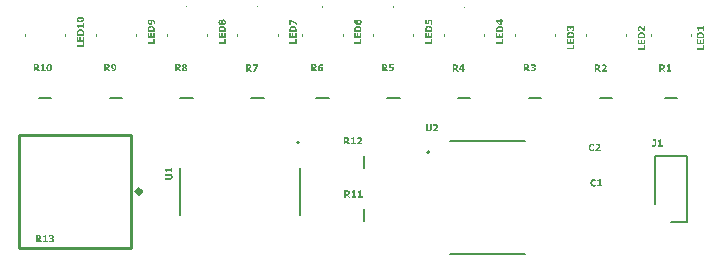
<source format=gto>
G04*
G04 #@! TF.GenerationSoftware,Altium Limited,Altium Designer,23.1.1 (15)*
G04*
G04 Layer_Color=65535*
%FSLAX44Y44*%
%MOMM*%
G71*
G04*
G04 #@! TF.SameCoordinates,C741470B-7C4C-4177-9209-F2D843503FCF*
G04*
G04*
G04 #@! TF.FilePolarity,Positive*
G04*
G01*
G75*
%ADD10C,0.2000*%
%ADD11C,0.1000*%
%ADD12C,0.4000*%
%ADD13C,0.1270*%
%ADD14C,0.2540*%
G36*
X362581Y118173D02*
Y118163D01*
Y118126D01*
Y118071D01*
X362572Y117988D01*
X362562Y117895D01*
X362544Y117794D01*
X362525Y117674D01*
X362498Y117544D01*
X362470Y117405D01*
X362424Y117267D01*
X362378Y117128D01*
X362313Y116980D01*
X362239Y116841D01*
X362156Y116712D01*
X362054Y116582D01*
X361943Y116462D01*
X361934Y116453D01*
X361915Y116434D01*
X361878Y116407D01*
X361823Y116370D01*
X361758Y116324D01*
X361675Y116277D01*
X361582Y116222D01*
X361471Y116166D01*
X361342Y116111D01*
X361203Y116055D01*
X361046Y116009D01*
X360880Y115963D01*
X360695Y115926D01*
X360501Y115898D01*
X360288Y115880D01*
X360057Y115871D01*
X359937D01*
X359853Y115880D01*
X359752Y115889D01*
X359641Y115898D01*
X359511Y115917D01*
X359373Y115944D01*
X359067Y116009D01*
X358910Y116065D01*
X358762Y116120D01*
X358605Y116185D01*
X358457Y116259D01*
X358319Y116351D01*
X358189Y116453D01*
X358180Y116462D01*
X358162Y116481D01*
X358134Y116518D01*
X358088Y116564D01*
X358041Y116620D01*
X357986Y116693D01*
X357930Y116786D01*
X357866Y116888D01*
X357810Y116999D01*
X357745Y117128D01*
X357690Y117267D01*
X357644Y117424D01*
X357598Y117590D01*
X357570Y117766D01*
X357551Y117960D01*
X357542Y118163D01*
Y122019D01*
X359049D01*
Y118256D01*
Y118247D01*
Y118228D01*
Y118200D01*
Y118154D01*
X359058Y118043D01*
X359077Y117905D01*
X359104Y117747D01*
X359151Y117599D01*
X359206Y117452D01*
X359280Y117322D01*
X359289Y117313D01*
X359326Y117276D01*
X359382Y117230D01*
X359465Y117174D01*
X359576Y117109D01*
X359706Y117063D01*
X359872Y117026D01*
X360057Y117017D01*
X360103D01*
X360140Y117026D01*
X360233Y117036D01*
X360343Y117054D01*
X360473Y117091D01*
X360602Y117137D01*
X360723Y117211D01*
X360824Y117304D01*
X360833Y117322D01*
X360861Y117359D01*
X360907Y117433D01*
X360954Y117535D01*
X360991Y117664D01*
X361037Y117831D01*
X361065Y118025D01*
X361074Y118256D01*
Y122019D01*
X362581D01*
Y118173D01*
D02*
G37*
G36*
X365882Y122121D02*
X365974Y122111D01*
X366076Y122102D01*
X366187Y122093D01*
X366316Y122074D01*
X366575Y122010D01*
X366843Y121926D01*
X366982Y121871D01*
X367102Y121806D01*
X367222Y121732D01*
X367333Y121649D01*
X367342Y121640D01*
X367361Y121631D01*
X367389Y121603D01*
X367416Y121557D01*
X367463Y121510D01*
X367509Y121455D01*
X367555Y121381D01*
X367611Y121298D01*
X367666Y121215D01*
X367712Y121113D01*
X367758Y121002D01*
X367805Y120882D01*
X367832Y120752D01*
X367860Y120614D01*
X367879Y120466D01*
X367888Y120308D01*
Y120299D01*
Y120281D01*
Y120253D01*
Y120216D01*
X367879Y120170D01*
Y120114D01*
X367860Y119976D01*
X367823Y119818D01*
X367777Y119643D01*
X367712Y119458D01*
X367629Y119264D01*
Y119254D01*
X367620Y119245D01*
X367601Y119218D01*
X367583Y119171D01*
X367555Y119125D01*
X367518Y119069D01*
X367435Y118940D01*
X367315Y118774D01*
X367176Y118589D01*
X367000Y118385D01*
X366797Y118173D01*
X366778Y118154D01*
X366732Y118108D01*
X366667Y118043D01*
X366575Y117960D01*
X366464Y117858D01*
X366353Y117747D01*
X366094Y117526D01*
X366076Y117516D01*
X366039Y117479D01*
X365974Y117433D01*
X365900Y117378D01*
X365743Y117248D01*
X365660Y117183D01*
X365595Y117137D01*
X368147D01*
Y116000D01*
X363727D01*
Y116980D01*
X363737Y116989D01*
X363755Y116999D01*
X363783Y117026D01*
X363820Y117054D01*
X363931Y117137D01*
X364060Y117248D01*
X364217Y117378D01*
X364384Y117516D01*
X364559Y117664D01*
X364726Y117812D01*
X364735Y117821D01*
X364744Y117831D01*
X364800Y117877D01*
X364883Y117960D01*
X364994Y118053D01*
X365123Y118173D01*
X365253Y118302D01*
X365392Y118432D01*
X365521Y118570D01*
X365530Y118580D01*
X365540Y118589D01*
X365595Y118644D01*
X365669Y118737D01*
X365771Y118848D01*
X365872Y118968D01*
X365974Y119107D01*
X366076Y119245D01*
X366159Y119384D01*
X366168Y119402D01*
X366187Y119449D01*
X366224Y119513D01*
X366261Y119606D01*
X366298Y119717D01*
X366335Y119837D01*
X366353Y119966D01*
X366362Y120105D01*
Y120114D01*
Y120124D01*
Y120170D01*
X366353Y120253D01*
X366335Y120345D01*
X366298Y120447D01*
X366251Y120549D01*
X366187Y120651D01*
X366103Y120743D01*
X366094Y120752D01*
X366057Y120780D01*
X366002Y120817D01*
X365928Y120863D01*
X365826Y120900D01*
X365706Y120937D01*
X365567Y120965D01*
X365410Y120974D01*
X365327D01*
X365271Y120965D01*
X365207Y120956D01*
X365133Y120946D01*
X364976Y120909D01*
X364966D01*
X364939Y120900D01*
X364902Y120891D01*
X364846Y120872D01*
X364781Y120854D01*
X364717Y120826D01*
X364559Y120771D01*
X364550D01*
X364522Y120752D01*
X364486Y120734D01*
X364439Y120715D01*
X364328Y120651D01*
X364208Y120577D01*
X364199D01*
X364180Y120558D01*
X364125Y120521D01*
X364051Y120475D01*
X363986Y120438D01*
X363875D01*
Y121751D01*
X363885Y121760D01*
X363922Y121769D01*
X363986Y121797D01*
X364069Y121825D01*
X364180Y121862D01*
X364310Y121908D01*
X364476Y121954D01*
X364661Y122000D01*
X364670D01*
X364689Y122010D01*
X364717D01*
X364754Y122019D01*
X364800Y122028D01*
X364865Y122037D01*
X364994Y122065D01*
X365160Y122093D01*
X365336Y122111D01*
X365521Y122121D01*
X365706Y122130D01*
X365808D01*
X365882Y122121D01*
D02*
G37*
G36*
X142949Y81197D02*
X141895D01*
Y82464D01*
X138724D01*
Y81197D01*
X137744D01*
Y81373D01*
X137735Y81456D01*
Y81549D01*
X137716Y81743D01*
Y81752D01*
X137707Y81789D01*
X137698Y81835D01*
X137689Y81900D01*
X137652Y82048D01*
X137624Y82122D01*
X137596Y82187D01*
X137587Y82196D01*
X137578Y82214D01*
X137559Y82251D01*
X137522Y82297D01*
X137448Y82390D01*
X137337Y82483D01*
X137328Y82492D01*
X137310Y82501D01*
X137273Y82519D01*
X137226Y82538D01*
X137162Y82566D01*
X137088Y82584D01*
X137014Y82603D01*
X136921Y82612D01*
Y83934D01*
X141895D01*
Y85173D01*
X142949D01*
Y81197D01*
D02*
G37*
G36*
X140962Y79857D02*
X141054Y79847D01*
X141156Y79829D01*
X141276Y79811D01*
X141405Y79783D01*
X141544Y79755D01*
X141683Y79709D01*
X141821Y79663D01*
X141969Y79598D01*
X142108Y79524D01*
X142237Y79441D01*
X142367Y79339D01*
X142487Y79228D01*
X142496Y79219D01*
X142515Y79200D01*
X142542Y79163D01*
X142579Y79108D01*
X142626Y79043D01*
X142672Y78960D01*
X142727Y78867D01*
X142783Y78756D01*
X142838Y78627D01*
X142894Y78488D01*
X142940Y78331D01*
X142986Y78165D01*
X143023Y77980D01*
X143051Y77786D01*
X143069Y77573D01*
X143079Y77342D01*
Y77222D01*
X143069Y77139D01*
X143060Y77037D01*
X143051Y76926D01*
X143033Y76796D01*
X143005Y76658D01*
X142940Y76353D01*
X142885Y76196D01*
X142829Y76048D01*
X142764Y75890D01*
X142690Y75742D01*
X142598Y75604D01*
X142496Y75474D01*
X142487Y75465D01*
X142469Y75447D01*
X142432Y75419D01*
X142385Y75373D01*
X142330Y75326D01*
X142256Y75271D01*
X142163Y75215D01*
X142062Y75151D01*
X141951Y75095D01*
X141821Y75030D01*
X141683Y74975D01*
X141525Y74929D01*
X141359Y74883D01*
X141183Y74855D01*
X140989Y74836D01*
X140786Y74827D01*
X136930D01*
Y76334D01*
X140693D01*
X140703D01*
X140721D01*
X140749D01*
X140795D01*
X140906Y76343D01*
X141045Y76362D01*
X141202Y76390D01*
X141350Y76436D01*
X141498Y76491D01*
X141627Y76565D01*
X141636Y76575D01*
X141673Y76611D01*
X141720Y76667D01*
X141775Y76750D01*
X141840Y76861D01*
X141886Y76991D01*
X141923Y77157D01*
X141932Y77342D01*
Y77388D01*
X141923Y77425D01*
X141914Y77518D01*
X141895Y77628D01*
X141858Y77758D01*
X141812Y77887D01*
X141738Y78008D01*
X141646Y78109D01*
X141627Y78119D01*
X141590Y78146D01*
X141516Y78193D01*
X141415Y78239D01*
X141285Y78276D01*
X141119Y78322D01*
X140925Y78350D01*
X140693Y78359D01*
X136930D01*
Y79866D01*
X140777D01*
X140786D01*
X140823D01*
X140878D01*
X140962Y79857D01*
D02*
G37*
G36*
X40589Y28130D02*
X40709D01*
X40857Y28111D01*
X41014Y28093D01*
X41171Y28074D01*
X41319Y28037D01*
X41338D01*
X41384Y28019D01*
X41458Y28000D01*
X41550Y27973D01*
X41662Y27936D01*
X41772Y27889D01*
X41883Y27834D01*
X41994Y27769D01*
X42003Y27760D01*
X42041Y27732D01*
X42096Y27695D01*
X42170Y27640D01*
X42244Y27575D01*
X42318Y27492D01*
X42392Y27390D01*
X42457Y27288D01*
X42466Y27279D01*
X42484Y27233D01*
X42503Y27177D01*
X42540Y27094D01*
X42568Y26992D01*
X42586Y26881D01*
X42604Y26761D01*
X42614Y26623D01*
Y26613D01*
Y26604D01*
Y26576D01*
Y26539D01*
X42595Y26438D01*
X42577Y26318D01*
X42540Y26179D01*
X42484Y26031D01*
X42410Y25874D01*
X42309Y25726D01*
X42299Y25707D01*
X42253Y25661D01*
X42189Y25596D01*
X42105Y25522D01*
X41985Y25430D01*
X41856Y25356D01*
X41708Y25282D01*
X41532Y25227D01*
Y25171D01*
X41541D01*
X41569Y25162D01*
X41606Y25153D01*
X41662Y25143D01*
X41726Y25125D01*
X41800Y25106D01*
X41948Y25060D01*
X41957D01*
X41985Y25042D01*
X42022Y25023D01*
X42077Y25005D01*
X42198Y24921D01*
X42272Y24875D01*
X42346Y24811D01*
X42355Y24801D01*
X42373Y24783D01*
X42410Y24746D01*
X42457Y24699D01*
X42503Y24644D01*
X42549Y24570D01*
X42604Y24496D01*
X42651Y24404D01*
X42660Y24394D01*
X42669Y24357D01*
X42688Y24311D01*
X42716Y24237D01*
X42734Y24154D01*
X42752Y24052D01*
X42762Y23932D01*
X42771Y23812D01*
Y23803D01*
Y23793D01*
Y23738D01*
X42762Y23655D01*
X42752Y23544D01*
X42734Y23414D01*
X42697Y23285D01*
X42660Y23137D01*
X42604Y22998D01*
X42595Y22980D01*
X42577Y22943D01*
X42540Y22869D01*
X42484Y22786D01*
X42410Y22693D01*
X42336Y22582D01*
X42235Y22481D01*
X42124Y22379D01*
X42105Y22370D01*
X42068Y22342D01*
X41994Y22296D01*
X41911Y22240D01*
X41800Y22176D01*
X41671Y22111D01*
X41523Y22046D01*
X41366Y21991D01*
X41356D01*
X41347Y21981D01*
X41319D01*
X41292Y21972D01*
X41199Y21954D01*
X41079Y21926D01*
X40922Y21898D01*
X40746Y21880D01*
X40543Y21870D01*
X40321Y21861D01*
X40145D01*
X40071Y21870D01*
X39905Y21880D01*
X39720Y21889D01*
X39516Y21917D01*
X39313Y21944D01*
X39119Y21981D01*
X39110D01*
X39100Y21991D01*
X39073D01*
X39036Y22000D01*
X38943Y22027D01*
X38832Y22055D01*
X38703Y22092D01*
X38564Y22139D01*
X38435Y22185D01*
X38305Y22240D01*
Y23544D01*
X38444D01*
X38463Y23535D01*
X38500Y23507D01*
X38573Y23470D01*
X38666Y23414D01*
X38777Y23350D01*
X38916Y23294D01*
X39063Y23229D01*
X39221Y23165D01*
X39230D01*
X39239Y23156D01*
X39295Y23146D01*
X39387Y23119D01*
X39498Y23091D01*
X39618Y23063D01*
X39757Y23045D01*
X39905Y23026D01*
X40044Y23017D01*
X40127D01*
X40182Y23026D01*
X40256D01*
X40330Y23035D01*
X40515Y23054D01*
X40524D01*
X40561Y23063D01*
X40608Y23072D01*
X40663Y23091D01*
X40811Y23137D01*
X40950Y23220D01*
X40959Y23229D01*
X40977Y23239D01*
X41033Y23294D01*
X41097Y23368D01*
X41171Y23470D01*
Y23479D01*
X41181Y23498D01*
X41199Y23535D01*
X41218Y23581D01*
X41227Y23646D01*
X41245Y23719D01*
X41255Y23803D01*
Y23895D01*
Y23904D01*
Y23941D01*
X41245Y23988D01*
X41236Y24052D01*
X41208Y24191D01*
X41171Y24256D01*
X41135Y24311D01*
X41125Y24320D01*
X41116Y24339D01*
X41088Y24357D01*
X41051Y24394D01*
X40950Y24459D01*
X40820Y24524D01*
X40811D01*
X40783Y24533D01*
X40746Y24552D01*
X40691Y24561D01*
X40626Y24579D01*
X40543Y24589D01*
X40459Y24598D01*
X40358Y24607D01*
X40265D01*
X40201Y24616D01*
X39627D01*
Y25670D01*
X40025D01*
X40099Y25680D01*
X40182D01*
X40358Y25689D01*
X40367D01*
X40395Y25698D01*
X40441D01*
X40497Y25717D01*
X40626Y25744D01*
X40755Y25791D01*
X40765D01*
X40783Y25809D01*
X40811Y25818D01*
X40848Y25846D01*
X40931Y25911D01*
X41005Y26003D01*
Y26012D01*
X41024Y26031D01*
X41033Y26059D01*
X41051Y26105D01*
X41070Y26151D01*
X41079Y26216D01*
X41097Y26290D01*
Y26373D01*
Y26382D01*
Y26401D01*
Y26438D01*
X41088Y26484D01*
X41061Y26576D01*
X41005Y26669D01*
Y26678D01*
X40986Y26687D01*
X40950Y26734D01*
X40885Y26798D01*
X40802Y26854D01*
X40792D01*
X40774Y26863D01*
X40746Y26881D01*
X40700Y26891D01*
X40598Y26928D01*
X40459Y26955D01*
X40450D01*
X40432Y26965D01*
X40395D01*
X40349Y26974D01*
X40238Y26983D01*
X40044D01*
X39988Y26974D01*
X39923D01*
X39840Y26965D01*
X39674Y26928D01*
X39664D01*
X39637Y26918D01*
X39590Y26909D01*
X39535Y26891D01*
X39470Y26872D01*
X39396Y26844D01*
X39230Y26789D01*
X39221D01*
X39202Y26780D01*
X39165Y26761D01*
X39128Y26743D01*
X39008Y26687D01*
X38879Y26623D01*
X38869D01*
X38851Y26604D01*
X38814Y26586D01*
X38777Y26567D01*
X38684Y26521D01*
X38601Y26475D01*
X38481D01*
Y27760D01*
X38500Y27769D01*
X38536Y27778D01*
X38601Y27806D01*
X38703Y27843D01*
X38823Y27880D01*
X38962Y27917D01*
X39128Y27963D01*
X39313Y28009D01*
X39322D01*
X39341Y28019D01*
X39369D01*
X39406Y28028D01*
X39452Y28037D01*
X39507Y28046D01*
X39646Y28074D01*
X39812Y28102D01*
X39988Y28120D01*
X40191Y28130D01*
X40395Y28139D01*
X40487D01*
X40589Y28130D01*
D02*
G37*
G36*
X36151Y23045D02*
X37390D01*
Y21991D01*
X33414D01*
Y23045D01*
X34681D01*
Y26216D01*
X33414D01*
Y27196D01*
X33590D01*
X33673Y27205D01*
X33766D01*
X33960Y27224D01*
X33969D01*
X34006Y27233D01*
X34052Y27242D01*
X34117Y27251D01*
X34265Y27288D01*
X34339Y27316D01*
X34404Y27344D01*
X34413Y27353D01*
X34431Y27362D01*
X34468Y27381D01*
X34515Y27418D01*
X34607Y27492D01*
X34699Y27603D01*
X34709Y27612D01*
X34718Y27630D01*
X34736Y27667D01*
X34755Y27714D01*
X34783Y27778D01*
X34801Y27852D01*
X34820Y27926D01*
X34829Y28019D01*
X36151D01*
Y23045D01*
D02*
G37*
G36*
X29947Y28000D02*
X30086Y27991D01*
X30225Y27982D01*
X30382Y27963D01*
X30521Y27945D01*
X30539D01*
X30585Y27936D01*
X30650Y27917D01*
X30742Y27889D01*
X30853Y27852D01*
X30964Y27806D01*
X31084Y27751D01*
X31205Y27686D01*
X31223Y27677D01*
X31260Y27649D01*
X31316Y27603D01*
X31390Y27538D01*
X31473Y27464D01*
X31556Y27371D01*
X31648Y27270D01*
X31722Y27159D01*
X31732Y27140D01*
X31750Y27103D01*
X31787Y27029D01*
X31824Y26937D01*
X31852Y26826D01*
X31889Y26687D01*
X31907Y26530D01*
X31917Y26354D01*
Y26345D01*
Y26327D01*
Y26290D01*
Y26244D01*
X31907Y26179D01*
X31898Y26114D01*
X31880Y25957D01*
X31843Y25772D01*
X31787Y25587D01*
X31704Y25402D01*
X31602Y25227D01*
X31584Y25208D01*
X31547Y25153D01*
X31473Y25079D01*
X31380Y24986D01*
X31260Y24875D01*
X31112Y24755D01*
X30946Y24644D01*
X30761Y24542D01*
X32795Y21991D01*
X30955D01*
X29272Y24200D01*
X28736D01*
Y21991D01*
X27229D01*
Y28009D01*
X29827D01*
X29947Y28000D01*
D02*
G37*
G36*
X301371Y110945D02*
X301463Y110935D01*
X301565Y110926D01*
X301676Y110917D01*
X301805Y110898D01*
X302064Y110834D01*
X302332Y110750D01*
X302471Y110695D01*
X302591Y110630D01*
X302711Y110556D01*
X302822Y110473D01*
X302831Y110464D01*
X302850Y110455D01*
X302878Y110427D01*
X302905Y110381D01*
X302952Y110334D01*
X302998Y110279D01*
X303044Y110205D01*
X303099Y110122D01*
X303155Y110038D01*
X303201Y109937D01*
X303248Y109826D01*
X303294Y109706D01*
X303321Y109576D01*
X303349Y109438D01*
X303368Y109290D01*
X303377Y109132D01*
Y109123D01*
Y109105D01*
Y109077D01*
Y109040D01*
X303368Y108994D01*
Y108938D01*
X303349Y108800D01*
X303312Y108642D01*
X303266Y108467D01*
X303201Y108282D01*
X303118Y108088D01*
Y108078D01*
X303109Y108069D01*
X303090Y108041D01*
X303072Y107995D01*
X303044Y107949D01*
X303007Y107893D01*
X302924Y107764D01*
X302804Y107598D01*
X302665Y107413D01*
X302489Y107209D01*
X302286Y106997D01*
X302267Y106978D01*
X302221Y106932D01*
X302157Y106867D01*
X302064Y106784D01*
X301953Y106682D01*
X301842Y106571D01*
X301583Y106349D01*
X301565Y106340D01*
X301528Y106303D01*
X301463Y106257D01*
X301389Y106202D01*
X301232Y106072D01*
X301149Y106007D01*
X301084Y105961D01*
X303636D01*
Y104824D01*
X299216D01*
Y105804D01*
X299226Y105813D01*
X299244Y105822D01*
X299272Y105850D01*
X299309Y105878D01*
X299420Y105961D01*
X299549Y106072D01*
X299706Y106202D01*
X299873Y106340D01*
X300049Y106488D01*
X300215Y106636D01*
X300224Y106645D01*
X300233Y106655D01*
X300289Y106701D01*
X300372Y106784D01*
X300483Y106876D01*
X300613Y106997D01*
X300742Y107126D01*
X300881Y107256D01*
X301010Y107394D01*
X301019Y107403D01*
X301028Y107413D01*
X301084Y107468D01*
X301158Y107561D01*
X301260Y107672D01*
X301361Y107792D01*
X301463Y107930D01*
X301565Y108069D01*
X301648Y108208D01*
X301657Y108226D01*
X301676Y108273D01*
X301713Y108337D01*
X301750Y108430D01*
X301787Y108541D01*
X301824Y108661D01*
X301842Y108790D01*
X301851Y108929D01*
Y108938D01*
Y108947D01*
Y108994D01*
X301842Y109077D01*
X301824Y109169D01*
X301787Y109271D01*
X301740Y109373D01*
X301676Y109474D01*
X301593Y109567D01*
X301583Y109576D01*
X301546Y109604D01*
X301491Y109641D01*
X301417Y109687D01*
X301315Y109724D01*
X301195Y109761D01*
X301056Y109789D01*
X300899Y109798D01*
X300816D01*
X300760Y109789D01*
X300696Y109780D01*
X300622Y109770D01*
X300465Y109733D01*
X300455D01*
X300428Y109724D01*
X300391Y109715D01*
X300335Y109696D01*
X300270Y109678D01*
X300206Y109650D01*
X300049Y109595D01*
X300039D01*
X300012Y109576D01*
X299974Y109558D01*
X299928Y109539D01*
X299817Y109474D01*
X299697Y109401D01*
X299688D01*
X299669Y109382D01*
X299614Y109345D01*
X299540Y109299D01*
X299475Y109262D01*
X299364D01*
Y110575D01*
X299374Y110584D01*
X299411Y110593D01*
X299475Y110621D01*
X299559Y110649D01*
X299669Y110686D01*
X299799Y110732D01*
X299965Y110778D01*
X300150Y110824D01*
X300159D01*
X300178Y110834D01*
X300206D01*
X300243Y110843D01*
X300289Y110852D01*
X300354Y110861D01*
X300483Y110889D01*
X300650Y110917D01*
X300825Y110935D01*
X301010Y110945D01*
X301195Y110954D01*
X301297D01*
X301371Y110945D01*
D02*
G37*
G36*
X296868Y105878D02*
X298107D01*
Y104824D01*
X294131D01*
Y105878D01*
X295398D01*
Y109049D01*
X294131D01*
Y110029D01*
X294307D01*
X294390Y110038D01*
X294483D01*
X294677Y110057D01*
X294686D01*
X294723Y110066D01*
X294769Y110076D01*
X294834Y110085D01*
X294982Y110122D01*
X295056Y110149D01*
X295121Y110177D01*
X295130Y110186D01*
X295148Y110196D01*
X295185Y110214D01*
X295231Y110251D01*
X295324Y110325D01*
X295417Y110436D01*
X295426Y110445D01*
X295435Y110464D01*
X295453Y110501D01*
X295472Y110547D01*
X295500Y110612D01*
X295518Y110686D01*
X295537Y110760D01*
X295546Y110852D01*
X296868D01*
Y105878D01*
D02*
G37*
G36*
X290664Y110834D02*
X290803Y110824D01*
X290942Y110815D01*
X291099Y110797D01*
X291237Y110778D01*
X291256D01*
X291302Y110769D01*
X291367Y110750D01*
X291459Y110723D01*
X291570Y110686D01*
X291681Y110639D01*
X291801Y110584D01*
X291922Y110519D01*
X291940Y110510D01*
X291977Y110482D01*
X292033Y110436D01*
X292106Y110371D01*
X292190Y110297D01*
X292273Y110205D01*
X292365Y110103D01*
X292439Y109992D01*
X292449Y109974D01*
X292467Y109937D01*
X292504Y109863D01*
X292541Y109770D01*
X292569Y109659D01*
X292606Y109521D01*
X292624Y109364D01*
X292633Y109188D01*
Y109179D01*
Y109160D01*
Y109123D01*
Y109077D01*
X292624Y109012D01*
X292615Y108947D01*
X292596Y108790D01*
X292560Y108605D01*
X292504Y108420D01*
X292421Y108236D01*
X292319Y108060D01*
X292301Y108041D01*
X292264Y107986D01*
X292190Y107912D01*
X292097Y107820D01*
X291977Y107709D01*
X291829Y107588D01*
X291663Y107478D01*
X291478Y107376D01*
X293512Y104824D01*
X291672D01*
X289989Y107034D01*
X289453D01*
Y104824D01*
X287946D01*
Y110843D01*
X290544D01*
X290664Y110834D01*
D02*
G37*
G36*
X302646Y60920D02*
X303885D01*
Y59866D01*
X299909D01*
Y60920D01*
X301176D01*
Y64091D01*
X299909D01*
Y65071D01*
X300085D01*
X300168Y65080D01*
X300261D01*
X300455Y65099D01*
X300464D01*
X300501Y65108D01*
X300547Y65118D01*
X300612Y65127D01*
X300760Y65164D01*
X300834Y65191D01*
X300899Y65219D01*
X300908Y65228D01*
X300926Y65238D01*
X300963Y65256D01*
X301010Y65293D01*
X301102Y65367D01*
X301194Y65478D01*
X301204Y65487D01*
X301213Y65506D01*
X301231Y65543D01*
X301250Y65589D01*
X301278Y65654D01*
X301296Y65728D01*
X301315Y65802D01*
X301324Y65894D01*
X302646D01*
Y60920D01*
D02*
G37*
G36*
X297376D02*
X298615D01*
Y59866D01*
X294639D01*
Y60920D01*
X295906D01*
Y64091D01*
X294639D01*
Y65071D01*
X294815D01*
X294898Y65080D01*
X294991D01*
X295185Y65099D01*
X295194D01*
X295231Y65108D01*
X295277Y65118D01*
X295342Y65127D01*
X295490Y65164D01*
X295564Y65191D01*
X295629Y65219D01*
X295638Y65228D01*
X295656Y65238D01*
X295693Y65256D01*
X295739Y65293D01*
X295832Y65367D01*
X295924Y65478D01*
X295934Y65487D01*
X295943Y65506D01*
X295961Y65543D01*
X295980Y65589D01*
X296008Y65654D01*
X296026Y65728D01*
X296045Y65802D01*
X296054Y65894D01*
X297376D01*
Y60920D01*
D02*
G37*
G36*
X291172Y65876D02*
X291311Y65866D01*
X291450Y65857D01*
X291607Y65839D01*
X291745Y65820D01*
X291764D01*
X291810Y65811D01*
X291875Y65792D01*
X291967Y65765D01*
X292078Y65728D01*
X292189Y65682D01*
X292309Y65626D01*
X292430Y65561D01*
X292448Y65552D01*
X292485Y65524D01*
X292541Y65478D01*
X292614Y65413D01*
X292698Y65339D01*
X292781Y65247D01*
X292873Y65145D01*
X292947Y65034D01*
X292957Y65016D01*
X292975Y64979D01*
X293012Y64905D01*
X293049Y64812D01*
X293077Y64701D01*
X293114Y64563D01*
X293132Y64406D01*
X293141Y64230D01*
Y64221D01*
Y64202D01*
Y64165D01*
Y64119D01*
X293132Y64054D01*
X293123Y63990D01*
X293104Y63832D01*
X293068Y63647D01*
X293012Y63463D01*
X292929Y63278D01*
X292827Y63102D01*
X292809Y63084D01*
X292772Y63028D01*
X292698Y62954D01*
X292605Y62862D01*
X292485Y62751D01*
X292337Y62630D01*
X292171Y62519D01*
X291986Y62418D01*
X294020Y59866D01*
X292180D01*
X290497Y62076D01*
X289961D01*
Y59866D01*
X288454D01*
Y65885D01*
X291052D01*
X291172Y65876D01*
D02*
G37*
G36*
X34232Y167854D02*
X35471D01*
Y166800D01*
X31495D01*
Y167854D01*
X32762D01*
Y171025D01*
X31495D01*
Y172005D01*
X31671D01*
X31754Y172015D01*
X31847D01*
X32041Y172033D01*
X32050D01*
X32087Y172042D01*
X32133Y172052D01*
X32198Y172061D01*
X32346Y172098D01*
X32420Y172125D01*
X32485Y172153D01*
X32494Y172162D01*
X32512Y172172D01*
X32549Y172190D01*
X32596Y172227D01*
X32688Y172301D01*
X32780Y172412D01*
X32790Y172421D01*
X32799Y172440D01*
X32817Y172477D01*
X32836Y172523D01*
X32864Y172588D01*
X32882Y172662D01*
X32901Y172736D01*
X32910Y172828D01*
X34232D01*
Y167854D01*
D02*
G37*
G36*
X28028Y172810D02*
X28167Y172800D01*
X28306Y172791D01*
X28463Y172773D01*
X28601Y172754D01*
X28620D01*
X28666Y172745D01*
X28731Y172726D01*
X28823Y172699D01*
X28934Y172662D01*
X29045Y172616D01*
X29165Y172560D01*
X29286Y172495D01*
X29304Y172486D01*
X29341Y172458D01*
X29397Y172412D01*
X29471Y172347D01*
X29554Y172273D01*
X29637Y172181D01*
X29729Y172079D01*
X29803Y171968D01*
X29813Y171950D01*
X29831Y171913D01*
X29868Y171839D01*
X29905Y171746D01*
X29933Y171635D01*
X29970Y171497D01*
X29988Y171340D01*
X29997Y171164D01*
Y171155D01*
Y171136D01*
Y171099D01*
Y171053D01*
X29988Y170988D01*
X29979Y170924D01*
X29960Y170766D01*
X29924Y170581D01*
X29868Y170396D01*
X29785Y170212D01*
X29683Y170036D01*
X29665Y170018D01*
X29628Y169962D01*
X29554Y169888D01*
X29461Y169796D01*
X29341Y169685D01*
X29193Y169564D01*
X29027Y169454D01*
X28842Y169352D01*
X30876Y166800D01*
X29036D01*
X27353Y169010D01*
X26817D01*
Y166800D01*
X25310D01*
Y172819D01*
X27908D01*
X28028Y172810D01*
D02*
G37*
G36*
X38772Y172939D02*
X38836D01*
X38984Y172921D01*
X39151Y172893D01*
X39336Y172856D01*
X39520Y172810D01*
X39687Y172736D01*
X39696D01*
X39705Y172726D01*
X39761Y172699D01*
X39835Y172652D01*
X39936Y172588D01*
X40047Y172495D01*
X40168Y172394D01*
X40288Y172273D01*
X40399Y172125D01*
X40408Y172107D01*
X40445Y172052D01*
X40491Y171968D01*
X40556Y171857D01*
X40621Y171719D01*
X40685Y171552D01*
X40741Y171358D01*
X40796Y171145D01*
Y171136D01*
X40806Y171118D01*
Y171090D01*
X40815Y171044D01*
X40824Y170988D01*
X40833Y170924D01*
X40852Y170850D01*
X40861Y170757D01*
X40889Y170563D01*
X40907Y170332D01*
X40917Y170082D01*
X40926Y169805D01*
Y169796D01*
Y169768D01*
Y169731D01*
Y169675D01*
Y169611D01*
X40917Y169527D01*
Y169444D01*
X40907Y169342D01*
X40898Y169130D01*
X40870Y168899D01*
X40843Y168668D01*
X40796Y168437D01*
Y168427D01*
X40787Y168409D01*
Y168381D01*
X40769Y168344D01*
X40741Y168233D01*
X40695Y168094D01*
X40639Y167937D01*
X40574Y167780D01*
X40491Y167614D01*
X40399Y167456D01*
X40390Y167438D01*
X40353Y167392D01*
X40288Y167327D01*
X40205Y167234D01*
X40103Y167142D01*
X39973Y167040D01*
X39835Y166948D01*
X39678Y166865D01*
X39668D01*
X39659Y166856D01*
X39631Y166846D01*
X39604Y166837D01*
X39511Y166800D01*
X39382Y166772D01*
X39225Y166735D01*
X39040Y166698D01*
X38836Y166680D01*
X38605Y166671D01*
X38503D01*
X38448Y166680D01*
X38383D01*
X38235Y166698D01*
X38060Y166717D01*
X37884Y166754D01*
X37699Y166800D01*
X37523Y166865D01*
X37514D01*
X37505Y166874D01*
X37450Y166902D01*
X37376Y166948D01*
X37274Y167013D01*
X37154Y167105D01*
X37033Y167207D01*
X36913Y167327D01*
X36802Y167466D01*
Y167475D01*
X36793Y167484D01*
X36756Y167540D01*
X36710Y167623D01*
X36654Y167734D01*
X36590Y167882D01*
X36525Y168048D01*
X36460Y168233D01*
X36405Y168446D01*
Y168455D01*
X36395Y168473D01*
Y168501D01*
X36386Y168547D01*
X36377Y168603D01*
X36368Y168668D01*
X36358Y168751D01*
X36349Y168834D01*
X36321Y169037D01*
X36303Y169269D01*
X36294Y169527D01*
X36284Y169805D01*
Y169814D01*
Y169842D01*
Y169879D01*
Y169944D01*
Y170008D01*
X36294Y170091D01*
Y170184D01*
X36303Y170276D01*
X36312Y170489D01*
X36340Y170720D01*
X36368Y170951D01*
X36405Y171173D01*
Y171182D01*
X36414Y171201D01*
Y171229D01*
X36432Y171266D01*
X36460Y171377D01*
X36497Y171506D01*
X36553Y171663D01*
X36627Y171820D01*
X36710Y171996D01*
X36811Y172153D01*
Y172162D01*
X36821Y172172D01*
X36867Y172218D01*
X36923Y172292D01*
X37015Y172375D01*
X37117Y172477D01*
X37237Y172569D01*
X37385Y172662D01*
X37542Y172745D01*
X37551D01*
X37560Y172754D01*
X37588Y172763D01*
X37625Y172773D01*
X37718Y172810D01*
X37838Y172847D01*
X37995Y172884D01*
X38180Y172921D01*
X38383Y172939D01*
X38605Y172948D01*
X38716D01*
X38772Y172939D01*
D02*
G37*
G36*
X93372D02*
X93501Y172930D01*
X93649Y172911D01*
X93806Y172884D01*
X93963Y172847D01*
X94121Y172800D01*
X94130D01*
X94139Y172791D01*
X94185Y172773D01*
X94269Y172736D01*
X94361Y172689D01*
X94472Y172625D01*
X94592Y172551D01*
X94712Y172458D01*
X94823Y172347D01*
X94842Y172329D01*
X94879Y172283D01*
X94943Y172209D01*
X95017Y172107D01*
X95101Y171978D01*
X95184Y171820D01*
X95267Y171645D01*
X95341Y171451D01*
Y171441D01*
X95350Y171423D01*
X95359Y171395D01*
X95369Y171358D01*
X95378Y171303D01*
X95396Y171238D01*
X95415Y171164D01*
X95433Y171090D01*
X95461Y170896D01*
X95489Y170674D01*
X95507Y170424D01*
X95517Y170147D01*
Y170138D01*
Y170110D01*
Y170073D01*
Y170018D01*
X95507Y169953D01*
Y169869D01*
X95498Y169777D01*
Y169685D01*
X95470Y169463D01*
X95443Y169222D01*
X95396Y168982D01*
X95332Y168732D01*
Y168723D01*
X95323Y168705D01*
X95313Y168668D01*
X95295Y168621D01*
X95276Y168575D01*
X95258Y168510D01*
X95193Y168353D01*
X95119Y168187D01*
X95027Y168002D01*
X94906Y167817D01*
X94777Y167641D01*
Y167632D01*
X94759Y167623D01*
X94712Y167567D01*
X94620Y167475D01*
X94509Y167373D01*
X94370Y167262D01*
X94204Y167142D01*
X94019Y167022D01*
X93815Y166920D01*
X93806D01*
X93788Y166911D01*
X93760Y166902D01*
X93714Y166883D01*
X93658Y166865D01*
X93594Y166846D01*
X93510Y166819D01*
X93427Y166800D01*
X93325Y166782D01*
X93215Y166754D01*
X92974Y166717D01*
X92706Y166689D01*
X92401Y166680D01*
X92299D01*
X92225Y166689D01*
X92133D01*
X92031Y166698D01*
X91809Y166717D01*
X91800D01*
X91763Y166726D01*
X91707D01*
X91643Y166735D01*
X91513Y166763D01*
X91458Y166772D01*
X91412Y166782D01*
Y167965D01*
X91532D01*
X91541Y167956D01*
X91569Y167937D01*
X91606Y167928D01*
X91652Y167910D01*
X91698Y167882D01*
X91837Y167836D01*
X91846D01*
X91874Y167826D01*
X91920Y167817D01*
X91994Y167808D01*
X92077Y167799D01*
X92170Y167789D01*
X92290Y167780D01*
X92530D01*
X92604Y167789D01*
X92688Y167799D01*
X92780Y167808D01*
X92983Y167854D01*
X92993D01*
X93030Y167873D01*
X93085Y167891D01*
X93150Y167919D01*
X93224Y167956D01*
X93307Y167993D01*
X93464Y168104D01*
X93473Y168113D01*
X93501Y168131D01*
X93538Y168178D01*
X93584Y168224D01*
X93640Y168288D01*
X93695Y168363D01*
X93751Y168455D01*
X93806Y168547D01*
X93815Y168557D01*
X93825Y168594D01*
X93852Y168658D01*
X93880Y168732D01*
X93917Y168834D01*
X93945Y168945D01*
X93973Y169074D01*
X93991Y169222D01*
X93973Y169213D01*
X93936Y169185D01*
X93871Y169148D01*
X93797Y169111D01*
X93705Y169056D01*
X93603Y169000D01*
X93390Y168908D01*
X93381D01*
X93344Y168890D01*
X93279Y168880D01*
X93205Y168862D01*
X93104Y168843D01*
X92983Y168825D01*
X92854Y168815D01*
X92706Y168806D01*
X92595D01*
X92512Y168815D01*
X92419Y168825D01*
X92318Y168834D01*
X92105Y168880D01*
X92096D01*
X92059Y168899D01*
X92003Y168917D01*
X91939Y168945D01*
X91855Y168982D01*
X91772Y169028D01*
X91587Y169139D01*
X91578Y169148D01*
X91541Y169185D01*
X91486Y169241D01*
X91412Y169315D01*
X91338Y169398D01*
X91254Y169509D01*
X91171Y169629D01*
X91097Y169768D01*
X91088Y169786D01*
X91069Y169833D01*
X91042Y169916D01*
X91014Y170036D01*
X90977Y170175D01*
X90949Y170341D01*
X90931Y170535D01*
X90922Y170757D01*
Y170766D01*
Y170776D01*
Y170803D01*
Y170840D01*
X90931Y170924D01*
X90940Y171044D01*
X90958Y171173D01*
X90986Y171321D01*
X91023Y171478D01*
X91079Y171626D01*
Y171635D01*
X91088Y171645D01*
X91107Y171691D01*
X91144Y171765D01*
X91199Y171867D01*
X91254Y171968D01*
X91338Y172089D01*
X91430Y172209D01*
X91532Y172320D01*
X91541Y172329D01*
X91587Y172366D01*
X91643Y172421D01*
X91726Y172486D01*
X91828Y172560D01*
X91957Y172643D01*
X92096Y172717D01*
X92244Y172782D01*
X92253D01*
X92262Y172791D01*
X92318Y172810D01*
X92410Y172837D01*
X92521Y172865D01*
X92660Y172893D01*
X92817Y172921D01*
X93002Y172939D01*
X93187Y172948D01*
X93279D01*
X93372Y172939D01*
D02*
G37*
G36*
X87972Y172810D02*
X88111Y172800D01*
X88250Y172791D01*
X88407Y172773D01*
X88545Y172754D01*
X88564D01*
X88610Y172745D01*
X88675Y172726D01*
X88767Y172699D01*
X88878Y172662D01*
X88989Y172616D01*
X89109Y172560D01*
X89230Y172495D01*
X89248Y172486D01*
X89285Y172458D01*
X89341Y172412D01*
X89415Y172347D01*
X89498Y172273D01*
X89581Y172181D01*
X89673Y172079D01*
X89747Y171968D01*
X89757Y171950D01*
X89775Y171913D01*
X89812Y171839D01*
X89849Y171746D01*
X89877Y171635D01*
X89914Y171497D01*
X89932Y171340D01*
X89942Y171164D01*
Y171155D01*
Y171136D01*
Y171099D01*
Y171053D01*
X89932Y170988D01*
X89923Y170924D01*
X89904Y170766D01*
X89868Y170581D01*
X89812Y170396D01*
X89729Y170212D01*
X89627Y170036D01*
X89609Y170018D01*
X89572Y169962D01*
X89498Y169888D01*
X89405Y169796D01*
X89285Y169685D01*
X89137Y169564D01*
X88971Y169454D01*
X88786Y169352D01*
X90820Y166800D01*
X88980D01*
X87297Y169010D01*
X86761D01*
Y166800D01*
X85254D01*
Y172819D01*
X87852D01*
X87972Y172810D01*
D02*
G37*
G36*
X147916D02*
X148055Y172800D01*
X148194Y172791D01*
X148351Y172773D01*
X148489Y172754D01*
X148508D01*
X148554Y172745D01*
X148619Y172726D01*
X148711Y172699D01*
X148822Y172662D01*
X148933Y172616D01*
X149053Y172560D01*
X149174Y172495D01*
X149192Y172486D01*
X149229Y172458D01*
X149285Y172412D01*
X149359Y172347D01*
X149442Y172273D01*
X149525Y172181D01*
X149617Y172079D01*
X149691Y171968D01*
X149701Y171950D01*
X149719Y171913D01*
X149756Y171839D01*
X149793Y171746D01*
X149821Y171635D01*
X149858Y171497D01*
X149876Y171340D01*
X149886Y171164D01*
Y171155D01*
Y171136D01*
Y171099D01*
Y171053D01*
X149876Y170988D01*
X149867Y170924D01*
X149848Y170766D01*
X149812Y170581D01*
X149756Y170396D01*
X149673Y170212D01*
X149571Y170036D01*
X149553Y170018D01*
X149516Y169962D01*
X149442Y169888D01*
X149349Y169796D01*
X149229Y169685D01*
X149081Y169564D01*
X148915Y169454D01*
X148730Y169352D01*
X150764Y166800D01*
X148924D01*
X147241Y169010D01*
X146705D01*
Y166800D01*
X145198D01*
Y172819D01*
X147796D01*
X147916Y172810D01*
D02*
G37*
G36*
X153417Y172939D02*
X153556Y172930D01*
X153704Y172921D01*
X153870Y172902D01*
X154037Y172865D01*
X154194Y172828D01*
X154203D01*
X154213Y172819D01*
X154268Y172810D01*
X154342Y172782D01*
X154434Y172745D01*
X154545Y172699D01*
X154656Y172643D01*
X154767Y172588D01*
X154869Y172514D01*
X154878Y172505D01*
X154915Y172477D01*
X154961Y172431D01*
X155026Y172375D01*
X155091Y172310D01*
X155165Y172227D01*
X155230Y172135D01*
X155294Y172033D01*
X155303Y172024D01*
X155322Y171987D01*
X155340Y171931D01*
X155368Y171857D01*
X155396Y171765D01*
X155424Y171663D01*
X155433Y171543D01*
X155442Y171423D01*
Y171404D01*
Y171349D01*
X155433Y171266D01*
X155414Y171164D01*
X155377Y171044D01*
X155340Y170914D01*
X155276Y170785D01*
X155192Y170646D01*
X155183Y170628D01*
X155146Y170591D01*
X155091Y170526D01*
X155008Y170443D01*
X154897Y170360D01*
X154767Y170258D01*
X154610Y170165D01*
X154434Y170073D01*
Y170045D01*
X154444D01*
X154462Y170036D01*
X154490Y170018D01*
X154536Y169999D01*
X154638Y169953D01*
X154767Y169879D01*
X154906Y169786D01*
X155054Y169675D01*
X155192Y169546D01*
X155313Y169407D01*
X155322Y169389D01*
X155359Y169342D01*
X155405Y169259D01*
X155461Y169148D01*
X155507Y169010D01*
X155553Y168853D01*
X155590Y168668D01*
X155599Y168473D01*
Y168455D01*
Y168409D01*
X155590Y168335D01*
X155581Y168242D01*
X155562Y168131D01*
X155525Y168002D01*
X155488Y167882D01*
X155433Y167752D01*
X155424Y167734D01*
X155405Y167697D01*
X155368Y167632D01*
X155313Y167558D01*
X155248Y167466D01*
X155174Y167364D01*
X155082Y167262D01*
X154971Y167170D01*
X154961Y167161D01*
X154915Y167133D01*
X154850Y167087D01*
X154767Y167031D01*
X154656Y166976D01*
X154527Y166911D01*
X154379Y166856D01*
X154222Y166800D01*
X154213D01*
X154203Y166791D01*
X154176D01*
X154148Y166782D01*
X154055Y166754D01*
X153926Y166735D01*
X153778Y166707D01*
X153611Y166680D01*
X153417Y166671D01*
X153214Y166661D01*
X153057D01*
X153001Y166671D01*
X152853Y166680D01*
X152687Y166698D01*
X152511Y166717D01*
X152326Y166754D01*
X152151Y166800D01*
X152142D01*
X152132Y166809D01*
X152077Y166828D01*
X151994Y166856D01*
X151892Y166902D01*
X151772Y166948D01*
X151642Y167013D01*
X151522Y167087D01*
X151402Y167170D01*
X151393Y167179D01*
X151356Y167216D01*
X151300Y167262D01*
X151245Y167327D01*
X151171Y167410D01*
X151106Y167512D01*
X151032Y167614D01*
X150976Y167734D01*
X150967Y167752D01*
X150958Y167789D01*
X150940Y167854D01*
X150912Y167937D01*
X150884Y168039D01*
X150866Y168159D01*
X150856Y168288D01*
X150847Y168418D01*
Y168427D01*
Y168446D01*
Y168464D01*
X150856Y168501D01*
X150866Y168603D01*
X150884Y168723D01*
X150912Y168853D01*
X150967Y169000D01*
X151032Y169139D01*
X151124Y169278D01*
X151134Y169296D01*
X151180Y169333D01*
X151245Y169398D01*
X151337Y169481D01*
X151448Y169564D01*
X151596Y169666D01*
X151762Y169759D01*
X151947Y169851D01*
Y169879D01*
X151938D01*
X151929Y169888D01*
X151901Y169907D01*
X151864Y169925D01*
X151772Y169981D01*
X151661Y170054D01*
X151531Y170147D01*
X151411Y170249D01*
X151300Y170369D01*
X151208Y170498D01*
X151198Y170517D01*
X151180Y170563D01*
X151143Y170637D01*
X151106Y170739D01*
X151069Y170859D01*
X151032Y170998D01*
X151013Y171155D01*
X151004Y171321D01*
Y171340D01*
Y171377D01*
X151013Y171441D01*
X151023Y171525D01*
X151041Y171617D01*
X151060Y171719D01*
X151097Y171830D01*
X151143Y171941D01*
X151152Y171950D01*
X151171Y171987D01*
X151208Y172042D01*
X151254Y172116D01*
X151319Y172199D01*
X151393Y172292D01*
X151476Y172375D01*
X151578Y172467D01*
X151587Y172477D01*
X151624Y172505D01*
X151688Y172542D01*
X151772Y172588D01*
X151873Y172643D01*
X151984Y172699D01*
X152123Y172754D01*
X152271Y172810D01*
X152280D01*
X152289Y172819D01*
X152345Y172828D01*
X152437Y172856D01*
X152548Y172884D01*
X152687Y172902D01*
X152853Y172930D01*
X153029Y172939D01*
X153223Y172948D01*
X153316D01*
X153417Y172939D01*
D02*
G37*
G36*
X215432Y171363D02*
X212862Y166546D01*
X211189D01*
X213861Y171428D01*
X211004D01*
Y172565D01*
X215432D01*
Y171363D01*
D02*
G37*
G36*
X207860Y172556D02*
X207999Y172546D01*
X208138Y172537D01*
X208295Y172519D01*
X208433Y172500D01*
X208452D01*
X208498Y172491D01*
X208563Y172472D01*
X208655Y172445D01*
X208766Y172408D01*
X208877Y172362D01*
X208997Y172306D01*
X209118Y172241D01*
X209136Y172232D01*
X209173Y172204D01*
X209229Y172158D01*
X209303Y172093D01*
X209386Y172019D01*
X209469Y171927D01*
X209561Y171825D01*
X209635Y171714D01*
X209645Y171696D01*
X209663Y171659D01*
X209700Y171585D01*
X209737Y171492D01*
X209765Y171381D01*
X209802Y171243D01*
X209820Y171086D01*
X209830Y170910D01*
Y170901D01*
Y170882D01*
Y170845D01*
Y170799D01*
X209820Y170734D01*
X209811Y170669D01*
X209792Y170512D01*
X209756Y170327D01*
X209700Y170142D01*
X209617Y169958D01*
X209515Y169782D01*
X209497Y169764D01*
X209460Y169708D01*
X209386Y169634D01*
X209293Y169542D01*
X209173Y169431D01*
X209025Y169310D01*
X208859Y169200D01*
X208674Y169098D01*
X210708Y166546D01*
X208868D01*
X207185Y168756D01*
X206649D01*
Y166546D01*
X205142D01*
Y172565D01*
X207740D01*
X207860Y172556D01*
D02*
G37*
G36*
X269321Y172921D02*
X269413D01*
X269515Y172911D01*
X269727Y172884D01*
X269737D01*
X269774Y172874D01*
X269829D01*
X269894Y172865D01*
X270023Y172847D01*
X270088Y172837D01*
X270134Y172828D01*
Y171645D01*
X270014D01*
X270005Y171654D01*
X269977Y171663D01*
X269940Y171672D01*
X269885Y171691D01*
X269829Y171709D01*
X269755Y171737D01*
X269672Y171756D01*
X269663D01*
X269626Y171765D01*
X269580Y171783D01*
X269515Y171793D01*
X269432Y171811D01*
X269339Y171820D01*
X269228Y171830D01*
X269053D01*
X269006Y171820D01*
X268942D01*
X268877Y171811D01*
X268720Y171783D01*
X268544Y171737D01*
X268359Y171672D01*
X268183Y171580D01*
X268026Y171451D01*
X268008Y171432D01*
X267962Y171386D01*
X267906Y171293D01*
X267823Y171182D01*
X267749Y171025D01*
X267666Y170850D01*
X267601Y170637D01*
X267555Y170387D01*
X267564Y170396D01*
X267610Y170415D01*
X267666Y170452D01*
X267740Y170498D01*
X267832Y170544D01*
X267934Y170591D01*
X268156Y170683D01*
X268174Y170692D01*
X268211Y170702D01*
X268276Y170720D01*
X268359Y170748D01*
X268461Y170766D01*
X268581Y170785D01*
X268710Y170794D01*
X268849Y170803D01*
X268969D01*
X269043Y170794D01*
X269136Y170785D01*
X269237Y170766D01*
X269450Y170711D01*
X269459D01*
X269496Y170692D01*
X269552Y170674D01*
X269626Y170646D01*
X269700Y170609D01*
X269783Y170572D01*
X269959Y170461D01*
X269977Y170452D01*
X270014Y170415D01*
X270070Y170369D01*
X270144Y170295D01*
X270217Y170202D01*
X270301Y170091D01*
X270384Y169971D01*
X270458Y169833D01*
X270467Y169814D01*
X270486Y169759D01*
X270513Y169675D01*
X270550Y169564D01*
X270587Y169417D01*
X270615Y169250D01*
X270634Y169056D01*
X270643Y168843D01*
Y168834D01*
Y168797D01*
Y168751D01*
X270634Y168686D01*
X270624Y168603D01*
X270615Y168510D01*
X270597Y168409D01*
X270569Y168288D01*
X270495Y168048D01*
X270449Y167910D01*
X270384Y167780D01*
X270319Y167651D01*
X270236Y167521D01*
X270144Y167401D01*
X270033Y167281D01*
X270023Y167271D01*
X270005Y167253D01*
X269968Y167225D01*
X269922Y167188D01*
X269866Y167142D01*
X269792Y167087D01*
X269700Y167031D01*
X269598Y166976D01*
X269487Y166920D01*
X269367Y166865D01*
X269228Y166809D01*
X269090Y166763D01*
X268923Y166726D01*
X268757Y166698D01*
X268581Y166680D01*
X268387Y166671D01*
X268294D01*
X268202Y166680D01*
X268072Y166689D01*
X267925Y166707D01*
X267767Y166735D01*
X267601Y166772D01*
X267444Y166819D01*
X267425Y166828D01*
X267379Y166846D01*
X267296Y166883D01*
X267204Y166929D01*
X267092Y166994D01*
X266982Y167068D01*
X266861Y167161D01*
X266750Y167262D01*
X266732Y167281D01*
X266695Y167327D01*
X266630Y167401D01*
X266556Y167503D01*
X266473Y167632D01*
X266381Y167789D01*
X266297Y167965D01*
X266223Y168159D01*
Y168168D01*
X266214Y168187D01*
X266205Y168215D01*
X266196Y168261D01*
X266186Y168307D01*
X266168Y168372D01*
X266150Y168446D01*
X266140Y168529D01*
X266103Y168723D01*
X266075Y168945D01*
X266057Y169195D01*
X266048Y169472D01*
Y169481D01*
Y169509D01*
Y169546D01*
Y169611D01*
X266057Y169675D01*
Y169759D01*
X266066Y169851D01*
Y169944D01*
X266085Y170165D01*
X266122Y170396D01*
X266159Y170646D01*
X266214Y170877D01*
Y170887D01*
X266223Y170905D01*
X266233Y170942D01*
X266251Y170979D01*
X266260Y171035D01*
X266288Y171099D01*
X266344Y171247D01*
X266427Y171414D01*
X266519Y171598D01*
X266630Y171783D01*
X266769Y171968D01*
Y171978D01*
X266787Y171987D01*
X266834Y172042D01*
X266917Y172125D01*
X267028Y172227D01*
X267157Y172338D01*
X267324Y172458D01*
X267509Y172569D01*
X267721Y172671D01*
X267731D01*
X267749Y172680D01*
X267786Y172699D01*
X267832Y172708D01*
X267888Y172736D01*
X267952Y172754D01*
X268036Y172773D01*
X268128Y172800D01*
X268221Y172828D01*
X268331Y172847D01*
X268572Y172893D01*
X268840Y172921D01*
X269136Y172930D01*
X269247D01*
X269321Y172921D01*
D02*
G37*
G36*
X262978Y172810D02*
X263117Y172800D01*
X263256Y172791D01*
X263413Y172773D01*
X263551Y172754D01*
X263570D01*
X263616Y172745D01*
X263681Y172726D01*
X263773Y172699D01*
X263884Y172662D01*
X263995Y172616D01*
X264115Y172560D01*
X264236Y172495D01*
X264254Y172486D01*
X264291Y172458D01*
X264347Y172412D01*
X264421Y172347D01*
X264504Y172273D01*
X264587Y172181D01*
X264679Y172079D01*
X264753Y171968D01*
X264763Y171950D01*
X264781Y171913D01*
X264818Y171839D01*
X264855Y171746D01*
X264883Y171635D01*
X264920Y171497D01*
X264938Y171340D01*
X264947Y171164D01*
Y171155D01*
Y171136D01*
Y171099D01*
Y171053D01*
X264938Y170988D01*
X264929Y170924D01*
X264911Y170766D01*
X264874Y170581D01*
X264818Y170396D01*
X264735Y170212D01*
X264633Y170036D01*
X264615Y170018D01*
X264578Y169962D01*
X264504Y169888D01*
X264411Y169796D01*
X264291Y169685D01*
X264143Y169564D01*
X263977Y169454D01*
X263792Y169352D01*
X265826Y166800D01*
X263986D01*
X262303Y169010D01*
X261767D01*
Y166800D01*
X260260D01*
Y172819D01*
X262858D01*
X262978Y172810D01*
D02*
G37*
G36*
X330319Y171682D02*
X327758D01*
Y170674D01*
X327804D01*
X327841Y170683D01*
X327933D01*
X328044Y170692D01*
X328100D01*
X328137Y170702D01*
X328460D01*
X328571Y170692D01*
X328691Y170683D01*
X328830Y170665D01*
X329108Y170609D01*
X329126D01*
X329172Y170591D01*
X329237Y170572D01*
X329329Y170544D01*
X329431Y170508D01*
X329533Y170461D01*
X329644Y170406D01*
X329755Y170341D01*
X329773Y170332D01*
X329810Y170304D01*
X329875Y170249D01*
X329949Y170184D01*
X330032Y170101D01*
X330125Y169990D01*
X330217Y169879D01*
X330291Y169740D01*
X330300Y169722D01*
X330319Y169675D01*
X330356Y169592D01*
X330393Y169491D01*
X330420Y169361D01*
X330457Y169204D01*
X330476Y169028D01*
X330485Y168834D01*
Y168825D01*
Y168815D01*
Y168788D01*
Y168751D01*
X330476Y168668D01*
X330467Y168547D01*
X330448Y168409D01*
X330411Y168261D01*
X330374Y168113D01*
X330319Y167956D01*
X330309Y167937D01*
X330291Y167891D01*
X330254Y167817D01*
X330199Y167725D01*
X330134Y167614D01*
X330051Y167503D01*
X329949Y167383D01*
X329838Y167271D01*
X329819Y167262D01*
X329782Y167225D01*
X329718Y167170D01*
X329625Y167105D01*
X329514Y167040D01*
X329394Y166966D01*
X329246Y166893D01*
X329089Y166828D01*
X329080D01*
X329071Y166819D01*
X329043Y166809D01*
X329015Y166800D01*
X328923Y166782D01*
X328793Y166754D01*
X328636Y166717D01*
X328460Y166698D01*
X328248Y166680D01*
X328026Y166671D01*
X327915D01*
X327859Y166680D01*
X327785D01*
X327628Y166689D01*
X327443Y166707D01*
X327258Y166726D01*
X327055Y166754D01*
X326870Y166791D01*
X326861D01*
X326852Y166800D01*
X326824D01*
X326787Y166809D01*
X326704Y166828D01*
X326593Y166856D01*
X326463Y166893D01*
X326334Y166939D01*
X326195Y166985D01*
X326075Y167031D01*
Y168344D01*
X326214D01*
X326223Y168335D01*
X326278Y168298D01*
X326362Y168242D01*
X326463Y168187D01*
X326473D01*
X326491Y168178D01*
X326519Y168159D01*
X326565Y168141D01*
X326611Y168113D01*
X326676Y168085D01*
X326750Y168057D01*
X326833Y168020D01*
X326842D01*
X326870Y168011D01*
X326916Y167993D01*
X326972Y167974D01*
X327037Y167946D01*
X327110Y167928D01*
X327268Y167882D01*
X327277D01*
X327305Y167873D01*
X327351Y167863D01*
X327416Y167854D01*
X327490Y167845D01*
X327573Y167836D01*
X327758Y167826D01*
X327850D01*
X327915Y167836D01*
X327989D01*
X328072Y167854D01*
X328266Y167882D01*
X328275D01*
X328312Y167891D01*
X328359Y167910D01*
X328423Y167928D01*
X328571Y167993D01*
X328636Y168039D01*
X328701Y168094D01*
X328710Y168104D01*
X328719Y168113D01*
X328775Y168178D01*
X328839Y168261D01*
X328895Y168363D01*
Y168372D01*
X328904Y168390D01*
X328923Y168427D01*
X328932Y168473D01*
X328950Y168529D01*
X328960Y168603D01*
X328969Y168686D01*
Y168779D01*
Y168788D01*
Y168815D01*
Y168853D01*
X328960Y168908D01*
X328932Y169019D01*
X328876Y169139D01*
Y169148D01*
X328858Y169167D01*
X328839Y169195D01*
X328821Y169232D01*
X328747Y169315D01*
X328645Y169389D01*
X328636Y169398D01*
X328608Y169407D01*
X328562Y169435D01*
X328507Y169463D01*
X328433Y169491D01*
X328349Y169518D01*
X328257Y169546D01*
X328146Y169564D01*
X328137D01*
X328100Y169574D01*
X328044Y169583D01*
X327980Y169592D01*
X327896D01*
X327813Y169601D01*
X327647Y169611D01*
X327527D01*
X327443Y169601D01*
X327342D01*
X327231Y169592D01*
X327000Y169555D01*
X326990D01*
X326944Y169546D01*
X326889Y169537D01*
X326815Y169518D01*
X326731Y169500D01*
X326639Y169481D01*
X326463Y169444D01*
X326334D01*
Y172819D01*
X330319D01*
Y171682D01*
D02*
G37*
G36*
X322922Y172810D02*
X323061Y172800D01*
X323200Y172791D01*
X323357Y172773D01*
X323495Y172754D01*
X323514D01*
X323560Y172745D01*
X323625Y172726D01*
X323717Y172699D01*
X323828Y172662D01*
X323939Y172616D01*
X324059Y172560D01*
X324180Y172495D01*
X324198Y172486D01*
X324235Y172458D01*
X324291Y172412D01*
X324365Y172347D01*
X324448Y172273D01*
X324531Y172181D01*
X324623Y172079D01*
X324697Y171968D01*
X324707Y171950D01*
X324725Y171913D01*
X324762Y171839D01*
X324799Y171746D01*
X324827Y171635D01*
X324864Y171497D01*
X324882Y171340D01*
X324892Y171164D01*
Y171155D01*
Y171136D01*
Y171099D01*
Y171053D01*
X324882Y170988D01*
X324873Y170924D01*
X324855Y170766D01*
X324818Y170581D01*
X324762Y170396D01*
X324679Y170212D01*
X324577Y170036D01*
X324559Y170018D01*
X324522Y169962D01*
X324448Y169888D01*
X324355Y169796D01*
X324235Y169685D01*
X324087Y169564D01*
X323921Y169454D01*
X323736Y169352D01*
X325770Y166800D01*
X323930D01*
X322247Y169010D01*
X321711D01*
Y166800D01*
X320204D01*
Y172819D01*
X322802D01*
X322922Y172810D01*
D02*
G37*
G36*
X382866Y172556D02*
X383005Y172546D01*
X383144Y172537D01*
X383301Y172519D01*
X383439Y172500D01*
X383458D01*
X383504Y172491D01*
X383569Y172472D01*
X383661Y172445D01*
X383772Y172408D01*
X383883Y172362D01*
X384003Y172306D01*
X384124Y172241D01*
X384142Y172232D01*
X384179Y172204D01*
X384235Y172158D01*
X384309Y172093D01*
X384392Y172019D01*
X384475Y171927D01*
X384567Y171825D01*
X384641Y171714D01*
X384651Y171696D01*
X384669Y171659D01*
X384706Y171585D01*
X384743Y171492D01*
X384771Y171381D01*
X384808Y171243D01*
X384826Y171086D01*
X384836Y170910D01*
Y170901D01*
Y170882D01*
Y170845D01*
Y170799D01*
X384826Y170734D01*
X384817Y170669D01*
X384799Y170512D01*
X384762Y170327D01*
X384706Y170142D01*
X384623Y169958D01*
X384521Y169782D01*
X384503Y169764D01*
X384466Y169708D01*
X384392Y169634D01*
X384299Y169542D01*
X384179Y169431D01*
X384031Y169310D01*
X383865Y169200D01*
X383680Y169098D01*
X385714Y166546D01*
X383874D01*
X382191Y168756D01*
X381655D01*
Y166546D01*
X380148D01*
Y172565D01*
X382746D01*
X382866Y172556D01*
D02*
G37*
G36*
X389828Y169033D02*
X390642D01*
Y167951D01*
X389828D01*
Y166528D01*
X388358D01*
Y167951D01*
X385723D01*
Y169070D01*
X388303Y172565D01*
X389828D01*
Y169033D01*
D02*
G37*
G36*
X448436Y172939D02*
X448556D01*
X448704Y172921D01*
X448861Y172902D01*
X449018Y172884D01*
X449166Y172847D01*
X449185D01*
X449231Y172828D01*
X449305Y172810D01*
X449398Y172782D01*
X449508Y172745D01*
X449619Y172699D01*
X449730Y172643D01*
X449841Y172579D01*
X449851Y172569D01*
X449888Y172542D01*
X449943Y172505D01*
X450017Y172449D01*
X450091Y172384D01*
X450165Y172301D01*
X450239Y172199D01*
X450303Y172098D01*
X450313Y172089D01*
X450331Y172042D01*
X450350Y171987D01*
X450387Y171904D01*
X450415Y171802D01*
X450433Y171691D01*
X450451Y171571D01*
X450461Y171432D01*
Y171423D01*
Y171414D01*
Y171386D01*
Y171349D01*
X450442Y171247D01*
X450424Y171127D01*
X450387Y170988D01*
X450331Y170840D01*
X450257Y170683D01*
X450156Y170535D01*
X450146Y170517D01*
X450100Y170471D01*
X450035Y170406D01*
X449952Y170332D01*
X449832Y170239D01*
X449703Y170165D01*
X449555Y170091D01*
X449379Y170036D01*
Y169981D01*
X449388D01*
X449416Y169971D01*
X449453Y169962D01*
X449508Y169953D01*
X449573Y169934D01*
X449647Y169916D01*
X449795Y169869D01*
X449804D01*
X449832Y169851D01*
X449869Y169833D01*
X449924Y169814D01*
X450045Y169731D01*
X450119Y169685D01*
X450193Y169620D01*
X450202Y169611D01*
X450220Y169592D01*
X450257Y169555D01*
X450303Y169509D01*
X450350Y169454D01*
X450396Y169380D01*
X450451Y169306D01*
X450498Y169213D01*
X450507Y169204D01*
X450516Y169167D01*
X450535Y169121D01*
X450562Y169047D01*
X450581Y168964D01*
X450599Y168862D01*
X450609Y168742D01*
X450618Y168621D01*
Y168612D01*
Y168603D01*
Y168547D01*
X450609Y168464D01*
X450599Y168353D01*
X450581Y168224D01*
X450544Y168094D01*
X450507Y167946D01*
X450451Y167808D01*
X450442Y167789D01*
X450424Y167752D01*
X450387Y167678D01*
X450331Y167595D01*
X450257Y167503D01*
X450183Y167392D01*
X450082Y167290D01*
X449971Y167188D01*
X449952Y167179D01*
X449915Y167151D01*
X449841Y167105D01*
X449758Y167050D01*
X449647Y166985D01*
X449518Y166920D01*
X449370Y166856D01*
X449212Y166800D01*
X449203D01*
X449194Y166791D01*
X449166D01*
X449139Y166782D01*
X449046Y166763D01*
X448926Y166735D01*
X448769Y166707D01*
X448593Y166689D01*
X448390Y166680D01*
X448168Y166671D01*
X447992D01*
X447918Y166680D01*
X447752Y166689D01*
X447567Y166698D01*
X447363Y166726D01*
X447160Y166754D01*
X446966Y166791D01*
X446957D01*
X446947Y166800D01*
X446920D01*
X446883Y166809D01*
X446790Y166837D01*
X446679Y166865D01*
X446550Y166902D01*
X446411Y166948D01*
X446282Y166994D01*
X446152Y167050D01*
Y168353D01*
X446291D01*
X446309Y168344D01*
X446346Y168316D01*
X446420Y168279D01*
X446513Y168224D01*
X446624Y168159D01*
X446763Y168104D01*
X446910Y168039D01*
X447068Y167974D01*
X447077D01*
X447086Y167965D01*
X447141Y167956D01*
X447234Y167928D01*
X447345Y167900D01*
X447465Y167873D01*
X447604Y167854D01*
X447752Y167836D01*
X447890Y167826D01*
X447974D01*
X448029Y167836D01*
X448103D01*
X448177Y167845D01*
X448362Y167863D01*
X448371D01*
X448408Y167873D01*
X448454Y167882D01*
X448510Y167900D01*
X448658Y167946D01*
X448797Y168030D01*
X448806Y168039D01*
X448824Y168048D01*
X448880Y168104D01*
X448944Y168178D01*
X449018Y168279D01*
Y168288D01*
X449028Y168307D01*
X449046Y168344D01*
X449065Y168390D01*
X449074Y168455D01*
X449092Y168529D01*
X449102Y168612D01*
Y168705D01*
Y168714D01*
Y168751D01*
X449092Y168797D01*
X449083Y168862D01*
X449055Y169000D01*
X449018Y169065D01*
X448981Y169121D01*
X448972Y169130D01*
X448963Y169148D01*
X448935Y169167D01*
X448898Y169204D01*
X448797Y169269D01*
X448667Y169333D01*
X448658D01*
X448630Y169342D01*
X448593Y169361D01*
X448538Y169370D01*
X448473Y169389D01*
X448390Y169398D01*
X448307Y169407D01*
X448205Y169417D01*
X448112D01*
X448048Y169426D01*
X447474D01*
Y170480D01*
X447872D01*
X447946Y170489D01*
X448029D01*
X448205Y170498D01*
X448214D01*
X448242Y170508D01*
X448288D01*
X448344Y170526D01*
X448473Y170554D01*
X448602Y170600D01*
X448612D01*
X448630Y170618D01*
X448658Y170628D01*
X448695Y170655D01*
X448778Y170720D01*
X448852Y170813D01*
Y170822D01*
X448871Y170840D01*
X448880Y170868D01*
X448898Y170914D01*
X448917Y170961D01*
X448926Y171025D01*
X448944Y171099D01*
Y171182D01*
Y171192D01*
Y171210D01*
Y171247D01*
X448935Y171293D01*
X448907Y171386D01*
X448852Y171478D01*
Y171488D01*
X448834Y171497D01*
X448797Y171543D01*
X448732Y171608D01*
X448649Y171663D01*
X448639D01*
X448621Y171672D01*
X448593Y171691D01*
X448547Y171700D01*
X448445Y171737D01*
X448307Y171765D01*
X448297D01*
X448279Y171774D01*
X448242D01*
X448195Y171783D01*
X448085Y171793D01*
X447890D01*
X447835Y171783D01*
X447770D01*
X447687Y171774D01*
X447521Y171737D01*
X447511D01*
X447484Y171728D01*
X447437Y171719D01*
X447382Y171700D01*
X447317Y171682D01*
X447243Y171654D01*
X447077Y171598D01*
X447068D01*
X447049Y171589D01*
X447012Y171571D01*
X446975Y171552D01*
X446855Y171497D01*
X446726Y171432D01*
X446716D01*
X446698Y171414D01*
X446661Y171395D01*
X446624Y171377D01*
X446531Y171330D01*
X446448Y171284D01*
X446328D01*
Y172569D01*
X446346Y172579D01*
X446383Y172588D01*
X446448Y172616D01*
X446550Y172652D01*
X446670Y172689D01*
X446809Y172726D01*
X446975Y172773D01*
X447160Y172819D01*
X447169D01*
X447188Y172828D01*
X447215D01*
X447253Y172837D01*
X447299Y172847D01*
X447354Y172856D01*
X447493Y172884D01*
X447659Y172911D01*
X447835Y172930D01*
X448038Y172939D01*
X448242Y172948D01*
X448334D01*
X448436Y172939D01*
D02*
G37*
G36*
X443064Y172810D02*
X443203Y172800D01*
X443342Y172791D01*
X443499Y172773D01*
X443637Y172754D01*
X443656D01*
X443702Y172745D01*
X443767Y172726D01*
X443859Y172699D01*
X443970Y172662D01*
X444081Y172616D01*
X444201Y172560D01*
X444322Y172495D01*
X444340Y172486D01*
X444377Y172458D01*
X444433Y172412D01*
X444506Y172347D01*
X444590Y172273D01*
X444673Y172181D01*
X444765Y172079D01*
X444839Y171968D01*
X444849Y171950D01*
X444867Y171913D01*
X444904Y171839D01*
X444941Y171746D01*
X444969Y171635D01*
X445006Y171497D01*
X445024Y171340D01*
X445033Y171164D01*
Y171155D01*
Y171136D01*
Y171099D01*
Y171053D01*
X445024Y170988D01*
X445015Y170924D01*
X444996Y170766D01*
X444960Y170581D01*
X444904Y170396D01*
X444821Y170212D01*
X444719Y170036D01*
X444701Y170018D01*
X444664Y169962D01*
X444590Y169888D01*
X444497Y169796D01*
X444377Y169685D01*
X444229Y169564D01*
X444063Y169454D01*
X443878Y169352D01*
X445912Y166800D01*
X444072D01*
X442389Y169010D01*
X441853D01*
Y166800D01*
X440346D01*
Y172819D01*
X442944D01*
X443064Y172810D01*
D02*
G37*
G36*
X508445Y172667D02*
X508537Y172657D01*
X508639Y172648D01*
X508750Y172639D01*
X508879Y172620D01*
X509138Y172556D01*
X509406Y172472D01*
X509545Y172417D01*
X509665Y172352D01*
X509785Y172278D01*
X509896Y172195D01*
X509905Y172186D01*
X509924Y172177D01*
X509952Y172149D01*
X509979Y172103D01*
X510026Y172056D01*
X510072Y172001D01*
X510118Y171927D01*
X510174Y171844D01*
X510229Y171761D01*
X510275Y171659D01*
X510322Y171548D01*
X510368Y171428D01*
X510395Y171298D01*
X510423Y171160D01*
X510442Y171012D01*
X510451Y170854D01*
Y170845D01*
Y170827D01*
Y170799D01*
Y170762D01*
X510442Y170716D01*
Y170660D01*
X510423Y170522D01*
X510386Y170364D01*
X510340Y170189D01*
X510275Y170004D01*
X510192Y169810D01*
Y169800D01*
X510183Y169791D01*
X510164Y169764D01*
X510146Y169717D01*
X510118Y169671D01*
X510081Y169615D01*
X509998Y169486D01*
X509878Y169320D01*
X509739Y169135D01*
X509563Y168931D01*
X509360Y168719D01*
X509342Y168700D01*
X509295Y168654D01*
X509230Y168589D01*
X509138Y168506D01*
X509027Y168404D01*
X508916Y168293D01*
X508657Y168071D01*
X508639Y168062D01*
X508602Y168025D01*
X508537Y167979D01*
X508463Y167924D01*
X508306Y167794D01*
X508223Y167729D01*
X508158Y167683D01*
X510710D01*
Y166546D01*
X506290D01*
Y167526D01*
X506300Y167535D01*
X506318Y167544D01*
X506346Y167572D01*
X506383Y167600D01*
X506494Y167683D01*
X506623Y167794D01*
X506780Y167924D01*
X506947Y168062D01*
X507122Y168210D01*
X507289Y168358D01*
X507298Y168367D01*
X507307Y168377D01*
X507363Y168423D01*
X507446Y168506D01*
X507557Y168598D01*
X507687Y168719D01*
X507816Y168848D01*
X507955Y168978D01*
X508084Y169116D01*
X508093Y169125D01*
X508102Y169135D01*
X508158Y169190D01*
X508232Y169283D01*
X508334Y169394D01*
X508435Y169514D01*
X508537Y169653D01*
X508639Y169791D01*
X508722Y169930D01*
X508731Y169948D01*
X508750Y169995D01*
X508787Y170059D01*
X508824Y170152D01*
X508861Y170263D01*
X508898Y170383D01*
X508916Y170512D01*
X508925Y170651D01*
Y170660D01*
Y170669D01*
Y170716D01*
X508916Y170799D01*
X508898Y170891D01*
X508861Y170993D01*
X508815Y171095D01*
X508750Y171196D01*
X508666Y171289D01*
X508657Y171298D01*
X508620Y171326D01*
X508565Y171363D01*
X508491Y171409D01*
X508389Y171446D01*
X508269Y171483D01*
X508130Y171511D01*
X507973Y171520D01*
X507890D01*
X507834Y171511D01*
X507770Y171502D01*
X507696Y171492D01*
X507539Y171455D01*
X507529D01*
X507502Y171446D01*
X507465Y171437D01*
X507409Y171418D01*
X507344Y171400D01*
X507280Y171372D01*
X507122Y171317D01*
X507113D01*
X507085Y171298D01*
X507048Y171280D01*
X507002Y171261D01*
X506891Y171196D01*
X506771Y171123D01*
X506762D01*
X506743Y171104D01*
X506688Y171067D01*
X506614Y171021D01*
X506549Y170984D01*
X506438D01*
Y172297D01*
X506448Y172306D01*
X506485Y172315D01*
X506549Y172343D01*
X506632Y172371D01*
X506743Y172408D01*
X506873Y172454D01*
X507039Y172500D01*
X507224Y172546D01*
X507234D01*
X507252Y172556D01*
X507280D01*
X507317Y172565D01*
X507363Y172574D01*
X507428Y172583D01*
X507557Y172611D01*
X507724Y172639D01*
X507899Y172657D01*
X508084Y172667D01*
X508269Y172676D01*
X508371D01*
X508445Y172667D01*
D02*
G37*
G36*
X503008Y172556D02*
X503147Y172546D01*
X503286Y172537D01*
X503443Y172519D01*
X503581Y172500D01*
X503600D01*
X503646Y172491D01*
X503711Y172472D01*
X503803Y172445D01*
X503914Y172408D01*
X504025Y172362D01*
X504145Y172306D01*
X504266Y172241D01*
X504284Y172232D01*
X504321Y172204D01*
X504377Y172158D01*
X504450Y172093D01*
X504534Y172019D01*
X504617Y171927D01*
X504709Y171825D01*
X504783Y171714D01*
X504793Y171696D01*
X504811Y171659D01*
X504848Y171585D01*
X504885Y171492D01*
X504913Y171381D01*
X504950Y171243D01*
X504968Y171086D01*
X504977Y170910D01*
Y170901D01*
Y170882D01*
Y170845D01*
Y170799D01*
X504968Y170734D01*
X504959Y170669D01*
X504940Y170512D01*
X504904Y170327D01*
X504848Y170142D01*
X504765Y169958D01*
X504663Y169782D01*
X504645Y169764D01*
X504608Y169708D01*
X504534Y169634D01*
X504441Y169542D01*
X504321Y169431D01*
X504173Y169310D01*
X504007Y169200D01*
X503822Y169098D01*
X505856Y166546D01*
X504016D01*
X502333Y168756D01*
X501797D01*
Y166546D01*
X500290D01*
Y172565D01*
X502888D01*
X503008Y172556D01*
D02*
G37*
G36*
X564076Y167600D02*
X565315D01*
Y166546D01*
X561339D01*
Y167600D01*
X562606D01*
Y170771D01*
X561339D01*
Y171751D01*
X561515D01*
X561598Y171761D01*
X561691D01*
X561885Y171779D01*
X561894D01*
X561931Y171788D01*
X561977Y171798D01*
X562042Y171807D01*
X562190Y171844D01*
X562264Y171871D01*
X562329Y171899D01*
X562338Y171908D01*
X562356Y171918D01*
X562393Y171936D01*
X562439Y171973D01*
X562532Y172047D01*
X562625Y172158D01*
X562634Y172167D01*
X562643Y172186D01*
X562661Y172223D01*
X562680Y172269D01*
X562708Y172334D01*
X562726Y172408D01*
X562745Y172482D01*
X562754Y172574D01*
X564076D01*
Y167600D01*
D02*
G37*
G36*
X557872Y172556D02*
X558011Y172546D01*
X558150Y172537D01*
X558307Y172519D01*
X558445Y172500D01*
X558464D01*
X558510Y172491D01*
X558575Y172472D01*
X558667Y172445D01*
X558778Y172408D01*
X558889Y172362D01*
X559009Y172306D01*
X559130Y172241D01*
X559148Y172232D01*
X559185Y172204D01*
X559241Y172158D01*
X559314Y172093D01*
X559398Y172019D01*
X559481Y171927D01*
X559573Y171825D01*
X559647Y171714D01*
X559657Y171696D01*
X559675Y171659D01*
X559712Y171585D01*
X559749Y171492D01*
X559777Y171381D01*
X559814Y171243D01*
X559832Y171086D01*
X559841Y170910D01*
Y170901D01*
Y170882D01*
Y170845D01*
Y170799D01*
X559832Y170734D01*
X559823Y170669D01*
X559804Y170512D01*
X559768Y170327D01*
X559712Y170142D01*
X559629Y169958D01*
X559527Y169782D01*
X559509Y169764D01*
X559472Y169708D01*
X559398Y169634D01*
X559305Y169542D01*
X559185Y169431D01*
X559037Y169310D01*
X558871Y169200D01*
X558686Y169098D01*
X560720Y166546D01*
X558880D01*
X557197Y168756D01*
X556661D01*
Y166546D01*
X555154D01*
Y172565D01*
X557752D01*
X557872Y172556D01*
D02*
G37*
G36*
X65282Y212842D02*
X65365D01*
X65467Y212833D01*
X65679Y212824D01*
X65911Y212796D01*
X66142Y212768D01*
X66373Y212722D01*
X66382D01*
X66401Y212713D01*
X66428D01*
X66465Y212694D01*
X66576Y212666D01*
X66715Y212620D01*
X66872Y212565D01*
X67029Y212500D01*
X67196Y212417D01*
X67353Y212324D01*
X67372Y212315D01*
X67418Y212278D01*
X67482Y212213D01*
X67575Y212130D01*
X67667Y212029D01*
X67769Y211899D01*
X67861Y211760D01*
X67945Y211603D01*
Y211594D01*
X67954Y211585D01*
X67963Y211557D01*
X67972Y211529D01*
X68009Y211437D01*
X68037Y211307D01*
X68074Y211150D01*
X68111Y210965D01*
X68130Y210762D01*
X68139Y210531D01*
Y210429D01*
X68130Y210374D01*
Y210309D01*
X68111Y210161D01*
X68093Y209985D01*
X68056Y209810D01*
X68009Y209625D01*
X67945Y209449D01*
Y209440D01*
X67935Y209431D01*
X67908Y209375D01*
X67861Y209301D01*
X67797Y209199D01*
X67704Y209079D01*
X67603Y208959D01*
X67482Y208839D01*
X67344Y208728D01*
X67334D01*
X67325Y208719D01*
X67270Y208682D01*
X67187Y208635D01*
X67076Y208580D01*
X66928Y208515D01*
X66761Y208451D01*
X66576Y208386D01*
X66364Y208330D01*
X66354D01*
X66336Y208321D01*
X66308D01*
X66262Y208312D01*
X66206Y208303D01*
X66142Y208293D01*
X66059Y208284D01*
X65975Y208275D01*
X65772Y208247D01*
X65541Y208229D01*
X65282Y208219D01*
X65005Y208210D01*
X64995D01*
X64968D01*
X64931D01*
X64866D01*
X64801D01*
X64718Y208219D01*
X64626D01*
X64533Y208229D01*
X64320Y208238D01*
X64089Y208266D01*
X63858Y208293D01*
X63636Y208330D01*
X63627D01*
X63608Y208340D01*
X63581D01*
X63544Y208358D01*
X63433Y208386D01*
X63303Y208423D01*
X63146Y208478D01*
X62989Y208552D01*
X62813Y208635D01*
X62656Y208737D01*
X62647D01*
X62638Y208746D01*
X62592Y208793D01*
X62517Y208848D01*
X62434Y208941D01*
X62333Y209042D01*
X62240Y209162D01*
X62148Y209310D01*
X62064Y209468D01*
Y209477D01*
X62055Y209486D01*
X62046Y209514D01*
X62037Y209551D01*
X62000Y209643D01*
X61963Y209763D01*
X61926Y209921D01*
X61889Y210105D01*
X61870Y210309D01*
X61861Y210531D01*
Y210642D01*
X61870Y210697D01*
Y210762D01*
X61889Y210910D01*
X61917Y211076D01*
X61954Y211261D01*
X62000Y211446D01*
X62074Y211612D01*
Y211622D01*
X62083Y211631D01*
X62111Y211686D01*
X62157Y211760D01*
X62222Y211862D01*
X62314Y211973D01*
X62416Y212093D01*
X62536Y212213D01*
X62684Y212324D01*
X62702Y212334D01*
X62758Y212371D01*
X62841Y212417D01*
X62952Y212482D01*
X63091Y212546D01*
X63257Y212611D01*
X63451Y212666D01*
X63664Y212722D01*
X63673D01*
X63692Y212731D01*
X63720D01*
X63766Y212740D01*
X63821Y212750D01*
X63886Y212759D01*
X63960Y212777D01*
X64052Y212787D01*
X64247Y212814D01*
X64478Y212833D01*
X64727Y212842D01*
X65005Y212851D01*
X65014D01*
X65042D01*
X65079D01*
X65134D01*
X65199D01*
X65282Y212842D01*
D02*
G37*
G36*
X68009Y203421D02*
X66955D01*
Y204688D01*
X63784D01*
Y203421D01*
X62804D01*
Y203596D01*
X62795Y203680D01*
Y203772D01*
X62776Y203966D01*
Y203976D01*
X62767Y204013D01*
X62758Y204059D01*
X62749Y204123D01*
X62712Y204272D01*
X62684Y204345D01*
X62656Y204410D01*
X62647Y204419D01*
X62638Y204438D01*
X62619Y204475D01*
X62582Y204521D01*
X62508Y204614D01*
X62397Y204706D01*
X62388Y204715D01*
X62370Y204725D01*
X62333Y204743D01*
X62286Y204762D01*
X62222Y204789D01*
X62148Y204808D01*
X62074Y204826D01*
X61981Y204835D01*
Y206158D01*
X66955D01*
Y207397D01*
X68009D01*
Y203421D01*
D02*
G37*
G36*
X65153Y202348D02*
X65226D01*
X65319Y202339D01*
X65411Y202330D01*
X65513Y202311D01*
X65753Y202265D01*
X66003Y202201D01*
X66262Y202108D01*
X66521Y201988D01*
X66530D01*
X66549Y201969D01*
X66586Y201951D01*
X66632Y201923D01*
X66687Y201886D01*
X66743Y201840D01*
X66891Y201729D01*
X67057Y201600D01*
X67224Y201442D01*
X67390Y201257D01*
X67538Y201054D01*
Y201045D01*
X67547Y201035D01*
X67566Y201008D01*
X67584Y200971D01*
X67640Y200878D01*
X67704Y200749D01*
X67769Y200601D01*
X67834Y200425D01*
X67889Y200231D01*
X67926Y200028D01*
Y200000D01*
X67935Y199972D01*
Y199935D01*
X67945Y199880D01*
X67954Y199824D01*
X67963Y199676D01*
X67982Y199501D01*
X68000Y199307D01*
X68009Y199085D01*
Y196977D01*
X61990D01*
Y199075D01*
X62000Y199233D01*
X62009Y199408D01*
X62028Y199612D01*
X62046Y199815D01*
X62074Y200028D01*
Y200056D01*
X62083Y200083D01*
X62092Y200120D01*
X62101Y200176D01*
X62120Y200231D01*
X62157Y200370D01*
X62203Y200527D01*
X62277Y200703D01*
X62360Y200888D01*
X62471Y201073D01*
Y201082D01*
X62490Y201100D01*
X62508Y201128D01*
X62536Y201174D01*
X62628Y201276D01*
X62739Y201415D01*
X62887Y201562D01*
X63063Y201720D01*
X63266Y201868D01*
X63498Y202006D01*
X63507D01*
X63525Y202025D01*
X63562Y202043D01*
X63608Y202062D01*
X63673Y202090D01*
X63747Y202117D01*
X63830Y202145D01*
X63923Y202182D01*
X64034Y202219D01*
X64145Y202247D01*
X64404Y202302D01*
X64700Y202339D01*
X65014Y202358D01*
X65023D01*
X65051D01*
X65097D01*
X65153Y202348D01*
D02*
G37*
G36*
X68009Y191882D02*
X61990D01*
Y195960D01*
X63137D01*
Y193389D01*
X64191D01*
Y195756D01*
X65337D01*
Y193389D01*
X66863D01*
Y195960D01*
X68009D01*
Y191882D01*
D02*
G37*
G36*
Y187149D02*
X61990D01*
Y188656D01*
X66863D01*
Y191171D01*
X68009D01*
Y187149D01*
D02*
G37*
G36*
X124861Y210566D02*
X124944D01*
X125037Y210556D01*
X125129D01*
X125351Y210529D01*
X125592Y210501D01*
X125832Y210455D01*
X126082Y210390D01*
X126091D01*
X126110Y210381D01*
X126146Y210371D01*
X126193Y210353D01*
X126239Y210334D01*
X126304Y210316D01*
X126461Y210251D01*
X126627Y210177D01*
X126812Y210085D01*
X126997Y209965D01*
X127173Y209835D01*
X127182D01*
X127191Y209817D01*
X127247Y209770D01*
X127339Y209678D01*
X127441Y209567D01*
X127552Y209428D01*
X127672Y209262D01*
X127792Y209077D01*
X127894Y208874D01*
Y208864D01*
X127903Y208846D01*
X127912Y208818D01*
X127931Y208772D01*
X127949Y208716D01*
X127968Y208652D01*
X127996Y208568D01*
X128014Y208485D01*
X128033Y208384D01*
X128060Y208273D01*
X128097Y208032D01*
X128125Y207764D01*
X128134Y207459D01*
Y207357D01*
X128125Y207283D01*
Y207191D01*
X128116Y207089D01*
X128097Y206867D01*
Y206858D01*
X128088Y206821D01*
Y206766D01*
X128079Y206701D01*
X128051Y206572D01*
X128042Y206516D01*
X128033Y206470D01*
X126849D01*
Y206590D01*
X126858Y206599D01*
X126877Y206627D01*
X126886Y206664D01*
X126905Y206710D01*
X126932Y206756D01*
X126979Y206895D01*
Y206904D01*
X126988Y206932D01*
X126997Y206978D01*
X127006Y207052D01*
X127015Y207136D01*
X127025Y207228D01*
X127034Y207348D01*
Y207589D01*
X127025Y207662D01*
X127015Y207746D01*
X127006Y207838D01*
X126960Y208041D01*
Y208051D01*
X126942Y208088D01*
X126923Y208143D01*
X126895Y208208D01*
X126858Y208282D01*
X126821Y208365D01*
X126710Y208522D01*
X126701Y208531D01*
X126683Y208559D01*
X126636Y208596D01*
X126590Y208643D01*
X126525Y208698D01*
X126452Y208753D01*
X126359Y208809D01*
X126267Y208864D01*
X126257Y208874D01*
X126220Y208883D01*
X126156Y208911D01*
X126082Y208938D01*
X125980Y208975D01*
X125869Y209003D01*
X125740Y209031D01*
X125592Y209049D01*
X125601Y209031D01*
X125629Y208994D01*
X125666Y208929D01*
X125703Y208855D01*
X125758Y208763D01*
X125814Y208661D01*
X125906Y208448D01*
Y208439D01*
X125925Y208402D01*
X125934Y208337D01*
X125952Y208263D01*
X125971Y208162D01*
X125989Y208041D01*
X125998Y207912D01*
X126008Y207764D01*
Y207653D01*
X125998Y207570D01*
X125989Y207477D01*
X125980Y207376D01*
X125934Y207163D01*
Y207154D01*
X125915Y207117D01*
X125897Y207062D01*
X125869Y206997D01*
X125832Y206914D01*
X125786Y206830D01*
X125675Y206645D01*
X125666Y206636D01*
X125629Y206599D01*
X125573Y206544D01*
X125499Y206470D01*
X125416Y206396D01*
X125305Y206313D01*
X125185Y206229D01*
X125046Y206155D01*
X125028Y206146D01*
X124981Y206128D01*
X124898Y206100D01*
X124778Y206072D01*
X124639Y206035D01*
X124473Y206007D01*
X124279Y205989D01*
X124057Y205980D01*
X124048D01*
X124038D01*
X124011D01*
X123974D01*
X123890Y205989D01*
X123770Y205998D01*
X123641Y206017D01*
X123493Y206045D01*
X123336Y206082D01*
X123188Y206137D01*
X123179D01*
X123169Y206146D01*
X123123Y206165D01*
X123049Y206202D01*
X122948Y206257D01*
X122846Y206313D01*
X122726Y206396D01*
X122605Y206488D01*
X122494Y206590D01*
X122485Y206599D01*
X122448Y206645D01*
X122393Y206701D01*
X122328Y206784D01*
X122254Y206886D01*
X122171Y207015D01*
X122097Y207154D01*
X122032Y207302D01*
Y207311D01*
X122023Y207320D01*
X122004Y207376D01*
X121977Y207468D01*
X121949Y207579D01*
X121921Y207718D01*
X121894Y207875D01*
X121875Y208060D01*
X121866Y208245D01*
Y208337D01*
X121875Y208430D01*
X121884Y208559D01*
X121903Y208707D01*
X121931Y208864D01*
X121967Y209022D01*
X122014Y209179D01*
Y209188D01*
X122023Y209197D01*
X122041Y209243D01*
X122078Y209327D01*
X122125Y209419D01*
X122189Y209530D01*
X122263Y209650D01*
X122356Y209770D01*
X122467Y209881D01*
X122485Y209900D01*
X122531Y209937D01*
X122605Y210002D01*
X122707Y210076D01*
X122837Y210159D01*
X122994Y210242D01*
X123169Y210325D01*
X123364Y210399D01*
X123373D01*
X123391Y210408D01*
X123419Y210418D01*
X123456Y210427D01*
X123511Y210436D01*
X123576Y210455D01*
X123650Y210473D01*
X123724Y210492D01*
X123918Y210519D01*
X124140Y210547D01*
X124390Y210566D01*
X124667Y210575D01*
X124676D01*
X124704D01*
X124741D01*
X124797D01*
X124861Y210566D01*
D02*
G37*
G36*
X125157Y205425D02*
X125231D01*
X125324Y205416D01*
X125416Y205406D01*
X125518Y205388D01*
X125758Y205342D01*
X126008Y205277D01*
X126267Y205185D01*
X126525Y205064D01*
X126535D01*
X126553Y205046D01*
X126590Y205028D01*
X126636Y205000D01*
X126692Y204963D01*
X126747Y204916D01*
X126895Y204806D01*
X127062Y204676D01*
X127228Y204519D01*
X127395Y204334D01*
X127542Y204131D01*
Y204121D01*
X127552Y204112D01*
X127570Y204084D01*
X127589Y204047D01*
X127644Y203955D01*
X127709Y203825D01*
X127774Y203678D01*
X127838Y203502D01*
X127894Y203308D01*
X127931Y203104D01*
Y203077D01*
X127940Y203049D01*
Y203012D01*
X127949Y202956D01*
X127959Y202901D01*
X127968Y202753D01*
X127986Y202577D01*
X128005Y202383D01*
X128014Y202161D01*
Y200053D01*
X121995D01*
Y202152D01*
X122004Y202309D01*
X122014Y202485D01*
X122032Y202688D01*
X122051Y202892D01*
X122078Y203104D01*
Y203132D01*
X122088Y203160D01*
X122097Y203197D01*
X122106Y203252D01*
X122125Y203308D01*
X122162Y203447D01*
X122208Y203604D01*
X122282Y203779D01*
X122365Y203964D01*
X122476Y204149D01*
Y204158D01*
X122494Y204177D01*
X122513Y204205D01*
X122541Y204251D01*
X122633Y204352D01*
X122744Y204491D01*
X122892Y204639D01*
X123068Y204796D01*
X123271Y204944D01*
X123502Y205083D01*
X123511D01*
X123530Y205101D01*
X123567Y205120D01*
X123613Y205138D01*
X123678Y205166D01*
X123752Y205194D01*
X123835Y205222D01*
X123927Y205259D01*
X124038Y205296D01*
X124149Y205323D01*
X124408Y205379D01*
X124704Y205416D01*
X125019Y205434D01*
X125028D01*
X125056D01*
X125102D01*
X125157Y205425D01*
D02*
G37*
G36*
X128014Y194959D02*
X121995D01*
Y199036D01*
X123142D01*
Y196466D01*
X124196D01*
Y198833D01*
X125342D01*
Y196466D01*
X126868D01*
Y199036D01*
X128014D01*
Y194959D01*
D02*
G37*
G36*
Y190225D02*
X121995D01*
Y191732D01*
X126868D01*
Y194247D01*
X128014D01*
Y190225D01*
D02*
G37*
G36*
X186470Y210635D02*
X186562Y210626D01*
X186673Y210607D01*
X186803Y210570D01*
X186923Y210533D01*
X187052Y210478D01*
X187071Y210469D01*
X187108Y210450D01*
X187173Y210413D01*
X187247Y210357D01*
X187339Y210293D01*
X187441Y210219D01*
X187542Y210126D01*
X187635Y210016D01*
X187644Y210006D01*
X187672Y209960D01*
X187718Y209895D01*
X187774Y209812D01*
X187829Y209701D01*
X187894Y209572D01*
X187949Y209424D01*
X188005Y209267D01*
Y209257D01*
X188014Y209248D01*
Y209220D01*
X188023Y209193D01*
X188051Y209100D01*
X188069Y208971D01*
X188097Y208823D01*
X188125Y208656D01*
X188134Y208462D01*
X188144Y208259D01*
Y208102D01*
X188134Y208046D01*
X188125Y207898D01*
X188106Y207732D01*
X188088Y207556D01*
X188051Y207371D01*
X188005Y207195D01*
Y207186D01*
X187996Y207177D01*
X187977Y207122D01*
X187949Y207038D01*
X187903Y206937D01*
X187857Y206817D01*
X187792Y206687D01*
X187718Y206567D01*
X187635Y206447D01*
X187626Y206437D01*
X187589Y206400D01*
X187542Y206345D01*
X187478Y206290D01*
X187395Y206215D01*
X187293Y206151D01*
X187191Y206077D01*
X187071Y206021D01*
X187052Y206012D01*
X187015Y206003D01*
X186951Y205984D01*
X186868Y205957D01*
X186766Y205929D01*
X186646Y205910D01*
X186516Y205901D01*
X186387Y205892D01*
X186378D01*
X186359D01*
X186341D01*
X186304Y205901D01*
X186202Y205910D01*
X186082Y205929D01*
X185952Y205957D01*
X185804Y206012D01*
X185666Y206077D01*
X185527Y206169D01*
X185508Y206178D01*
X185471Y206225D01*
X185407Y206290D01*
X185324Y206382D01*
X185240Y206493D01*
X185139Y206641D01*
X185046Y206807D01*
X184954Y206992D01*
X184926D01*
Y206983D01*
X184917Y206974D01*
X184898Y206946D01*
X184880Y206909D01*
X184824Y206817D01*
X184750Y206705D01*
X184658Y206576D01*
X184556Y206456D01*
X184436Y206345D01*
X184307Y206252D01*
X184288Y206243D01*
X184242Y206225D01*
X184168Y206188D01*
X184066Y206151D01*
X183946Y206114D01*
X183807Y206077D01*
X183650Y206058D01*
X183484Y206049D01*
X183465D01*
X183428D01*
X183363Y206058D01*
X183280Y206068D01*
X183188Y206086D01*
X183086Y206105D01*
X182975Y206141D01*
X182864Y206188D01*
X182855Y206197D01*
X182818Y206215D01*
X182763Y206252D01*
X182689Y206299D01*
X182605Y206363D01*
X182513Y206437D01*
X182430Y206521D01*
X182337Y206622D01*
X182328Y206632D01*
X182300Y206668D01*
X182263Y206733D01*
X182217Y206817D01*
X182162Y206918D01*
X182106Y207029D01*
X182051Y207168D01*
X181995Y207316D01*
Y207325D01*
X181986Y207334D01*
X181977Y207390D01*
X181949Y207482D01*
X181921Y207593D01*
X181903Y207732D01*
X181875Y207898D01*
X181866Y208074D01*
X181856Y208268D01*
Y208361D01*
X181866Y208462D01*
X181875Y208601D01*
X181884Y208749D01*
X181903Y208915D01*
X181940Y209082D01*
X181977Y209239D01*
Y209248D01*
X181986Y209257D01*
X181995Y209313D01*
X182023Y209387D01*
X182060Y209479D01*
X182106Y209590D01*
X182162Y209701D01*
X182217Y209812D01*
X182291Y209914D01*
X182300Y209923D01*
X182328Y209960D01*
X182374Y210006D01*
X182430Y210071D01*
X182494Y210136D01*
X182578Y210210D01*
X182670Y210274D01*
X182772Y210339D01*
X182781Y210348D01*
X182818Y210367D01*
X182873Y210385D01*
X182948Y210413D01*
X183040Y210441D01*
X183142Y210469D01*
X183262Y210478D01*
X183382Y210487D01*
X183400D01*
X183456D01*
X183539Y210478D01*
X183641Y210459D01*
X183761Y210422D01*
X183890Y210385D01*
X184020Y210321D01*
X184159Y210237D01*
X184177Y210228D01*
X184214Y210191D01*
X184279Y210136D01*
X184362Y210052D01*
X184445Y209942D01*
X184547Y209812D01*
X184639Y209655D01*
X184732Y209479D01*
X184760D01*
Y209489D01*
X184769Y209507D01*
X184787Y209535D01*
X184806Y209581D01*
X184852Y209683D01*
X184926Y209812D01*
X185019Y209951D01*
X185129Y210099D01*
X185259Y210237D01*
X185397Y210357D01*
X185416Y210367D01*
X185462Y210404D01*
X185546Y210450D01*
X185656Y210506D01*
X185795Y210552D01*
X185952Y210598D01*
X186137Y210635D01*
X186331Y210644D01*
X186350D01*
X186396D01*
X186470Y210635D01*
D02*
G37*
G36*
X185148Y205356D02*
X185222D01*
X185314Y205346D01*
X185407Y205337D01*
X185508Y205319D01*
X185749Y205273D01*
X185998Y205208D01*
X186257Y205115D01*
X186516Y204995D01*
X186525D01*
X186544Y204977D01*
X186581Y204958D01*
X186627Y204930D01*
X186683Y204893D01*
X186738Y204847D01*
X186886Y204736D01*
X187052Y204607D01*
X187219Y204450D01*
X187385Y204265D01*
X187533Y204061D01*
Y204052D01*
X187542Y204043D01*
X187561Y204015D01*
X187579Y203978D01*
X187635Y203886D01*
X187700Y203756D01*
X187764Y203608D01*
X187829Y203433D01*
X187885Y203238D01*
X187922Y203035D01*
Y203007D01*
X187931Y202980D01*
Y202943D01*
X187940Y202887D01*
X187949Y202832D01*
X187959Y202684D01*
X187977Y202508D01*
X187996Y202314D01*
X188005Y202092D01*
Y199984D01*
X181986D01*
Y202083D01*
X181995Y202240D01*
X182004Y202416D01*
X182023Y202619D01*
X182041Y202822D01*
X182069Y203035D01*
Y203063D01*
X182078Y203090D01*
X182088Y203127D01*
X182097Y203183D01*
X182115Y203238D01*
X182152Y203377D01*
X182199Y203534D01*
X182272Y203710D01*
X182356Y203895D01*
X182467Y204080D01*
Y204089D01*
X182485Y204107D01*
X182504Y204135D01*
X182531Y204181D01*
X182624Y204283D01*
X182735Y204422D01*
X182883Y204570D01*
X183058Y204727D01*
X183262Y204875D01*
X183493Y205014D01*
X183502D01*
X183521Y205032D01*
X183558Y205051D01*
X183604Y205069D01*
X183669Y205097D01*
X183743Y205124D01*
X183826Y205152D01*
X183918Y205189D01*
X184029Y205226D01*
X184140Y205254D01*
X184399Y205309D01*
X184695Y205346D01*
X185009Y205365D01*
X185019D01*
X185046D01*
X185092D01*
X185148Y205356D01*
D02*
G37*
G36*
X188005Y194890D02*
X181986D01*
Y198967D01*
X183132D01*
Y196397D01*
X184186D01*
Y198764D01*
X185333D01*
Y196397D01*
X186858D01*
Y198967D01*
X188005D01*
Y194890D01*
D02*
G37*
G36*
Y190156D02*
X181986D01*
Y191663D01*
X186858D01*
Y194178D01*
X188005D01*
Y190156D01*
D02*
G37*
G36*
X248009Y208018D02*
Y206345D01*
X243128Y209017D01*
Y206160D01*
X241991D01*
Y210589D01*
X243193D01*
X248009Y208018D01*
D02*
G37*
G36*
X245152Y205411D02*
X245226D01*
X245319Y205402D01*
X245411Y205393D01*
X245513Y205374D01*
X245753Y205328D01*
X246003Y205263D01*
X246262Y205171D01*
X246521Y205051D01*
X246530D01*
X246549Y205032D01*
X246586Y205014D01*
X246632Y204986D01*
X246687Y204949D01*
X246743Y204903D01*
X246891Y204792D01*
X247057Y204662D01*
X247223Y204505D01*
X247390Y204320D01*
X247538Y204117D01*
Y204107D01*
X247547Y204098D01*
X247566Y204070D01*
X247584Y204034D01*
X247640Y203941D01*
X247704Y203812D01*
X247769Y203664D01*
X247834Y203488D01*
X247889Y203294D01*
X247926Y203090D01*
Y203063D01*
X247935Y203035D01*
Y202998D01*
X247945Y202943D01*
X247954Y202887D01*
X247963Y202739D01*
X247982Y202563D01*
X248000Y202369D01*
X248009Y202147D01*
Y200039D01*
X241991D01*
Y202138D01*
X242000Y202295D01*
X242009Y202471D01*
X242027Y202674D01*
X242046Y202878D01*
X242074Y203090D01*
Y203118D01*
X242083Y203146D01*
X242092Y203183D01*
X242101Y203238D01*
X242120Y203294D01*
X242157Y203433D01*
X242203Y203590D01*
X242277Y203765D01*
X242360Y203950D01*
X242471Y204135D01*
Y204144D01*
X242490Y204163D01*
X242508Y204191D01*
X242536Y204237D01*
X242628Y204339D01*
X242739Y204477D01*
X242887Y204625D01*
X243063Y204782D01*
X243266Y204930D01*
X243498Y205069D01*
X243507D01*
X243525Y205088D01*
X243562Y205106D01*
X243608Y205124D01*
X243673Y205152D01*
X243747Y205180D01*
X243830Y205208D01*
X243923Y205245D01*
X244034Y205282D01*
X244145Y205309D01*
X244404Y205365D01*
X244699Y205402D01*
X245014Y205420D01*
X245023D01*
X245051D01*
X245097D01*
X245152Y205411D01*
D02*
G37*
G36*
X248009Y194945D02*
X241991D01*
Y199022D01*
X243137D01*
Y196452D01*
X244191D01*
Y198819D01*
X245337D01*
Y196452D01*
X246863D01*
Y199022D01*
X248009D01*
Y194945D01*
D02*
G37*
G36*
Y190211D02*
X241991D01*
Y191718D01*
X246863D01*
Y194233D01*
X248009D01*
Y190211D01*
D02*
G37*
G36*
X301114Y210626D02*
X301197Y210616D01*
X301290Y210607D01*
X301391Y210589D01*
X301512Y210561D01*
X301752Y210487D01*
X301891Y210441D01*
X302020Y210376D01*
X302150Y210311D01*
X302279Y210228D01*
X302399Y210136D01*
X302519Y210025D01*
X302529Y210015D01*
X302547Y209997D01*
X302575Y209960D01*
X302612Y209914D01*
X302658Y209858D01*
X302714Y209784D01*
X302769Y209692D01*
X302824Y209590D01*
X302880Y209479D01*
X302935Y209359D01*
X302991Y209220D01*
X303037Y209082D01*
X303074Y208915D01*
X303102Y208749D01*
X303120Y208573D01*
X303130Y208379D01*
Y208286D01*
X303120Y208194D01*
X303111Y208065D01*
X303093Y207917D01*
X303065Y207759D01*
X303028Y207593D01*
X302982Y207436D01*
X302972Y207417D01*
X302954Y207371D01*
X302917Y207288D01*
X302871Y207195D01*
X302806Y207085D01*
X302732Y206974D01*
X302640Y206853D01*
X302538Y206742D01*
X302519Y206724D01*
X302473Y206687D01*
X302399Y206622D01*
X302297Y206548D01*
X302168Y206465D01*
X302011Y206373D01*
X301835Y206290D01*
X301641Y206215D01*
X301632D01*
X301613Y206206D01*
X301586Y206197D01*
X301539Y206188D01*
X301493Y206178D01*
X301428Y206160D01*
X301354Y206141D01*
X301271Y206132D01*
X301077Y206095D01*
X300855Y206068D01*
X300606Y206049D01*
X300328Y206040D01*
X300319D01*
X300291D01*
X300254D01*
X300189D01*
X300125Y206049D01*
X300042D01*
X299949Y206058D01*
X299857D01*
X299635Y206077D01*
X299404Y206114D01*
X299154Y206151D01*
X298923Y206206D01*
X298914D01*
X298895Y206215D01*
X298858Y206225D01*
X298821Y206243D01*
X298766Y206252D01*
X298701Y206280D01*
X298553Y206336D01*
X298387Y206419D01*
X298202Y206511D01*
X298017Y206622D01*
X297832Y206761D01*
X297823D01*
X297813Y206779D01*
X297758Y206826D01*
X297675Y206909D01*
X297573Y207020D01*
X297462Y207149D01*
X297342Y207316D01*
X297231Y207501D01*
X297129Y207713D01*
Y207722D01*
X297120Y207741D01*
X297101Y207778D01*
X297092Y207824D01*
X297064Y207880D01*
X297046Y207944D01*
X297027Y208028D01*
X297000Y208120D01*
X296972Y208213D01*
X296954Y208323D01*
X296907Y208564D01*
X296880Y208832D01*
X296870Y209128D01*
Y209239D01*
X296880Y209313D01*
Y209405D01*
X296889Y209507D01*
X296917Y209720D01*
Y209729D01*
X296926Y209766D01*
Y209821D01*
X296935Y209886D01*
X296954Y210015D01*
X296963Y210080D01*
X296972Y210126D01*
X298155D01*
Y210006D01*
X298146Y209997D01*
X298137Y209969D01*
X298128Y209932D01*
X298109Y209877D01*
X298091Y209821D01*
X298063Y209747D01*
X298044Y209664D01*
Y209655D01*
X298035Y209618D01*
X298017Y209572D01*
X298008Y209507D01*
X297989Y209424D01*
X297980Y209331D01*
X297971Y209220D01*
Y209045D01*
X297980Y208998D01*
Y208934D01*
X297989Y208869D01*
X298017Y208712D01*
X298063Y208536D01*
X298128Y208351D01*
X298220Y208176D01*
X298350Y208018D01*
X298368Y208000D01*
X298414Y207954D01*
X298507Y207898D01*
X298618Y207815D01*
X298775Y207741D01*
X298951Y207658D01*
X299163Y207593D01*
X299413Y207547D01*
X299404Y207556D01*
X299385Y207602D01*
X299348Y207658D01*
X299302Y207732D01*
X299256Y207824D01*
X299209Y207926D01*
X299117Y208148D01*
X299108Y208166D01*
X299098Y208203D01*
X299080Y208268D01*
X299052Y208351D01*
X299034Y208453D01*
X299015Y208573D01*
X299006Y208703D01*
X298997Y208841D01*
Y208961D01*
X299006Y209035D01*
X299015Y209128D01*
X299034Y209230D01*
X299089Y209442D01*
Y209451D01*
X299108Y209488D01*
X299126Y209544D01*
X299154Y209618D01*
X299191Y209692D01*
X299228Y209775D01*
X299339Y209951D01*
X299348Y209969D01*
X299385Y210006D01*
X299431Y210062D01*
X299505Y210136D01*
X299598Y210210D01*
X299709Y210293D01*
X299829Y210376D01*
X299968Y210450D01*
X299986Y210459D01*
X300042Y210478D01*
X300125Y210505D01*
X300236Y210542D01*
X300384Y210579D01*
X300550Y210607D01*
X300744Y210626D01*
X300957Y210635D01*
X300966D01*
X301003D01*
X301049D01*
X301114Y210626D01*
D02*
G37*
G36*
X300143Y205365D02*
X300217D01*
X300310Y205356D01*
X300402Y205346D01*
X300504Y205328D01*
X300744Y205282D01*
X300994Y205217D01*
X301253Y205124D01*
X301512Y205004D01*
X301521D01*
X301539Y204986D01*
X301576Y204967D01*
X301623Y204940D01*
X301678Y204903D01*
X301733Y204856D01*
X301881Y204745D01*
X302048Y204616D01*
X302214Y204459D01*
X302381Y204274D01*
X302529Y204070D01*
Y204061D01*
X302538Y204052D01*
X302556Y204024D01*
X302575Y203987D01*
X302630Y203895D01*
X302695Y203765D01*
X302760Y203617D01*
X302824Y203442D01*
X302880Y203248D01*
X302917Y203044D01*
Y203016D01*
X302926Y202989D01*
Y202952D01*
X302935Y202896D01*
X302945Y202841D01*
X302954Y202693D01*
X302972Y202517D01*
X302991Y202323D01*
X303000Y202101D01*
Y199993D01*
X296981D01*
Y202092D01*
X296991Y202249D01*
X297000Y202425D01*
X297018Y202628D01*
X297037Y202832D01*
X297064Y203044D01*
Y203072D01*
X297074Y203100D01*
X297083Y203137D01*
X297092Y203192D01*
X297111Y203248D01*
X297148Y203386D01*
X297194Y203543D01*
X297268Y203719D01*
X297351Y203904D01*
X297462Y204089D01*
Y204098D01*
X297481Y204117D01*
X297499Y204144D01*
X297527Y204191D01*
X297619Y204292D01*
X297730Y204431D01*
X297878Y204579D01*
X298054Y204736D01*
X298257Y204884D01*
X298488Y205023D01*
X298498D01*
X298516Y205041D01*
X298553Y205060D01*
X298599Y205078D01*
X298664Y205106D01*
X298738Y205134D01*
X298821Y205161D01*
X298914Y205198D01*
X299025Y205236D01*
X299135Y205263D01*
X299394Y205319D01*
X299690Y205356D01*
X300005Y205374D01*
X300014D01*
X300042D01*
X300088D01*
X300143Y205365D01*
D02*
G37*
G36*
X303000Y194899D02*
X296981D01*
Y198976D01*
X298128D01*
Y196406D01*
X299182D01*
Y198773D01*
X300328D01*
Y196406D01*
X301854D01*
Y198976D01*
X303000D01*
Y194899D01*
D02*
G37*
G36*
Y190165D02*
X296981D01*
Y191672D01*
X301854D01*
Y194187D01*
X303000D01*
Y190165D01*
D02*
G37*
G36*
X361077Y210575D02*
X361197Y210566D01*
X361336Y210547D01*
X361484Y210510D01*
X361632Y210473D01*
X361789Y210418D01*
X361808Y210408D01*
X361854Y210390D01*
X361928Y210353D01*
X362020Y210297D01*
X362131Y210233D01*
X362242Y210149D01*
X362362Y210048D01*
X362473Y209937D01*
X362482Y209918D01*
X362519Y209881D01*
X362575Y209817D01*
X362640Y209724D01*
X362704Y209613D01*
X362778Y209493D01*
X362852Y209345D01*
X362917Y209188D01*
Y209179D01*
X362926Y209170D01*
X362935Y209142D01*
X362945Y209114D01*
X362963Y209022D01*
X362991Y208892D01*
X363028Y208735D01*
X363046Y208559D01*
X363065Y208347D01*
X363074Y208125D01*
Y208014D01*
X363065Y207958D01*
Y207884D01*
X363056Y207727D01*
X363037Y207542D01*
X363019Y207357D01*
X362991Y207154D01*
X362954Y206969D01*
Y206960D01*
X362945Y206950D01*
Y206923D01*
X362935Y206886D01*
X362917Y206803D01*
X362889Y206692D01*
X362852Y206562D01*
X362806Y206433D01*
X362760Y206294D01*
X362714Y206174D01*
X361401D01*
Y206313D01*
X361410Y206322D01*
X361447Y206377D01*
X361502Y206460D01*
X361558Y206562D01*
Y206572D01*
X361567Y206590D01*
X361586Y206618D01*
X361604Y206664D01*
X361632Y206710D01*
X361660Y206775D01*
X361687Y206849D01*
X361724Y206932D01*
Y206941D01*
X361734Y206969D01*
X361752Y207015D01*
X361771Y207071D01*
X361798Y207136D01*
X361817Y207209D01*
X361863Y207367D01*
Y207376D01*
X361872Y207404D01*
X361881Y207450D01*
X361891Y207514D01*
X361900Y207589D01*
X361909Y207672D01*
X361918Y207857D01*
Y207949D01*
X361909Y208014D01*
Y208088D01*
X361891Y208171D01*
X361863Y208365D01*
Y208374D01*
X361854Y208411D01*
X361835Y208458D01*
X361817Y208522D01*
X361752Y208670D01*
X361706Y208735D01*
X361650Y208800D01*
X361641Y208809D01*
X361632Y208818D01*
X361567Y208874D01*
X361484Y208938D01*
X361382Y208994D01*
X361373D01*
X361354Y209003D01*
X361317Y209022D01*
X361271Y209031D01*
X361216Y209049D01*
X361142Y209058D01*
X361059Y209068D01*
X360966D01*
X360957D01*
X360929D01*
X360892D01*
X360837Y209058D01*
X360726Y209031D01*
X360606Y208975D01*
X360596D01*
X360578Y208957D01*
X360550Y208938D01*
X360513Y208920D01*
X360430Y208846D01*
X360356Y208744D01*
X360347Y208735D01*
X360337Y208707D01*
X360310Y208661D01*
X360282Y208605D01*
X360254Y208531D01*
X360227Y208448D01*
X360199Y208356D01*
X360180Y208245D01*
Y208236D01*
X360171Y208199D01*
X360162Y208143D01*
X360153Y208078D01*
Y207995D01*
X360143Y207912D01*
X360134Y207746D01*
Y207626D01*
X360143Y207542D01*
Y207441D01*
X360153Y207330D01*
X360190Y207099D01*
Y207089D01*
X360199Y207043D01*
X360208Y206987D01*
X360227Y206914D01*
X360245Y206830D01*
X360263Y206738D01*
X360300Y206562D01*
Y206433D01*
X356926D01*
Y210418D01*
X358063D01*
Y207857D01*
X359071D01*
Y207903D01*
X359062Y207940D01*
Y208032D01*
X359052Y208143D01*
Y208199D01*
X359043Y208236D01*
Y208559D01*
X359052Y208670D01*
X359062Y208790D01*
X359080Y208929D01*
X359136Y209207D01*
Y209225D01*
X359154Y209271D01*
X359173Y209336D01*
X359200Y209428D01*
X359237Y209530D01*
X359283Y209632D01*
X359339Y209743D01*
X359404Y209854D01*
X359413Y209872D01*
X359441Y209909D01*
X359496Y209974D01*
X359561Y210048D01*
X359644Y210131D01*
X359755Y210224D01*
X359866Y210316D01*
X360005Y210390D01*
X360023Y210399D01*
X360069Y210418D01*
X360153Y210455D01*
X360254Y210492D01*
X360384Y210519D01*
X360541Y210556D01*
X360717Y210575D01*
X360911Y210584D01*
X360920D01*
X360929D01*
X360957D01*
X360994D01*
X361077Y210575D01*
D02*
G37*
G36*
X360088Y205416D02*
X360162D01*
X360254Y205406D01*
X360347Y205397D01*
X360448Y205379D01*
X360689Y205333D01*
X360938Y205268D01*
X361197Y205175D01*
X361456Y205055D01*
X361465D01*
X361484Y205037D01*
X361521Y205018D01*
X361567Y204991D01*
X361623Y204953D01*
X361678Y204907D01*
X361826Y204796D01*
X361992Y204667D01*
X362159Y204510D01*
X362325Y204325D01*
X362473Y204121D01*
Y204112D01*
X362482Y204103D01*
X362501Y204075D01*
X362519Y204038D01*
X362575Y203946D01*
X362640Y203816D01*
X362704Y203668D01*
X362769Y203493D01*
X362825Y203298D01*
X362862Y203095D01*
Y203067D01*
X362871Y203040D01*
Y203003D01*
X362880Y202947D01*
X362889Y202892D01*
X362898Y202744D01*
X362917Y202568D01*
X362935Y202374D01*
X362945Y202152D01*
Y200044D01*
X356926D01*
Y202143D01*
X356935Y202300D01*
X356944Y202476D01*
X356963Y202679D01*
X356981Y202882D01*
X357009Y203095D01*
Y203123D01*
X357018Y203151D01*
X357028Y203188D01*
X357037Y203243D01*
X357055Y203298D01*
X357092Y203437D01*
X357138Y203594D01*
X357212Y203770D01*
X357296Y203955D01*
X357407Y204140D01*
Y204149D01*
X357425Y204168D01*
X357444Y204195D01*
X357471Y204242D01*
X357564Y204343D01*
X357675Y204482D01*
X357823Y204630D01*
X357998Y204787D01*
X358202Y204935D01*
X358433Y205074D01*
X358442D01*
X358461Y205092D01*
X358498Y205111D01*
X358544Y205129D01*
X358609Y205157D01*
X358683Y205185D01*
X358766Y205212D01*
X358858Y205249D01*
X358969Y205286D01*
X359080Y205314D01*
X359339Y205369D01*
X359635Y205406D01*
X359949Y205425D01*
X359958D01*
X359986D01*
X360032D01*
X360088Y205416D01*
D02*
G37*
G36*
X362945Y194950D02*
X356926D01*
Y199027D01*
X358072D01*
Y196457D01*
X359126D01*
Y198824D01*
X360273D01*
Y196457D01*
X361798D01*
Y199027D01*
X362945D01*
Y194950D01*
D02*
G37*
G36*
Y190216D02*
X356926D01*
Y191723D01*
X361798D01*
Y194238D01*
X362945D01*
Y190216D01*
D02*
G37*
G36*
X421595Y209877D02*
X423019D01*
Y208407D01*
X421595D01*
Y205772D01*
X420476D01*
X416981Y208351D01*
Y209877D01*
X420513D01*
Y210690D01*
X421595D01*
Y209877D01*
D02*
G37*
G36*
X420143Y205309D02*
X420217D01*
X420310Y205300D01*
X420402Y205291D01*
X420504Y205272D01*
X420744Y205226D01*
X420994Y205161D01*
X421253Y205069D01*
X421512Y204949D01*
X421521D01*
X421539Y204930D01*
X421576Y204912D01*
X421623Y204884D01*
X421678Y204847D01*
X421734Y204801D01*
X421881Y204690D01*
X422048Y204561D01*
X422214Y204403D01*
X422381Y204218D01*
X422529Y204015D01*
Y204006D01*
X422538Y203997D01*
X422556Y203969D01*
X422575Y203932D01*
X422630Y203839D01*
X422695Y203710D01*
X422760Y203562D01*
X422825Y203386D01*
X422880Y203192D01*
X422917Y202989D01*
Y202961D01*
X422926Y202933D01*
Y202896D01*
X422935Y202841D01*
X422945Y202785D01*
X422954Y202637D01*
X422972Y202462D01*
X422991Y202268D01*
X423000Y202046D01*
Y199938D01*
X416981D01*
Y202036D01*
X416991Y202194D01*
X417000Y202369D01*
X417018Y202573D01*
X417037Y202776D01*
X417065Y202989D01*
Y203016D01*
X417074Y203044D01*
X417083Y203081D01*
X417092Y203137D01*
X417111Y203192D01*
X417148Y203331D01*
X417194Y203488D01*
X417268Y203664D01*
X417351Y203849D01*
X417462Y204034D01*
Y204043D01*
X417481Y204061D01*
X417499Y204089D01*
X417527Y204135D01*
X417619Y204237D01*
X417730Y204376D01*
X417878Y204524D01*
X418054Y204681D01*
X418257Y204829D01*
X418488Y204967D01*
X418498D01*
X418516Y204986D01*
X418553Y205004D01*
X418599Y205023D01*
X418664Y205051D01*
X418738Y205078D01*
X418821Y205106D01*
X418914Y205143D01*
X419025Y205180D01*
X419136Y205208D01*
X419394Y205263D01*
X419690Y205300D01*
X420005Y205319D01*
X420014D01*
X420042D01*
X420088D01*
X420143Y205309D01*
D02*
G37*
G36*
X423000Y194843D02*
X416981D01*
Y198921D01*
X418128D01*
Y196350D01*
X419182D01*
Y198717D01*
X420328D01*
Y196350D01*
X421854D01*
Y198921D01*
X423000D01*
Y194843D01*
D02*
G37*
G36*
Y190110D02*
X416981D01*
Y191617D01*
X421854D01*
Y194132D01*
X423000D01*
Y190110D01*
D02*
G37*
G36*
X481345Y205570D02*
X481456Y205561D01*
X481586Y205542D01*
X481715Y205505D01*
X481863Y205468D01*
X482002Y205413D01*
X482020Y205404D01*
X482057Y205385D01*
X482131Y205348D01*
X482214Y205293D01*
X482307Y205219D01*
X482418Y205145D01*
X482519Y205043D01*
X482621Y204932D01*
X482630Y204914D01*
X482658Y204877D01*
X482704Y204803D01*
X482760Y204720D01*
X482825Y204609D01*
X482889Y204479D01*
X482954Y204331D01*
X483009Y204174D01*
Y204165D01*
X483019Y204156D01*
Y204128D01*
X483028Y204100D01*
X483046Y204008D01*
X483074Y203888D01*
X483102Y203730D01*
X483120Y203555D01*
X483130Y203351D01*
X483139Y203129D01*
Y202954D01*
X483130Y202880D01*
X483120Y202713D01*
X483111Y202528D01*
X483083Y202325D01*
X483056Y202122D01*
X483019Y201927D01*
Y201918D01*
X483009Y201909D01*
Y201881D01*
X483000Y201844D01*
X482972Y201752D01*
X482945Y201641D01*
X482908Y201511D01*
X482862Y201373D01*
X482815Y201243D01*
X482760Y201114D01*
X481456D01*
Y201252D01*
X481465Y201271D01*
X481493Y201308D01*
X481530Y201382D01*
X481586Y201474D01*
X481650Y201585D01*
X481706Y201724D01*
X481771Y201872D01*
X481835Y202029D01*
Y202038D01*
X481844Y202048D01*
X481854Y202103D01*
X481881Y202195D01*
X481909Y202306D01*
X481937Y202427D01*
X481955Y202565D01*
X481974Y202713D01*
X481983Y202852D01*
Y202935D01*
X481974Y202991D01*
Y203065D01*
X481965Y203139D01*
X481946Y203323D01*
Y203333D01*
X481937Y203370D01*
X481928Y203416D01*
X481909Y203471D01*
X481863Y203619D01*
X481780Y203758D01*
X481771Y203767D01*
X481761Y203786D01*
X481706Y203841D01*
X481632Y203906D01*
X481530Y203980D01*
X481521D01*
X481502Y203989D01*
X481465Y204008D01*
X481419Y204026D01*
X481354Y204035D01*
X481281Y204054D01*
X481197Y204063D01*
X481105D01*
X481096D01*
X481059D01*
X481012Y204054D01*
X480948Y204045D01*
X480809Y204017D01*
X480744Y203980D01*
X480689Y203943D01*
X480680Y203934D01*
X480661Y203924D01*
X480643Y203897D01*
X480606Y203860D01*
X480541Y203758D01*
X480476Y203629D01*
Y203619D01*
X480467Y203592D01*
X480448Y203555D01*
X480439Y203499D01*
X480421Y203434D01*
X480411Y203351D01*
X480402Y203268D01*
X480393Y203166D01*
Y203074D01*
X480384Y203009D01*
Y202436D01*
X479330D01*
Y202833D01*
X479320Y202907D01*
Y202991D01*
X479311Y203166D01*
Y203176D01*
X479302Y203203D01*
Y203249D01*
X479283Y203305D01*
X479256Y203434D01*
X479210Y203564D01*
Y203573D01*
X479191Y203592D01*
X479182Y203619D01*
X479154Y203656D01*
X479089Y203739D01*
X478997Y203813D01*
X478988D01*
X478969Y203832D01*
X478941Y203841D01*
X478895Y203860D01*
X478849Y203878D01*
X478784Y203888D01*
X478710Y203906D01*
X478627D01*
X478618D01*
X478599D01*
X478562D01*
X478516Y203897D01*
X478424Y203869D01*
X478331Y203813D01*
X478322D01*
X478313Y203795D01*
X478266Y203758D01*
X478202Y203693D01*
X478146Y203610D01*
Y203601D01*
X478137Y203582D01*
X478119Y203555D01*
X478109Y203508D01*
X478072Y203407D01*
X478045Y203268D01*
Y203259D01*
X478035Y203240D01*
Y203203D01*
X478026Y203157D01*
X478017Y203046D01*
Y202852D01*
X478026Y202796D01*
Y202732D01*
X478035Y202649D01*
X478072Y202482D01*
Y202473D01*
X478082Y202445D01*
X478091Y202399D01*
X478109Y202343D01*
X478128Y202279D01*
X478156Y202205D01*
X478211Y202038D01*
Y202029D01*
X478220Y202011D01*
X478239Y201974D01*
X478257Y201937D01*
X478313Y201816D01*
X478377Y201687D01*
Y201678D01*
X478396Y201659D01*
X478414Y201622D01*
X478433Y201585D01*
X478479Y201493D01*
X478525Y201410D01*
Y201289D01*
X477240D01*
X477231Y201308D01*
X477222Y201345D01*
X477194Y201410D01*
X477157Y201511D01*
X477120Y201632D01*
X477083Y201770D01*
X477037Y201937D01*
X476991Y202122D01*
Y202131D01*
X476981Y202149D01*
Y202177D01*
X476972Y202214D01*
X476963Y202260D01*
X476954Y202316D01*
X476926Y202454D01*
X476898Y202621D01*
X476880Y202796D01*
X476870Y203000D01*
X476861Y203203D01*
Y203296D01*
X476870Y203397D01*
Y203518D01*
X476889Y203666D01*
X476907Y203823D01*
X476926Y203980D01*
X476963Y204128D01*
Y204146D01*
X476981Y204193D01*
X477000Y204266D01*
X477028Y204359D01*
X477065Y204470D01*
X477111Y204581D01*
X477166Y204692D01*
X477231Y204803D01*
X477240Y204812D01*
X477268Y204849D01*
X477305Y204904D01*
X477360Y204978D01*
X477425Y205052D01*
X477508Y205126D01*
X477610Y205200D01*
X477712Y205265D01*
X477721Y205274D01*
X477767Y205293D01*
X477823Y205311D01*
X477906Y205348D01*
X478008Y205376D01*
X478119Y205394D01*
X478239Y205413D01*
X478377Y205422D01*
X478387D01*
X478396D01*
X478424D01*
X478461D01*
X478562Y205404D01*
X478683Y205385D01*
X478821Y205348D01*
X478969Y205293D01*
X479126Y205219D01*
X479274Y205117D01*
X479293Y205108D01*
X479339Y205062D01*
X479404Y204997D01*
X479478Y204914D01*
X479570Y204793D01*
X479644Y204664D01*
X479718Y204516D01*
X479773Y204340D01*
X479829D01*
Y204350D01*
X479838Y204377D01*
X479847Y204415D01*
X479857Y204470D01*
X479875Y204535D01*
X479894Y204609D01*
X479940Y204757D01*
Y204766D01*
X479958Y204793D01*
X479977Y204830D01*
X479995Y204886D01*
X480079Y205006D01*
X480125Y205080D01*
X480190Y205154D01*
X480199Y205163D01*
X480217Y205182D01*
X480254Y205219D01*
X480300Y205265D01*
X480356Y205311D01*
X480430Y205357D01*
X480504Y205413D01*
X480596Y205459D01*
X480606Y205468D01*
X480643Y205478D01*
X480689Y205496D01*
X480763Y205524D01*
X480846Y205542D01*
X480948Y205561D01*
X481068Y205570D01*
X481188Y205579D01*
X481197D01*
X481207D01*
X481262D01*
X481345Y205570D01*
D02*
G37*
G36*
X480153Y200420D02*
X480227D01*
X480319Y200411D01*
X480411Y200402D01*
X480513Y200383D01*
X480754Y200337D01*
X481003Y200272D01*
X481262Y200180D01*
X481521Y200060D01*
X481530D01*
X481549Y200041D01*
X481586Y200023D01*
X481632Y199995D01*
X481687Y199958D01*
X481743Y199912D01*
X481891Y199801D01*
X482057Y199671D01*
X482224Y199514D01*
X482390Y199329D01*
X482538Y199126D01*
Y199117D01*
X482547Y199107D01*
X482566Y199080D01*
X482584Y199043D01*
X482640Y198950D01*
X482704Y198821D01*
X482769Y198673D01*
X482834Y198497D01*
X482889Y198303D01*
X482926Y198100D01*
Y198072D01*
X482935Y198044D01*
Y198007D01*
X482945Y197952D01*
X482954Y197896D01*
X482963Y197748D01*
X482982Y197573D01*
X483000Y197379D01*
X483009Y197157D01*
Y195049D01*
X476991D01*
Y197147D01*
X477000Y197305D01*
X477009Y197480D01*
X477028Y197684D01*
X477046Y197887D01*
X477074Y198100D01*
Y198127D01*
X477083Y198155D01*
X477092Y198192D01*
X477102Y198248D01*
X477120Y198303D01*
X477157Y198442D01*
X477203Y198599D01*
X477277Y198775D01*
X477360Y198960D01*
X477471Y199144D01*
Y199154D01*
X477490Y199172D01*
X477508Y199200D01*
X477536Y199246D01*
X477629Y199348D01*
X477739Y199487D01*
X477887Y199634D01*
X478063Y199792D01*
X478266Y199940D01*
X478498Y200078D01*
X478507D01*
X478525Y200097D01*
X478562Y200115D01*
X478609Y200134D01*
X478673Y200161D01*
X478747Y200189D01*
X478830Y200217D01*
X478923Y200254D01*
X479034Y200291D01*
X479145Y200319D01*
X479404Y200374D01*
X479700Y200411D01*
X480014Y200430D01*
X480023D01*
X480051D01*
X480097D01*
X480153Y200420D01*
D02*
G37*
G36*
X483009Y189954D02*
X476991D01*
Y194032D01*
X478137D01*
Y191461D01*
X479191D01*
Y193828D01*
X480337D01*
Y191461D01*
X481863D01*
Y194032D01*
X483009D01*
Y189954D01*
D02*
G37*
G36*
Y185221D02*
X476991D01*
Y186728D01*
X481863D01*
Y189242D01*
X483009D01*
Y185221D01*
D02*
G37*
G36*
X543065Y200834D02*
X542085D01*
X542076Y200843D01*
X542066Y200862D01*
X542039Y200889D01*
X542011Y200926D01*
X541928Y201037D01*
X541817Y201167D01*
X541687Y201324D01*
X541549Y201490D01*
X541401Y201666D01*
X541253Y201833D01*
X541244Y201842D01*
X541234Y201851D01*
X541188Y201907D01*
X541105Y201990D01*
X541012Y202101D01*
X540892Y202230D01*
X540763Y202360D01*
X540633Y202498D01*
X540495Y202628D01*
X540485Y202637D01*
X540476Y202646D01*
X540421Y202702D01*
X540328Y202775D01*
X540217Y202877D01*
X540097Y202979D01*
X539958Y203081D01*
X539820Y203182D01*
X539681Y203266D01*
X539663Y203275D01*
X539616Y203293D01*
X539552Y203330D01*
X539459Y203367D01*
X539348Y203404D01*
X539228Y203441D01*
X539099Y203460D01*
X538960Y203469D01*
X538951D01*
X538941D01*
X538895D01*
X538812Y203460D01*
X538719Y203441D01*
X538618Y203404D01*
X538516Y203358D01*
X538414Y203293D01*
X538322Y203210D01*
X538313Y203201D01*
X538285Y203164D01*
X538248Y203108D01*
X538202Y203034D01*
X538165Y202933D01*
X538128Y202812D01*
X538100Y202674D01*
X538091Y202517D01*
Y202433D01*
X538100Y202378D01*
X538109Y202313D01*
X538119Y202239D01*
X538156Y202082D01*
Y202073D01*
X538165Y202045D01*
X538174Y202008D01*
X538192Y201953D01*
X538211Y201888D01*
X538239Y201823D01*
X538294Y201666D01*
Y201657D01*
X538313Y201629D01*
X538331Y201592D01*
X538350Y201546D01*
X538414Y201435D01*
X538488Y201315D01*
Y201306D01*
X538507Y201287D01*
X538544Y201231D01*
X538590Y201158D01*
X538627Y201093D01*
Y200982D01*
X537314D01*
X537305Y200991D01*
X537296Y201028D01*
X537268Y201093D01*
X537240Y201176D01*
X537203Y201287D01*
X537157Y201416D01*
X537111Y201583D01*
X537065Y201768D01*
Y201777D01*
X537055Y201796D01*
Y201823D01*
X537046Y201860D01*
X537037Y201907D01*
X537028Y201971D01*
X537000Y202101D01*
X536972Y202267D01*
X536954Y202443D01*
X536944Y202628D01*
X536935Y202812D01*
Y202914D01*
X536944Y202988D01*
X536954Y203081D01*
X536963Y203182D01*
X536972Y203293D01*
X536991Y203423D01*
X537055Y203682D01*
X537138Y203950D01*
X537194Y204088D01*
X537259Y204209D01*
X537333Y204329D01*
X537416Y204440D01*
X537425Y204449D01*
X537434Y204468D01*
X537462Y204495D01*
X537508Y204523D01*
X537555Y204569D01*
X537610Y204615D01*
X537684Y204662D01*
X537767Y204717D01*
X537850Y204773D01*
X537952Y204819D01*
X538063Y204865D01*
X538183Y204911D01*
X538313Y204939D01*
X538451Y204967D01*
X538599Y204985D01*
X538756Y204995D01*
X538766D01*
X538784D01*
X538812D01*
X538849D01*
X538895Y204985D01*
X538951D01*
X539089Y204967D01*
X539246Y204930D01*
X539422Y204883D01*
X539607Y204819D01*
X539801Y204736D01*
X539810D01*
X539820Y204726D01*
X539847Y204708D01*
X539894Y204689D01*
X539940Y204662D01*
X539995Y204625D01*
X540125Y204541D01*
X540291Y204421D01*
X540476Y204283D01*
X540680Y204107D01*
X540892Y203904D01*
X540911Y203885D01*
X540957Y203839D01*
X541022Y203774D01*
X541105Y203682D01*
X541207Y203571D01*
X541317Y203460D01*
X541539Y203201D01*
X541549Y203182D01*
X541586Y203145D01*
X541632Y203081D01*
X541687Y203007D01*
X541817Y202850D01*
X541881Y202766D01*
X541928Y202702D01*
Y205253D01*
X543065D01*
Y200834D01*
D02*
G37*
G36*
X540208Y199946D02*
X540282D01*
X540374Y199937D01*
X540467Y199928D01*
X540569Y199909D01*
X540809Y199863D01*
X541059Y199799D01*
X541317Y199706D01*
X541576Y199586D01*
X541586D01*
X541604Y199567D01*
X541641Y199549D01*
X541687Y199521D01*
X541743Y199484D01*
X541798Y199438D01*
X541946Y199327D01*
X542113Y199198D01*
X542279Y199040D01*
X542445Y198855D01*
X542593Y198652D01*
Y198643D01*
X542603Y198633D01*
X542621Y198606D01*
X542640Y198569D01*
X542695Y198476D01*
X542760Y198347D01*
X542825Y198199D01*
X542889Y198023D01*
X542945Y197829D01*
X542982Y197626D01*
Y197598D01*
X542991Y197570D01*
Y197533D01*
X543000Y197478D01*
X543009Y197422D01*
X543019Y197274D01*
X543037Y197099D01*
X543056Y196905D01*
X543065Y196683D01*
Y194575D01*
X537046D01*
Y196673D01*
X537055Y196831D01*
X537065Y197006D01*
X537083Y197210D01*
X537102Y197413D01*
X537129Y197626D01*
Y197654D01*
X537138Y197681D01*
X537148Y197718D01*
X537157Y197774D01*
X537175Y197829D01*
X537212Y197968D01*
X537259Y198125D01*
X537333Y198301D01*
X537416Y198486D01*
X537527Y198671D01*
Y198680D01*
X537545Y198698D01*
X537564Y198726D01*
X537592Y198772D01*
X537684Y198874D01*
X537795Y199013D01*
X537943Y199160D01*
X538119Y199318D01*
X538322Y199466D01*
X538553Y199604D01*
X538562D01*
X538581Y199623D01*
X538618Y199641D01*
X538664Y199660D01*
X538729Y199688D01*
X538803Y199715D01*
X538886Y199743D01*
X538978Y199780D01*
X539089Y199817D01*
X539200Y199845D01*
X539459Y199900D01*
X539755Y199937D01*
X540069Y199956D01*
X540079D01*
X540106D01*
X540153D01*
X540208Y199946D01*
D02*
G37*
G36*
X543065Y189480D02*
X537046D01*
Y193558D01*
X538192D01*
Y190987D01*
X539246D01*
Y193354D01*
X540393D01*
Y190987D01*
X541918D01*
Y193558D01*
X543065D01*
Y189480D01*
D02*
G37*
G36*
Y184747D02*
X537046D01*
Y186254D01*
X541918D01*
Y188769D01*
X543065D01*
Y184747D01*
D02*
G37*
G36*
X593014Y201148D02*
X591960D01*
Y202415D01*
X588789D01*
Y201148D01*
X587809D01*
Y201324D01*
X587799Y201407D01*
Y201500D01*
X587781Y201694D01*
Y201703D01*
X587772Y201740D01*
X587762Y201786D01*
X587753Y201851D01*
X587716Y201999D01*
X587689Y202073D01*
X587661Y202138D01*
X587652Y202147D01*
X587642Y202165D01*
X587624Y202202D01*
X587587Y202248D01*
X587513Y202341D01*
X587402Y202433D01*
X587393Y202443D01*
X587374Y202452D01*
X587337Y202470D01*
X587291Y202489D01*
X587226Y202517D01*
X587152Y202535D01*
X587078Y202554D01*
X586986Y202563D01*
Y203885D01*
X591960D01*
Y205124D01*
X593014D01*
Y201148D01*
D02*
G37*
G36*
X590157Y200076D02*
X590231D01*
X590324Y200067D01*
X590416Y200057D01*
X590518Y200039D01*
X590758Y199993D01*
X591008Y199928D01*
X591267Y199835D01*
X591525Y199715D01*
X591535D01*
X591553Y199697D01*
X591590Y199678D01*
X591636Y199650D01*
X591692Y199613D01*
X591747Y199567D01*
X591895Y199456D01*
X592062Y199327D01*
X592228Y199170D01*
X592395Y198985D01*
X592542Y198781D01*
Y198772D01*
X592552Y198763D01*
X592570Y198735D01*
X592589Y198698D01*
X592644Y198606D01*
X592709Y198476D01*
X592774Y198328D01*
X592838Y198153D01*
X592894Y197959D01*
X592931Y197755D01*
Y197727D01*
X592940Y197700D01*
Y197663D01*
X592949Y197607D01*
X592959Y197552D01*
X592968Y197404D01*
X592986Y197228D01*
X593005Y197034D01*
X593014Y196812D01*
Y194704D01*
X586995D01*
Y196803D01*
X587004Y196960D01*
X587014Y197136D01*
X587032Y197339D01*
X587051Y197542D01*
X587078Y197755D01*
Y197783D01*
X587088Y197811D01*
X587097Y197848D01*
X587106Y197903D01*
X587125Y197959D01*
X587162Y198097D01*
X587208Y198254D01*
X587282Y198430D01*
X587365Y198615D01*
X587476Y198800D01*
Y198809D01*
X587494Y198828D01*
X587513Y198855D01*
X587541Y198902D01*
X587633Y199003D01*
X587744Y199142D01*
X587892Y199290D01*
X588068Y199447D01*
X588271Y199595D01*
X588502Y199734D01*
X588511D01*
X588530Y199752D01*
X588567Y199771D01*
X588613Y199789D01*
X588678Y199817D01*
X588752Y199845D01*
X588835Y199872D01*
X588927Y199909D01*
X589038Y199946D01*
X589149Y199974D01*
X589408Y200030D01*
X589704Y200067D01*
X590019Y200085D01*
X590028D01*
X590055D01*
X590102D01*
X590157Y200076D01*
D02*
G37*
G36*
X593014Y189610D02*
X586995D01*
Y193687D01*
X588142D01*
Y191117D01*
X589196D01*
Y193484D01*
X590342D01*
Y191117D01*
X591868D01*
Y193687D01*
X593014D01*
Y189610D01*
D02*
G37*
G36*
Y184876D02*
X586995D01*
Y186383D01*
X591868D01*
Y188898D01*
X593014D01*
Y184876D01*
D02*
G37*
G36*
X552627Y104812D02*
Y104793D01*
Y104747D01*
X552618Y104664D01*
X552608Y104572D01*
X552590Y104451D01*
X552571Y104331D01*
X552534Y104192D01*
X552488Y104063D01*
X552479Y104045D01*
X552460Y104008D01*
X552433Y103943D01*
X552386Y103860D01*
X552331Y103767D01*
X552266Y103675D01*
X552183Y103573D01*
X552081Y103481D01*
X552072Y103471D01*
X552026Y103434D01*
X551970Y103388D01*
X551878Y103323D01*
X551776Y103259D01*
X551656Y103194D01*
X551517Y103129D01*
X551369Y103074D01*
X551351Y103064D01*
X551295Y103055D01*
X551212Y103037D01*
X551101Y103018D01*
X550963Y102991D01*
X550796Y102972D01*
X550620Y102963D01*
X550426Y102954D01*
X550278D01*
X550177Y102963D01*
X550066D01*
X549936Y102972D01*
X549668Y102991D01*
X549650D01*
X549613Y103000D01*
X549548D01*
X549465Y103009D01*
X549363Y103018D01*
X549261Y103037D01*
X549058Y103064D01*
Y104285D01*
X549197D01*
X549215Y104276D01*
X549252Y104257D01*
X549308Y104239D01*
X549428Y104192D01*
X549566Y104146D01*
X549576D01*
X549604Y104137D01*
X549650Y104128D01*
X549705Y104118D01*
X549779Y104109D01*
X549872Y104100D01*
X549973Y104091D01*
X550149D01*
X550223Y104100D01*
X550306Y104109D01*
X550408Y104118D01*
X550510Y104137D01*
X550611Y104165D01*
X550695Y104202D01*
X550704Y104211D01*
X550732Y104220D01*
X550768Y104248D01*
X550815Y104285D01*
X550870Y104331D01*
X550916Y104377D01*
X550963Y104442D01*
X551000Y104516D01*
Y104525D01*
X551018Y104553D01*
X551027Y104590D01*
X551046Y104646D01*
X551064Y104710D01*
X551083Y104793D01*
X551101Y104969D01*
Y104978D01*
Y105015D01*
X551110Y105071D01*
Y105135D01*
Y105228D01*
X551120Y105320D01*
Y105431D01*
Y105552D01*
Y107965D01*
X549742D01*
Y109065D01*
X552627D01*
Y104812D01*
D02*
G37*
G36*
X556704Y104100D02*
X557943D01*
Y103046D01*
X553967D01*
Y104100D01*
X555234D01*
Y107271D01*
X553967D01*
Y108251D01*
X554143D01*
X554226Y108260D01*
X554319D01*
X554513Y108279D01*
X554522D01*
X554559Y108288D01*
X554605Y108298D01*
X554670Y108307D01*
X554818Y108344D01*
X554892Y108371D01*
X554957Y108399D01*
X554966Y108408D01*
X554984Y108418D01*
X555021Y108436D01*
X555068Y108473D01*
X555160Y108547D01*
X555253Y108658D01*
X555262Y108667D01*
X555271Y108686D01*
X555289Y108723D01*
X555308Y108769D01*
X555336Y108834D01*
X555354Y108908D01*
X555373Y108982D01*
X555382Y109074D01*
X556704D01*
Y104100D01*
D02*
G37*
G36*
X498363Y105357D02*
X498465D01*
X498575Y105347D01*
X498797Y105320D01*
X498806D01*
X498843Y105310D01*
X498899Y105301D01*
X498973Y105292D01*
X499056Y105273D01*
X499149Y105255D01*
X499352Y105209D01*
X499361D01*
X499389Y105199D01*
X499426Y105181D01*
X499482Y105162D01*
X499546Y105144D01*
X499629Y105107D01*
X499796Y105042D01*
X499805D01*
X499833Y105024D01*
X499879Y105005D01*
X499935Y104978D01*
X500064Y104922D01*
X500193Y104857D01*
Y103434D01*
X500027D01*
X500018Y103452D01*
X499962Y103498D01*
X499870Y103563D01*
X499759Y103655D01*
X499750Y103665D01*
X499731Y103683D01*
X499694Y103702D01*
X499648Y103739D01*
X499592Y103776D01*
X499537Y103822D01*
X499389Y103914D01*
X499380Y103924D01*
X499352Y103933D01*
X499306Y103961D01*
X499250Y103988D01*
X499176Y104025D01*
X499102Y104062D01*
X498918Y104136D01*
X498908D01*
X498871Y104155D01*
X498825Y104164D01*
X498760Y104182D01*
X498677Y104201D01*
X498594Y104210D01*
X498400Y104229D01*
X498344D01*
X498279Y104219D01*
X498196D01*
X498104Y104201D01*
X498002Y104182D01*
X497901Y104155D01*
X497799Y104118D01*
X497789D01*
X497752Y104099D01*
X497697Y104071D01*
X497632Y104035D01*
X497558Y103988D01*
X497466Y103924D01*
X497374Y103850D01*
X497281Y103766D01*
X497272Y103757D01*
X497244Y103720D01*
X497198Y103674D01*
X497152Y103600D01*
X497087Y103517D01*
X497031Y103406D01*
X496967Y103286D01*
X496911Y103147D01*
X496902Y103128D01*
X496893Y103082D01*
X496865Y102999D01*
X496847Y102888D01*
X496819Y102749D01*
X496791Y102592D01*
X496782Y102416D01*
X496772Y102222D01*
Y102213D01*
Y102195D01*
Y102167D01*
Y102130D01*
X496782Y102028D01*
X496791Y101899D01*
X496810Y101751D01*
X496837Y101594D01*
X496874Y101436D01*
X496920Y101288D01*
X496930Y101270D01*
X496948Y101224D01*
X496976Y101159D01*
X497022Y101067D01*
X497078Y100974D01*
X497152Y100872D01*
X497225Y100771D01*
X497309Y100678D01*
X497318Y100669D01*
X497346Y100641D01*
X497401Y100604D01*
X497457Y100549D01*
X497540Y100493D01*
X497623Y100438D01*
X497725Y100392D01*
X497826Y100345D01*
X497836D01*
X497882Y100327D01*
X497938Y100318D01*
X498011Y100299D01*
X498095Y100281D01*
X498196Y100272D01*
X498409Y100253D01*
X498455D01*
X498520Y100262D01*
X498594D01*
X498677Y100272D01*
X498770Y100290D01*
X498973Y100345D01*
X498982Y100355D01*
X499019Y100364D01*
X499065Y100382D01*
X499130Y100410D01*
X499278Y100484D01*
X499426Y100567D01*
X499435Y100577D01*
X499463Y100586D01*
X499500Y100614D01*
X499546Y100641D01*
X499657Y100724D01*
X499777Y100817D01*
X499787Y100826D01*
X499805Y100836D01*
X499833Y100863D01*
X499870Y100891D01*
X499962Y100965D01*
X500055Y101048D01*
X500193D01*
Y99624D01*
X500184D01*
X500166Y99615D01*
X500129Y99597D01*
X500082Y99578D01*
X500027Y99550D01*
X499962Y99523D01*
X499805Y99449D01*
X499796D01*
X499768Y99430D01*
X499722Y99412D01*
X499666Y99393D01*
X499602Y99365D01*
X499528Y99338D01*
X499361Y99282D01*
X499352D01*
X499315Y99273D01*
X499260Y99255D01*
X499186Y99236D01*
X499102Y99218D01*
X499010Y99199D01*
X498825Y99162D01*
X498816D01*
X498779Y99153D01*
X498723Y99143D01*
X498649D01*
X498557Y99134D01*
X498437Y99125D01*
X498307Y99116D01*
X498095D01*
X498021Y99125D01*
X497928D01*
X497817Y99143D01*
X497679Y99162D01*
X497531Y99180D01*
X497374Y99218D01*
X497207Y99264D01*
X497031Y99319D01*
X496856Y99384D01*
X496680Y99458D01*
X496495Y99550D01*
X496329Y99661D01*
X496162Y99791D01*
X496005Y99929D01*
X495996Y99939D01*
X495968Y99966D01*
X495931Y100013D01*
X495885Y100077D01*
X495820Y100161D01*
X495756Y100262D01*
X495681Y100382D01*
X495608Y100521D01*
X495534Y100678D01*
X495460Y100845D01*
X495395Y101039D01*
X495330Y101242D01*
X495284Y101464D01*
X495247Y101705D01*
X495219Y101963D01*
X495210Y102232D01*
Y102250D01*
Y102296D01*
X495219Y102370D01*
Y102472D01*
X495238Y102592D01*
X495256Y102731D01*
X495275Y102888D01*
X495312Y103054D01*
X495349Y103230D01*
X495404Y103415D01*
X495469Y103609D01*
X495543Y103803D01*
X495635Y103988D01*
X495746Y104173D01*
X495866Y104349D01*
X496005Y104515D01*
X496014Y104524D01*
X496042Y104552D01*
X496088Y104598D01*
X496153Y104645D01*
X496227Y104709D01*
X496329Y104783D01*
X496440Y104857D01*
X496569Y104941D01*
X496717Y105024D01*
X496874Y105098D01*
X497059Y105172D01*
X497244Y105236D01*
X497447Y105292D01*
X497669Y105329D01*
X497901Y105357D01*
X498150Y105366D01*
X498279D01*
X498363Y105357D01*
D02*
G37*
G36*
X503226D02*
X503318Y105347D01*
X503420Y105338D01*
X503531Y105329D01*
X503661Y105310D01*
X503919Y105246D01*
X504188Y105162D01*
X504326Y105107D01*
X504446Y105042D01*
X504567Y104968D01*
X504678Y104885D01*
X504687Y104876D01*
X504705Y104867D01*
X504733Y104839D01*
X504761Y104793D01*
X504807Y104746D01*
X504853Y104691D01*
X504899Y104617D01*
X504955Y104534D01*
X505010Y104451D01*
X505057Y104349D01*
X505103Y104238D01*
X505149Y104118D01*
X505177Y103988D01*
X505205Y103850D01*
X505223Y103702D01*
X505232Y103544D01*
Y103535D01*
Y103517D01*
Y103489D01*
Y103452D01*
X505223Y103406D01*
Y103350D01*
X505205Y103212D01*
X505168Y103054D01*
X505121Y102879D01*
X505057Y102694D01*
X504973Y102500D01*
Y102490D01*
X504964Y102481D01*
X504946Y102453D01*
X504927Y102407D01*
X504899Y102361D01*
X504862Y102305D01*
X504779Y102176D01*
X504659Y102010D01*
X504520Y101825D01*
X504345Y101621D01*
X504141Y101409D01*
X504123Y101390D01*
X504076Y101344D01*
X504012Y101279D01*
X503919Y101196D01*
X503808Y101094D01*
X503698Y100983D01*
X503439Y100761D01*
X503420Y100752D01*
X503383Y100715D01*
X503318Y100669D01*
X503244Y100614D01*
X503087Y100484D01*
X503004Y100419D01*
X502939Y100373D01*
X505491D01*
Y99236D01*
X501072D01*
Y100216D01*
X501081Y100225D01*
X501100Y100234D01*
X501127Y100262D01*
X501164Y100290D01*
X501275Y100373D01*
X501405Y100484D01*
X501562Y100614D01*
X501728Y100752D01*
X501904Y100900D01*
X502070Y101048D01*
X502080Y101057D01*
X502089Y101067D01*
X502144Y101113D01*
X502227Y101196D01*
X502338Y101288D01*
X502468Y101409D01*
X502597Y101538D01*
X502736Y101668D01*
X502865Y101806D01*
X502875Y101816D01*
X502884Y101825D01*
X502939Y101880D01*
X503013Y101973D01*
X503115Y102084D01*
X503217Y102204D01*
X503318Y102343D01*
X503420Y102481D01*
X503503Y102620D01*
X503513Y102638D01*
X503531Y102685D01*
X503568Y102749D01*
X503605Y102842D01*
X503642Y102953D01*
X503679Y103073D01*
X503698Y103202D01*
X503707Y103341D01*
Y103350D01*
Y103359D01*
Y103406D01*
X503698Y103489D01*
X503679Y103581D01*
X503642Y103683D01*
X503596Y103785D01*
X503531Y103886D01*
X503448Y103979D01*
X503439Y103988D01*
X503402Y104016D01*
X503346Y104053D01*
X503272Y104099D01*
X503171Y104136D01*
X503050Y104173D01*
X502912Y104201D01*
X502754Y104210D01*
X502671D01*
X502616Y104201D01*
X502551Y104192D01*
X502477Y104182D01*
X502320Y104145D01*
X502311D01*
X502283Y104136D01*
X502246Y104127D01*
X502190Y104108D01*
X502126Y104090D01*
X502061Y104062D01*
X501904Y104007D01*
X501895D01*
X501867Y103988D01*
X501830Y103970D01*
X501784Y103951D01*
X501673Y103886D01*
X501553Y103813D01*
X501543D01*
X501525Y103794D01*
X501469Y103757D01*
X501395Y103711D01*
X501331Y103674D01*
X501220D01*
Y104987D01*
X501229Y104996D01*
X501266Y105005D01*
X501331Y105033D01*
X501414Y105061D01*
X501525Y105098D01*
X501654Y105144D01*
X501821Y105190D01*
X502006Y105236D01*
X502015D01*
X502033Y105246D01*
X502061D01*
X502098Y105255D01*
X502144Y105264D01*
X502209Y105273D01*
X502338Y105301D01*
X502505Y105329D01*
X502681Y105347D01*
X502865Y105357D01*
X503050Y105366D01*
X503152D01*
X503226Y105357D01*
D02*
G37*
G36*
X499887Y75385D02*
X499989D01*
X500099Y75375D01*
X500321Y75348D01*
X500331D01*
X500368Y75338D01*
X500423Y75329D01*
X500497Y75320D01*
X500580Y75301D01*
X500673Y75283D01*
X500876Y75237D01*
X500885D01*
X500913Y75227D01*
X500950Y75209D01*
X501006Y75190D01*
X501070Y75172D01*
X501153Y75135D01*
X501320Y75070D01*
X501329D01*
X501357Y75052D01*
X501403Y75033D01*
X501459Y75005D01*
X501588Y74950D01*
X501717Y74885D01*
Y73461D01*
X501551D01*
X501542Y73480D01*
X501486Y73526D01*
X501394Y73591D01*
X501283Y73683D01*
X501274Y73693D01*
X501255Y73711D01*
X501218Y73730D01*
X501172Y73767D01*
X501116Y73804D01*
X501061Y73850D01*
X500913Y73942D01*
X500904Y73952D01*
X500876Y73961D01*
X500830Y73988D01*
X500774Y74016D01*
X500700Y74053D01*
X500626Y74090D01*
X500442Y74164D01*
X500432D01*
X500395Y74183D01*
X500349Y74192D01*
X500284Y74210D01*
X500201Y74229D01*
X500118Y74238D01*
X499924Y74257D01*
X499868D01*
X499804Y74247D01*
X499720D01*
X499628Y74229D01*
X499526Y74210D01*
X499425Y74183D01*
X499323Y74146D01*
X499314D01*
X499277Y74127D01*
X499221Y74099D01*
X499156Y74062D01*
X499082Y74016D01*
X498990Y73952D01*
X498898Y73878D01*
X498805Y73794D01*
X498796Y73785D01*
X498768Y73748D01*
X498722Y73702D01*
X498676Y73628D01*
X498611Y73545D01*
X498555Y73434D01*
X498491Y73314D01*
X498435Y73175D01*
X498426Y73156D01*
X498417Y73110D01*
X498389Y73027D01*
X498371Y72916D01*
X498343Y72777D01*
X498315Y72620D01*
X498306Y72445D01*
X498297Y72250D01*
Y72241D01*
Y72223D01*
Y72195D01*
Y72158D01*
X498306Y72056D01*
X498315Y71927D01*
X498334Y71779D01*
X498361Y71622D01*
X498398Y71464D01*
X498444Y71316D01*
X498454Y71298D01*
X498472Y71252D01*
X498500Y71187D01*
X498546Y71095D01*
X498602Y71002D01*
X498676Y70901D01*
X498750Y70799D01*
X498833Y70706D01*
X498842Y70697D01*
X498870Y70669D01*
X498925Y70632D01*
X498981Y70577D01*
X499064Y70521D01*
X499147Y70466D01*
X499249Y70420D01*
X499351Y70374D01*
X499360D01*
X499406Y70355D01*
X499462Y70346D01*
X499535Y70327D01*
X499619Y70309D01*
X499720Y70300D01*
X499933Y70281D01*
X499979D01*
X500044Y70290D01*
X500118D01*
X500201Y70300D01*
X500294Y70318D01*
X500497Y70374D01*
X500506Y70383D01*
X500543Y70392D01*
X500589Y70410D01*
X500654Y70438D01*
X500802Y70512D01*
X500950Y70595D01*
X500959Y70605D01*
X500987Y70614D01*
X501024Y70642D01*
X501070Y70669D01*
X501181Y70753D01*
X501301Y70845D01*
X501311Y70854D01*
X501329Y70863D01*
X501357Y70891D01*
X501394Y70919D01*
X501486Y70993D01*
X501579Y71076D01*
X501717D01*
Y69652D01*
X501708D01*
X501690Y69643D01*
X501653Y69625D01*
X501606Y69606D01*
X501551Y69578D01*
X501486Y69551D01*
X501329Y69477D01*
X501320D01*
X501292Y69458D01*
X501246Y69440D01*
X501190Y69421D01*
X501126Y69393D01*
X501052Y69366D01*
X500885Y69310D01*
X500876D01*
X500839Y69301D01*
X500784Y69282D01*
X500710Y69264D01*
X500626Y69246D01*
X500534Y69227D01*
X500349Y69190D01*
X500340D01*
X500303Y69181D01*
X500247Y69172D01*
X500173D01*
X500081Y69162D01*
X499961Y69153D01*
X499831Y69144D01*
X499619D01*
X499545Y69153D01*
X499452D01*
X499341Y69172D01*
X499203Y69190D01*
X499055Y69208D01*
X498898Y69246D01*
X498731Y69292D01*
X498555Y69347D01*
X498380Y69412D01*
X498204Y69486D01*
X498019Y69578D01*
X497853Y69689D01*
X497686Y69819D01*
X497529Y69957D01*
X497520Y69967D01*
X497492Y69994D01*
X497455Y70041D01*
X497409Y70105D01*
X497344Y70189D01*
X497280Y70290D01*
X497206Y70410D01*
X497132Y70549D01*
X497058Y70706D01*
X496984Y70873D01*
X496919Y71067D01*
X496854Y71270D01*
X496808Y71492D01*
X496771Y71733D01*
X496743Y71991D01*
X496734Y72260D01*
Y72278D01*
Y72324D01*
X496743Y72398D01*
Y72500D01*
X496762Y72620D01*
X496780Y72759D01*
X496799Y72916D01*
X496836Y73082D01*
X496873Y73258D01*
X496928Y73443D01*
X496993Y73637D01*
X497067Y73831D01*
X497159Y74016D01*
X497270Y74201D01*
X497390Y74377D01*
X497529Y74543D01*
X497538Y74552D01*
X497566Y74580D01*
X497612Y74626D01*
X497677Y74673D01*
X497751Y74737D01*
X497853Y74811D01*
X497964Y74885D01*
X498093Y74969D01*
X498241Y75052D01*
X498398Y75126D01*
X498583Y75200D01*
X498768Y75264D01*
X498971Y75320D01*
X499193Y75357D01*
X499425Y75385D01*
X499674Y75394D01*
X499804D01*
X499887Y75385D01*
D02*
G37*
G36*
X505517Y70318D02*
X506756D01*
Y69264D01*
X502781D01*
Y70318D01*
X504047D01*
Y73489D01*
X502781D01*
Y74469D01*
X502956D01*
X503040Y74479D01*
X503132D01*
X503326Y74497D01*
X503335D01*
X503372Y74506D01*
X503419Y74516D01*
X503483Y74525D01*
X503631Y74562D01*
X503705Y74590D01*
X503770Y74617D01*
X503779Y74626D01*
X503798Y74636D01*
X503835Y74654D01*
X503881Y74691D01*
X503973Y74765D01*
X504066Y74876D01*
X504075Y74885D01*
X504084Y74904D01*
X504103Y74941D01*
X504121Y74987D01*
X504149Y75052D01*
X504168Y75126D01*
X504186Y75200D01*
X504195Y75292D01*
X505517D01*
Y70318D01*
D02*
G37*
%LPC*%
G36*
X29411Y26909D02*
X28736D01*
Y25282D01*
X29272D01*
X29346Y25291D01*
X29430D01*
X29513Y25301D01*
X29605Y25310D01*
X29688Y25319D01*
X29698D01*
X29725Y25328D01*
X29772Y25338D01*
X29818Y25356D01*
X29938Y25402D01*
X30068Y25476D01*
X30077Y25485D01*
X30095Y25495D01*
X30114Y25522D01*
X30151Y25559D01*
X30215Y25643D01*
X30280Y25754D01*
Y25763D01*
X30289Y25781D01*
X30308Y25818D01*
X30317Y25865D01*
X30336Y25920D01*
X30345Y25994D01*
X30354Y26077D01*
Y26170D01*
Y26179D01*
Y26207D01*
Y26253D01*
X30345Y26299D01*
X30317Y26428D01*
X30262Y26558D01*
Y26567D01*
X30243Y26586D01*
X30225Y26613D01*
X30197Y26650D01*
X30160Y26697D01*
X30104Y26734D01*
X30049Y26771D01*
X29975Y26807D01*
X29966D01*
X29947Y26817D01*
X29920Y26826D01*
X29883Y26844D01*
X29781Y26872D01*
X29661Y26891D01*
X29633D01*
X29596Y26900D01*
X29485D01*
X29411Y26909D01*
D02*
G37*
G36*
X290128Y109743D02*
X289453D01*
Y108115D01*
X289989D01*
X290063Y108125D01*
X290147D01*
X290230Y108134D01*
X290322Y108143D01*
X290405Y108152D01*
X290415D01*
X290442Y108162D01*
X290488Y108171D01*
X290535Y108189D01*
X290655Y108236D01*
X290784Y108310D01*
X290794Y108319D01*
X290812Y108328D01*
X290831Y108356D01*
X290868Y108393D01*
X290932Y108476D01*
X290997Y108587D01*
Y108596D01*
X291006Y108615D01*
X291025Y108652D01*
X291034Y108698D01*
X291052Y108753D01*
X291062Y108827D01*
X291071Y108911D01*
Y109003D01*
Y109012D01*
Y109040D01*
Y109086D01*
X291062Y109132D01*
X291034Y109262D01*
X290979Y109391D01*
Y109401D01*
X290960Y109419D01*
X290942Y109447D01*
X290914Y109484D01*
X290877Y109530D01*
X290821Y109567D01*
X290766Y109604D01*
X290692Y109641D01*
X290683D01*
X290664Y109650D01*
X290637Y109659D01*
X290599Y109678D01*
X290498Y109706D01*
X290378Y109724D01*
X290350D01*
X290313Y109733D01*
X290202D01*
X290128Y109743D01*
D02*
G37*
G36*
X290636Y64785D02*
X289961D01*
Y63157D01*
X290497D01*
X290571Y63167D01*
X290655D01*
X290738Y63176D01*
X290830Y63185D01*
X290913Y63194D01*
X290923D01*
X290950Y63204D01*
X290996Y63213D01*
X291043Y63231D01*
X291163Y63278D01*
X291292Y63352D01*
X291302Y63361D01*
X291320Y63370D01*
X291339Y63398D01*
X291376Y63435D01*
X291440Y63518D01*
X291505Y63629D01*
Y63638D01*
X291514Y63657D01*
X291533Y63694D01*
X291542Y63740D01*
X291560Y63795D01*
X291570Y63869D01*
X291579Y63953D01*
Y64045D01*
Y64054D01*
Y64082D01*
Y64128D01*
X291570Y64174D01*
X291542Y64304D01*
X291487Y64433D01*
Y64443D01*
X291468Y64461D01*
X291450Y64489D01*
X291422Y64526D01*
X291385Y64572D01*
X291329Y64609D01*
X291274Y64646D01*
X291200Y64683D01*
X291191D01*
X291172Y64692D01*
X291145Y64701D01*
X291108Y64720D01*
X291006Y64748D01*
X290886Y64766D01*
X290858D01*
X290821Y64775D01*
X290710D01*
X290636Y64785D01*
D02*
G37*
G36*
X27492Y171719D02*
X26817D01*
Y170091D01*
X27353D01*
X27427Y170101D01*
X27510D01*
X27594Y170110D01*
X27686Y170119D01*
X27769Y170128D01*
X27779D01*
X27806Y170138D01*
X27852Y170147D01*
X27899Y170165D01*
X28019Y170212D01*
X28148Y170286D01*
X28158Y170295D01*
X28176Y170304D01*
X28195Y170332D01*
X28232Y170369D01*
X28296Y170452D01*
X28361Y170563D01*
Y170572D01*
X28370Y170591D01*
X28389Y170628D01*
X28398Y170674D01*
X28417Y170729D01*
X28426Y170803D01*
X28435Y170887D01*
Y170979D01*
Y170988D01*
Y171016D01*
Y171062D01*
X28426Y171108D01*
X28398Y171238D01*
X28343Y171367D01*
Y171377D01*
X28324Y171395D01*
X28306Y171423D01*
X28278Y171460D01*
X28241Y171506D01*
X28185Y171543D01*
X28130Y171580D01*
X28056Y171617D01*
X28047D01*
X28028Y171626D01*
X28001Y171635D01*
X27964Y171654D01*
X27862Y171682D01*
X27742Y171700D01*
X27714D01*
X27677Y171709D01*
X27566D01*
X27492Y171719D01*
D02*
G37*
G36*
X38605Y171839D02*
X38587D01*
X38531Y171830D01*
X38457Y171811D01*
X38365Y171783D01*
X38263Y171728D01*
X38161Y171645D01*
X38115Y171598D01*
X38069Y171534D01*
X38023Y171469D01*
X37986Y171386D01*
Y171377D01*
X37977Y171367D01*
X37967Y171340D01*
X37958Y171293D01*
X37940Y171247D01*
X37930Y171182D01*
X37912Y171108D01*
X37893Y171016D01*
X37875Y170914D01*
X37856Y170803D01*
X37847Y170674D01*
X37829Y170526D01*
X37819Y170369D01*
X37810Y170193D01*
X37801Y170008D01*
Y169805D01*
Y169796D01*
Y169759D01*
Y169703D01*
Y169629D01*
X37810Y169537D01*
Y169426D01*
X37819Y169315D01*
X37829Y169195D01*
X37847Y168936D01*
X37875Y168677D01*
X37903Y168547D01*
X37921Y168437D01*
X37958Y168326D01*
X37986Y168233D01*
Y168224D01*
X37995Y168215D01*
X38023Y168159D01*
X38069Y168094D01*
X38134Y168011D01*
X38217Y167928D01*
X38328Y167854D01*
X38457Y167799D01*
X38531Y167789D01*
X38605Y167780D01*
X38624D01*
X38679Y167789D01*
X38753Y167808D01*
X38846Y167836D01*
X38938Y167891D01*
X39040Y167974D01*
X39095Y168020D01*
X39132Y168085D01*
X39178Y168150D01*
X39215Y168233D01*
Y168242D01*
X39225Y168252D01*
X39234Y168279D01*
X39243Y168326D01*
X39262Y168372D01*
X39280Y168437D01*
X39299Y168510D01*
X39317Y168603D01*
X39326Y168705D01*
X39345Y168825D01*
X39363Y168945D01*
X39382Y169093D01*
X39391Y169250D01*
X39400Y169417D01*
X39409Y169601D01*
Y169805D01*
Y169814D01*
Y169851D01*
Y169916D01*
Y169990D01*
X39400Y170082D01*
Y170184D01*
X39391Y170304D01*
Y170424D01*
X39363Y170683D01*
X39336Y170951D01*
X39308Y171071D01*
X39289Y171192D01*
X39262Y171293D01*
X39225Y171386D01*
Y171395D01*
X39215Y171404D01*
X39188Y171460D01*
X39141Y171534D01*
X39077Y171617D01*
X38993Y171700D01*
X38883Y171765D01*
X38753Y171820D01*
X38688Y171830D01*
X38605Y171839D01*
D02*
G37*
G36*
X93187Y171922D02*
X93140D01*
X93104Y171913D01*
X93011Y171904D01*
X92919Y171867D01*
X92909D01*
X92900Y171857D01*
X92845Y171820D01*
X92771Y171765D01*
X92678Y171672D01*
Y171663D01*
X92660Y171654D01*
X92641Y171626D01*
X92623Y171589D01*
X92595Y171543D01*
X92558Y171478D01*
X92530Y171414D01*
X92503Y171330D01*
Y171321D01*
X92493Y171293D01*
X92484Y171247D01*
X92475Y171182D01*
X92456Y171108D01*
X92447Y171025D01*
X92438Y170831D01*
Y170822D01*
Y170785D01*
Y170729D01*
X92447Y170665D01*
X92466Y170508D01*
X92512Y170350D01*
Y170341D01*
X92521Y170323D01*
X92540Y170286D01*
X92567Y170249D01*
X92623Y170147D01*
X92706Y170054D01*
X92715D01*
X92734Y170036D01*
X92752Y170018D01*
X92789Y169990D01*
X92882Y169944D01*
X93002Y169897D01*
X93011D01*
X93030Y169888D01*
X93067D01*
X93113Y169879D01*
X93168Y169869D01*
X93233D01*
X93372Y169860D01*
X93436D01*
X93473Y169869D01*
X93584Y169879D01*
X93714Y169907D01*
X93723D01*
X93742Y169916D01*
X93778Y169925D01*
X93815Y169934D01*
X93908Y169962D01*
X94000Y169999D01*
Y170008D01*
Y170036D01*
Y170073D01*
X94010Y170128D01*
Y170147D01*
X94019Y170193D01*
Y170267D01*
Y170369D01*
Y170378D01*
Y170387D01*
Y170415D01*
Y170452D01*
Y170544D01*
X94010Y170655D01*
X94000Y170785D01*
X93982Y170914D01*
X93963Y171053D01*
X93936Y171173D01*
Y171192D01*
X93917Y171229D01*
X93899Y171284D01*
X93880Y171358D01*
X93806Y171525D01*
X93760Y171598D01*
X93705Y171672D01*
X93695Y171682D01*
X93686Y171691D01*
X93631Y171746D01*
X93557Y171802D01*
X93464Y171857D01*
X93455D01*
X93446Y171867D01*
X93418Y171876D01*
X93381Y171894D01*
X93288Y171913D01*
X93187Y171922D01*
D02*
G37*
G36*
X87436Y171719D02*
X86761D01*
Y170091D01*
X87297D01*
X87371Y170101D01*
X87455D01*
X87538Y170110D01*
X87630Y170119D01*
X87713Y170128D01*
X87723D01*
X87750Y170138D01*
X87796Y170147D01*
X87843Y170165D01*
X87963Y170212D01*
X88092Y170286D01*
X88102Y170295D01*
X88120Y170304D01*
X88139Y170332D01*
X88176Y170369D01*
X88240Y170452D01*
X88305Y170563D01*
Y170572D01*
X88314Y170591D01*
X88333Y170628D01*
X88342Y170674D01*
X88361Y170729D01*
X88370Y170803D01*
X88379Y170887D01*
Y170979D01*
Y170988D01*
Y171016D01*
Y171062D01*
X88370Y171108D01*
X88342Y171238D01*
X88287Y171367D01*
Y171377D01*
X88268Y171395D01*
X88250Y171423D01*
X88222Y171460D01*
X88185Y171506D01*
X88129Y171543D01*
X88074Y171580D01*
X88000Y171617D01*
X87991D01*
X87972Y171626D01*
X87944Y171635D01*
X87907Y171654D01*
X87806Y171682D01*
X87686Y171700D01*
X87658D01*
X87621Y171709D01*
X87510D01*
X87436Y171719D01*
D02*
G37*
G36*
X147380D02*
X146705D01*
Y170091D01*
X147241D01*
X147315Y170101D01*
X147399D01*
X147482Y170110D01*
X147574Y170119D01*
X147657Y170128D01*
X147667D01*
X147694Y170138D01*
X147740Y170147D01*
X147787Y170165D01*
X147907Y170212D01*
X148036Y170286D01*
X148046Y170295D01*
X148064Y170304D01*
X148083Y170332D01*
X148120Y170369D01*
X148184Y170452D01*
X148249Y170563D01*
Y170572D01*
X148258Y170591D01*
X148277Y170628D01*
X148286Y170674D01*
X148305Y170729D01*
X148314Y170803D01*
X148323Y170887D01*
Y170979D01*
Y170988D01*
Y171016D01*
Y171062D01*
X148314Y171108D01*
X148286Y171238D01*
X148231Y171367D01*
Y171377D01*
X148212Y171395D01*
X148194Y171423D01*
X148166Y171460D01*
X148129Y171506D01*
X148073Y171543D01*
X148018Y171580D01*
X147944Y171617D01*
X147935D01*
X147916Y171626D01*
X147888Y171635D01*
X147851Y171654D01*
X147750Y171682D01*
X147630Y171700D01*
X147602D01*
X147565Y171709D01*
X147454D01*
X147380Y171719D01*
D02*
G37*
G36*
X153223Y171922D02*
X153168D01*
X153103Y171913D01*
X153029Y171904D01*
X152946Y171885D01*
X152853Y171848D01*
X152770Y171811D01*
X152687Y171756D01*
X152678Y171746D01*
X152659Y171728D01*
X152622Y171691D01*
X152594Y171645D01*
X152557Y171580D01*
X152521Y171515D01*
X152502Y171432D01*
X152493Y171349D01*
Y171340D01*
Y171312D01*
X152502Y171266D01*
X152511Y171210D01*
X152548Y171081D01*
X152576Y171016D01*
X152613Y170961D01*
X152622Y170951D01*
X152641Y170933D01*
X152669Y170905D01*
X152705Y170868D01*
X152761Y170831D01*
X152826Y170785D01*
X152900Y170729D01*
X152992Y170683D01*
X153001D01*
X153011Y170674D01*
X153066Y170646D01*
X153149Y170609D01*
X153251Y170563D01*
X153260D01*
X153279Y170554D01*
X153316Y170544D01*
X153362Y170526D01*
X153417Y170498D01*
X153491Y170480D01*
X153574Y170452D01*
X153667Y170415D01*
X153676Y170424D01*
X153695Y170452D01*
X153722Y170489D01*
X153759Y170544D01*
X153833Y170665D01*
X153898Y170803D01*
Y170813D01*
X153907Y170840D01*
X153926Y170877D01*
X153935Y170933D01*
X153954Y170998D01*
X153963Y171071D01*
X153972Y171247D01*
Y171256D01*
Y171303D01*
X153963Y171358D01*
X153944Y171423D01*
X153926Y171497D01*
X153889Y171580D01*
X153833Y171663D01*
X153769Y171737D01*
X153759Y171746D01*
X153732Y171765D01*
X153686Y171793D01*
X153621Y171830D01*
X153547Y171867D01*
X153454Y171894D01*
X153343Y171913D01*
X153223Y171922D01*
D02*
G37*
G36*
X152715Y169509D02*
X152705Y169500D01*
X152687Y169481D01*
X152659Y169444D01*
X152622Y169398D01*
X152576Y169342D01*
X152530Y169278D01*
X152437Y169121D01*
X152428Y169111D01*
X152419Y169084D01*
X152400Y169037D01*
X152382Y168973D01*
X152354Y168899D01*
X152336Y168806D01*
X152326Y168714D01*
X152317Y168612D01*
Y168594D01*
Y168547D01*
X152336Y168464D01*
X152354Y168372D01*
X152382Y168270D01*
X152428Y168159D01*
X152493Y168048D01*
X152576Y167946D01*
X152585Y167937D01*
X152622Y167910D01*
X152687Y167863D01*
X152761Y167826D01*
X152863Y167780D01*
X152983Y167734D01*
X153122Y167706D01*
X153279Y167697D01*
X153297D01*
X153362Y167706D01*
X153445Y167715D01*
X153547Y167734D01*
X153556D01*
X153574Y167743D01*
X153602Y167752D01*
X153639Y167761D01*
X153722Y167799D01*
X153815Y167854D01*
X153824D01*
X153833Y167873D01*
X153889Y167919D01*
X153963Y167983D01*
X154028Y168067D01*
Y168076D01*
X154037Y168094D01*
X154055Y168122D01*
X154074Y168159D01*
X154083Y168205D01*
X154101Y168270D01*
X154111Y168409D01*
Y168418D01*
Y168455D01*
X154101Y168510D01*
X154092Y168575D01*
X154055Y168723D01*
X154028Y168797D01*
X153981Y168862D01*
X153972Y168871D01*
X153954Y168890D01*
X153917Y168927D01*
X153870Y168964D01*
X153796Y169019D01*
X153704Y169074D01*
X153584Y169139D01*
X153445Y169213D01*
X153436D01*
X153427Y169222D01*
X153399Y169232D01*
X153362Y169250D01*
X153306Y169269D01*
X153251Y169296D01*
X153186Y169324D01*
X153103Y169352D01*
X153094D01*
X153066Y169370D01*
X153029Y169380D01*
X152974Y169407D01*
X152853Y169454D01*
X152715Y169509D01*
D02*
G37*
G36*
X207324Y171465D02*
X206649D01*
Y169837D01*
X207185D01*
X207259Y169847D01*
X207342D01*
X207426Y169856D01*
X207518Y169865D01*
X207601Y169874D01*
X207611D01*
X207638Y169884D01*
X207684Y169893D01*
X207731Y169911D01*
X207851Y169958D01*
X207980Y170032D01*
X207990Y170041D01*
X208008Y170050D01*
X208027Y170078D01*
X208064Y170115D01*
X208128Y170198D01*
X208193Y170309D01*
Y170318D01*
X208202Y170337D01*
X208221Y170374D01*
X208230Y170420D01*
X208249Y170475D01*
X208258Y170549D01*
X208267Y170633D01*
Y170725D01*
Y170734D01*
Y170762D01*
Y170808D01*
X208258Y170854D01*
X208230Y170984D01*
X208175Y171113D01*
Y171123D01*
X208156Y171141D01*
X208138Y171169D01*
X208110Y171206D01*
X208073Y171252D01*
X208017Y171289D01*
X207962Y171326D01*
X207888Y171363D01*
X207879D01*
X207860Y171372D01*
X207833Y171381D01*
X207796Y171400D01*
X207694Y171428D01*
X207574Y171446D01*
X207546D01*
X207509Y171455D01*
X207398D01*
X207324Y171465D01*
D02*
G37*
G36*
X268183Y169749D02*
X268128D01*
X268082Y169740D01*
X267980Y169731D01*
X267860Y169703D01*
X267851D01*
X267832Y169694D01*
X267795Y169685D01*
X267758Y169675D01*
X267656Y169648D01*
X267546Y169601D01*
Y169592D01*
Y169574D01*
Y169527D01*
Y169472D01*
Y169454D01*
Y169407D01*
Y169333D01*
Y169241D01*
Y169232D01*
Y169222D01*
Y169195D01*
Y169158D01*
X267555Y169065D01*
Y168945D01*
X267564Y168806D01*
X267582Y168668D01*
X267601Y168538D01*
X267629Y168409D01*
Y168400D01*
X267647Y168353D01*
X267666Y168298D01*
X267694Y168233D01*
X267767Y168076D01*
X267814Y168002D01*
X267860Y167937D01*
X267869Y167928D01*
X267878Y167919D01*
X267925Y167863D01*
X267999Y167808D01*
X268091Y167752D01*
X268100D01*
X268119Y167743D01*
X268146Y167734D01*
X268183Y167725D01*
X268267Y167706D01*
X268378Y167697D01*
X268424D01*
X268461Y167706D01*
X268544Y167725D01*
X268646Y167752D01*
X268655D01*
X268673Y167761D01*
X268729Y167799D01*
X268803Y167854D01*
X268877Y167937D01*
X268886Y167946D01*
X268895Y167965D01*
X268923Y167993D01*
X268942Y168030D01*
X269006Y168122D01*
X269062Y168242D01*
Y168252D01*
X269071Y168279D01*
X269080Y168316D01*
X269099Y168372D01*
X269108Y168446D01*
X269117Y168538D01*
X269126Y168649D01*
Y168769D01*
Y168779D01*
Y168815D01*
Y168871D01*
X269117Y168936D01*
X269099Y169093D01*
X269080Y169167D01*
X269053Y169241D01*
Y169250D01*
X269043Y169278D01*
X269025Y169306D01*
X268997Y169352D01*
X268932Y169454D01*
X268840Y169546D01*
X268831Y169555D01*
X268821Y169564D01*
X268794Y169583D01*
X268757Y169611D01*
X268664Y169657D01*
X268544Y169703D01*
X268535D01*
X268516Y169712D01*
X268479Y169722D01*
X268433Y169731D01*
X268322Y169740D01*
X268183Y169749D01*
D02*
G37*
G36*
X262442Y171719D02*
X261767D01*
Y170091D01*
X262303D01*
X262377Y170101D01*
X262460D01*
X262544Y170110D01*
X262636Y170119D01*
X262719Y170128D01*
X262729D01*
X262756Y170138D01*
X262803Y170147D01*
X262849Y170165D01*
X262969Y170212D01*
X263098Y170286D01*
X263108Y170295D01*
X263126Y170304D01*
X263145Y170332D01*
X263182Y170369D01*
X263246Y170452D01*
X263311Y170563D01*
Y170572D01*
X263320Y170591D01*
X263339Y170628D01*
X263348Y170674D01*
X263367Y170729D01*
X263376Y170803D01*
X263385Y170887D01*
Y170979D01*
Y170988D01*
Y171016D01*
Y171062D01*
X263376Y171108D01*
X263348Y171238D01*
X263293Y171367D01*
Y171377D01*
X263274Y171395D01*
X263256Y171423D01*
X263228Y171460D01*
X263191Y171506D01*
X263135Y171543D01*
X263080Y171580D01*
X263006Y171617D01*
X262997D01*
X262978Y171626D01*
X262950Y171635D01*
X262913Y171654D01*
X262812Y171682D01*
X262692Y171700D01*
X262664D01*
X262627Y171709D01*
X262516D01*
X262442Y171719D01*
D02*
G37*
G36*
X322386D02*
X321711D01*
Y170091D01*
X322247D01*
X322321Y170101D01*
X322405D01*
X322488Y170110D01*
X322580Y170119D01*
X322663Y170128D01*
X322673D01*
X322700Y170138D01*
X322747Y170147D01*
X322793Y170165D01*
X322913Y170212D01*
X323042Y170286D01*
X323052Y170295D01*
X323070Y170304D01*
X323089Y170332D01*
X323126Y170369D01*
X323190Y170452D01*
X323255Y170563D01*
Y170572D01*
X323264Y170591D01*
X323283Y170628D01*
X323292Y170674D01*
X323311Y170729D01*
X323320Y170803D01*
X323329Y170887D01*
Y170979D01*
Y170988D01*
Y171016D01*
Y171062D01*
X323320Y171108D01*
X323292Y171238D01*
X323237Y171367D01*
Y171377D01*
X323218Y171395D01*
X323200Y171423D01*
X323172Y171460D01*
X323135Y171506D01*
X323079Y171543D01*
X323024Y171580D01*
X322950Y171617D01*
X322941D01*
X322922Y171626D01*
X322895Y171635D01*
X322858Y171654D01*
X322756Y171682D01*
X322636Y171700D01*
X322608D01*
X322571Y171709D01*
X322460D01*
X322386Y171719D01*
D02*
G37*
G36*
X382330Y171465D02*
X381655D01*
Y169837D01*
X382191D01*
X382265Y169847D01*
X382349D01*
X382432Y169856D01*
X382524Y169865D01*
X382607Y169874D01*
X382617D01*
X382644Y169884D01*
X382691Y169893D01*
X382737Y169911D01*
X382857Y169958D01*
X382986Y170032D01*
X382996Y170041D01*
X383014Y170050D01*
X383033Y170078D01*
X383070Y170115D01*
X383134Y170198D01*
X383199Y170309D01*
Y170318D01*
X383208Y170337D01*
X383227Y170374D01*
X383236Y170420D01*
X383255Y170475D01*
X383264Y170549D01*
X383273Y170633D01*
Y170725D01*
Y170734D01*
Y170762D01*
Y170808D01*
X383264Y170854D01*
X383236Y170984D01*
X383181Y171113D01*
Y171123D01*
X383162Y171141D01*
X383144Y171169D01*
X383116Y171206D01*
X383079Y171252D01*
X383023Y171289D01*
X382968Y171326D01*
X382894Y171363D01*
X382885D01*
X382866Y171372D01*
X382839Y171381D01*
X382802Y171400D01*
X382700Y171428D01*
X382580Y171446D01*
X382552D01*
X382515Y171455D01*
X382404D01*
X382330Y171465D01*
D02*
G37*
G36*
X388358Y171067D02*
X386842Y169033D01*
X388358D01*
Y171067D01*
D02*
G37*
G36*
X442528Y171719D02*
X441853D01*
Y170091D01*
X442389D01*
X442463Y170101D01*
X442547D01*
X442630Y170110D01*
X442722Y170119D01*
X442805Y170128D01*
X442815D01*
X442842Y170138D01*
X442888Y170147D01*
X442935Y170165D01*
X443055Y170212D01*
X443184Y170286D01*
X443194Y170295D01*
X443212Y170304D01*
X443231Y170332D01*
X443268Y170369D01*
X443332Y170452D01*
X443397Y170563D01*
Y170572D01*
X443406Y170591D01*
X443425Y170628D01*
X443434Y170674D01*
X443452Y170729D01*
X443462Y170803D01*
X443471Y170887D01*
Y170979D01*
Y170988D01*
Y171016D01*
Y171062D01*
X443462Y171108D01*
X443434Y171238D01*
X443379Y171367D01*
Y171377D01*
X443360Y171395D01*
X443342Y171423D01*
X443314Y171460D01*
X443277Y171506D01*
X443221Y171543D01*
X443166Y171580D01*
X443092Y171617D01*
X443083D01*
X443064Y171626D01*
X443036Y171635D01*
X442999Y171654D01*
X442898Y171682D01*
X442778Y171700D01*
X442750D01*
X442713Y171709D01*
X442602D01*
X442528Y171719D01*
D02*
G37*
G36*
X502472Y171465D02*
X501797D01*
Y169837D01*
X502333D01*
X502407Y169847D01*
X502491D01*
X502574Y169856D01*
X502666Y169865D01*
X502749Y169874D01*
X502759D01*
X502786Y169884D01*
X502832Y169893D01*
X502879Y169911D01*
X502999Y169958D01*
X503128Y170032D01*
X503138Y170041D01*
X503156Y170050D01*
X503175Y170078D01*
X503212Y170115D01*
X503276Y170198D01*
X503341Y170309D01*
Y170318D01*
X503350Y170337D01*
X503369Y170374D01*
X503378Y170420D01*
X503396Y170475D01*
X503406Y170549D01*
X503415Y170633D01*
Y170725D01*
Y170734D01*
Y170762D01*
Y170808D01*
X503406Y170854D01*
X503378Y170984D01*
X503323Y171113D01*
Y171123D01*
X503304Y171141D01*
X503286Y171169D01*
X503258Y171206D01*
X503221Y171252D01*
X503165Y171289D01*
X503110Y171326D01*
X503036Y171363D01*
X503027D01*
X503008Y171372D01*
X502980Y171381D01*
X502943Y171400D01*
X502842Y171428D01*
X502722Y171446D01*
X502694D01*
X502657Y171455D01*
X502546D01*
X502472Y171465D01*
D02*
G37*
G36*
X557336D02*
X556661D01*
Y169837D01*
X557197D01*
X557271Y169847D01*
X557355D01*
X557438Y169856D01*
X557530Y169865D01*
X557613Y169874D01*
X557623D01*
X557650Y169884D01*
X557696Y169893D01*
X557743Y169911D01*
X557863Y169958D01*
X557992Y170032D01*
X558002Y170041D01*
X558020Y170050D01*
X558039Y170078D01*
X558076Y170115D01*
X558140Y170198D01*
X558205Y170309D01*
Y170318D01*
X558214Y170337D01*
X558233Y170374D01*
X558242Y170420D01*
X558260Y170475D01*
X558270Y170549D01*
X558279Y170633D01*
Y170725D01*
Y170734D01*
Y170762D01*
Y170808D01*
X558270Y170854D01*
X558242Y170984D01*
X558187Y171113D01*
Y171123D01*
X558168Y171141D01*
X558150Y171169D01*
X558122Y171206D01*
X558085Y171252D01*
X558029Y171289D01*
X557974Y171326D01*
X557900Y171363D01*
X557891D01*
X557872Y171372D01*
X557845Y171381D01*
X557808Y171400D01*
X557706Y171428D01*
X557586Y171446D01*
X557558D01*
X557521Y171455D01*
X557410D01*
X557336Y171465D01*
D02*
G37*
G36*
X65208Y211335D02*
X65005D01*
X64995D01*
X64958D01*
X64894D01*
X64820D01*
X64727Y211326D01*
X64626D01*
X64505Y211317D01*
X64385D01*
X64126Y211289D01*
X63858Y211261D01*
X63738Y211233D01*
X63618Y211215D01*
X63516Y211187D01*
X63424Y211150D01*
X63414D01*
X63405Y211141D01*
X63350Y211113D01*
X63276Y211067D01*
X63193Y211002D01*
X63109Y210919D01*
X63045Y210808D01*
X62989Y210679D01*
X62980Y210614D01*
X62971Y210531D01*
Y210512D01*
X62980Y210457D01*
X62998Y210383D01*
X63026Y210290D01*
X63081Y210189D01*
X63165Y210087D01*
X63211Y210041D01*
X63276Y209995D01*
X63340Y209948D01*
X63424Y209911D01*
X63433D01*
X63442Y209902D01*
X63470Y209893D01*
X63516Y209884D01*
X63562Y209865D01*
X63627Y209856D01*
X63701Y209837D01*
X63793Y209819D01*
X63895Y209800D01*
X64006Y209782D01*
X64135Y209773D01*
X64283Y209754D01*
X64441Y209745D01*
X64616Y209736D01*
X64801Y209726D01*
X65005D01*
X65014D01*
X65051D01*
X65106D01*
X65180D01*
X65273Y209736D01*
X65384D01*
X65495Y209745D01*
X65615Y209754D01*
X65874Y209773D01*
X66133Y209800D01*
X66262Y209828D01*
X66373Y209847D01*
X66484Y209884D01*
X66576Y209911D01*
X66586D01*
X66595Y209921D01*
X66650Y209948D01*
X66715Y209995D01*
X66798Y210059D01*
X66881Y210142D01*
X66955Y210253D01*
X67011Y210383D01*
X67020Y210457D01*
X67029Y210531D01*
Y210549D01*
X67020Y210605D01*
X67002Y210679D01*
X66974Y210771D01*
X66918Y210864D01*
X66835Y210965D01*
X66789Y211021D01*
X66724Y211058D01*
X66660Y211104D01*
X66576Y211141D01*
X66567D01*
X66558Y211150D01*
X66530Y211159D01*
X66484Y211169D01*
X66438Y211187D01*
X66373Y211206D01*
X66299Y211224D01*
X66206Y211243D01*
X66105Y211252D01*
X65985Y211270D01*
X65864Y211289D01*
X65717Y211307D01*
X65559Y211317D01*
X65393Y211326D01*
X65208Y211335D01*
D02*
G37*
G36*
X64995Y200795D02*
X64986D01*
X64968D01*
X64940D01*
X64894D01*
X64847Y200786D01*
X64783D01*
X64644Y200767D01*
X64487Y200740D01*
X64311Y200703D01*
X64145Y200656D01*
X63978Y200583D01*
X63969D01*
X63960Y200573D01*
X63904Y200546D01*
X63830Y200499D01*
X63738Y200425D01*
X63627Y200342D01*
X63516Y200231D01*
X63414Y200102D01*
X63313Y199954D01*
X63303Y199944D01*
X63285Y199898D01*
X63257Y199843D01*
X63229Y199760D01*
X63193Y199658D01*
X63165Y199556D01*
X63137Y199436D01*
X63128Y199307D01*
Y199251D01*
X63119Y199177D01*
Y198965D01*
X63109Y198835D01*
Y198484D01*
X66872D01*
Y199085D01*
X66863Y199223D01*
Y199381D01*
X66854Y199427D01*
X66845Y199492D01*
X66826Y199575D01*
X66798Y199676D01*
X66761Y199787D01*
X66706Y199908D01*
X66641Y200028D01*
X66632Y200046D01*
X66595Y200093D01*
X66549Y200157D01*
X66475Y200240D01*
X66382Y200333D01*
X66271Y200425D01*
X66151Y200518D01*
X66003Y200601D01*
X65994D01*
X65985Y200610D01*
X65929Y200629D01*
X65837Y200666D01*
X65717Y200703D01*
X65578Y200730D01*
X65402Y200767D01*
X65208Y200786D01*
X64995Y200795D01*
D02*
G37*
G36*
X124621Y209077D02*
X124547D01*
X124445D01*
X124436D01*
X124427D01*
X124399D01*
X124362D01*
X124270D01*
X124159Y209068D01*
X124029Y209058D01*
X123900Y209040D01*
X123761Y209022D01*
X123641Y208994D01*
X123622D01*
X123585Y208975D01*
X123530Y208957D01*
X123456Y208938D01*
X123290Y208864D01*
X123216Y208818D01*
X123142Y208763D01*
X123132Y208753D01*
X123123Y208744D01*
X123068Y208689D01*
X123012Y208615D01*
X122957Y208522D01*
Y208513D01*
X122948Y208504D01*
X122938Y208476D01*
X122920Y208439D01*
X122901Y208347D01*
X122892Y208245D01*
Y208199D01*
X122901Y208162D01*
X122910Y208069D01*
X122948Y207977D01*
Y207968D01*
X122957Y207958D01*
X122994Y207903D01*
X123049Y207829D01*
X123142Y207736D01*
X123151D01*
X123160Y207718D01*
X123188Y207699D01*
X123225Y207681D01*
X123271Y207653D01*
X123336Y207616D01*
X123400Y207589D01*
X123484Y207561D01*
X123493D01*
X123521Y207551D01*
X123567Y207542D01*
X123632Y207533D01*
X123706Y207514D01*
X123789Y207505D01*
X123983Y207496D01*
X123992D01*
X124029D01*
X124085D01*
X124149Y207505D01*
X124307Y207524D01*
X124464Y207570D01*
X124473D01*
X124492Y207579D01*
X124529Y207598D01*
X124565Y207626D01*
X124667Y207681D01*
X124760Y207764D01*
Y207773D01*
X124778Y207792D01*
X124797Y207810D01*
X124824Y207847D01*
X124871Y207940D01*
X124917Y208060D01*
Y208069D01*
X124926Y208088D01*
Y208125D01*
X124935Y208171D01*
X124944Y208226D01*
Y208291D01*
X124954Y208430D01*
Y208495D01*
X124944Y208531D01*
X124935Y208643D01*
X124908Y208772D01*
Y208781D01*
X124898Y208800D01*
X124889Y208837D01*
X124880Y208874D01*
X124852Y208966D01*
X124815Y209058D01*
X124806D01*
X124778D01*
X124741D01*
X124686Y209068D01*
X124667D01*
X124621Y209077D01*
D02*
G37*
G36*
X125000Y203872D02*
X124991D01*
X124972D01*
X124944D01*
X124898D01*
X124852Y203862D01*
X124787D01*
X124649Y203844D01*
X124492Y203816D01*
X124316Y203779D01*
X124149Y203733D01*
X123983Y203659D01*
X123974D01*
X123965Y203650D01*
X123909Y203622D01*
X123835Y203576D01*
X123743Y203502D01*
X123632Y203419D01*
X123521Y203308D01*
X123419Y203178D01*
X123317Y203030D01*
X123308Y203021D01*
X123290Y202975D01*
X123262Y202920D01*
X123234Y202836D01*
X123197Y202735D01*
X123169Y202633D01*
X123142Y202513D01*
X123132Y202383D01*
Y202328D01*
X123123Y202254D01*
Y202041D01*
X123114Y201912D01*
Y201560D01*
X126877D01*
Y202161D01*
X126868Y202300D01*
Y202457D01*
X126858Y202503D01*
X126849Y202568D01*
X126831Y202651D01*
X126803Y202753D01*
X126766Y202864D01*
X126710Y202984D01*
X126646Y203104D01*
X126636Y203123D01*
X126600Y203169D01*
X126553Y203234D01*
X126479Y203317D01*
X126387Y203410D01*
X126276Y203502D01*
X126156Y203594D01*
X126008Y203678D01*
X125998D01*
X125989Y203687D01*
X125934Y203705D01*
X125841Y203742D01*
X125721Y203779D01*
X125583Y203807D01*
X125407Y203844D01*
X125213Y203862D01*
X125000Y203872D01*
D02*
G37*
G36*
X183558Y209017D02*
X183548D01*
X183502D01*
X183447Y209008D01*
X183382Y208989D01*
X183308Y208971D01*
X183225Y208934D01*
X183142Y208878D01*
X183068Y208813D01*
X183058Y208804D01*
X183040Y208776D01*
X183012Y208730D01*
X182975Y208666D01*
X182938Y208592D01*
X182910Y208499D01*
X182892Y208388D01*
X182883Y208268D01*
Y208213D01*
X182892Y208148D01*
X182901Y208074D01*
X182920Y207991D01*
X182957Y207898D01*
X182994Y207815D01*
X183049Y207732D01*
X183058Y207722D01*
X183077Y207704D01*
X183114Y207667D01*
X183160Y207639D01*
X183225Y207602D01*
X183290Y207565D01*
X183373Y207547D01*
X183456Y207538D01*
X183465D01*
X183493D01*
X183539Y207547D01*
X183595Y207556D01*
X183724Y207593D01*
X183789Y207621D01*
X183844Y207658D01*
X183853Y207667D01*
X183872Y207686D01*
X183900Y207713D01*
X183937Y207750D01*
X183974Y207806D01*
X184020Y207871D01*
X184075Y207944D01*
X184122Y208037D01*
Y208046D01*
X184131Y208055D01*
X184159Y208111D01*
X184196Y208194D01*
X184242Y208296D01*
Y208305D01*
X184251Y208323D01*
X184260Y208361D01*
X184279Y208407D01*
X184307Y208462D01*
X184325Y208536D01*
X184353Y208619D01*
X184390Y208712D01*
X184380Y208721D01*
X184353Y208740D01*
X184316Y208767D01*
X184260Y208804D01*
X184140Y208878D01*
X184002Y208943D01*
X183992D01*
X183965Y208952D01*
X183927Y208971D01*
X183872Y208980D01*
X183807Y208998D01*
X183733Y209008D01*
X183558Y209017D01*
D02*
G37*
G36*
X186396Y209156D02*
X186387D01*
X186350D01*
X186294Y209146D01*
X186230Y209137D01*
X186082Y209100D01*
X186008Y209072D01*
X185943Y209026D01*
X185934Y209017D01*
X185915Y208998D01*
X185878Y208962D01*
X185841Y208915D01*
X185786Y208841D01*
X185730Y208749D01*
X185666Y208629D01*
X185592Y208490D01*
Y208481D01*
X185583Y208471D01*
X185573Y208444D01*
X185555Y208407D01*
X185536Y208351D01*
X185508Y208296D01*
X185481Y208231D01*
X185453Y208148D01*
Y208139D01*
X185434Y208111D01*
X185425Y208074D01*
X185397Y208018D01*
X185351Y207898D01*
X185296Y207759D01*
X185305Y207750D01*
X185324Y207732D01*
X185361Y207704D01*
X185407Y207667D01*
X185462Y207621D01*
X185527Y207575D01*
X185684Y207482D01*
X185693Y207473D01*
X185721Y207464D01*
X185767Y207445D01*
X185832Y207427D01*
X185906Y207399D01*
X185998Y207381D01*
X186091Y207371D01*
X186193Y207362D01*
X186211D01*
X186257D01*
X186341Y207381D01*
X186433Y207399D01*
X186535Y207427D01*
X186646Y207473D01*
X186757Y207538D01*
X186858Y207621D01*
X186868Y207630D01*
X186895Y207667D01*
X186942Y207732D01*
X186978Y207806D01*
X187025Y207908D01*
X187071Y208028D01*
X187099Y208166D01*
X187108Y208323D01*
Y208342D01*
X187099Y208407D01*
X187090Y208490D01*
X187071Y208592D01*
Y208601D01*
X187062Y208619D01*
X187052Y208647D01*
X187043Y208684D01*
X187006Y208767D01*
X186951Y208860D01*
Y208869D01*
X186932Y208878D01*
X186886Y208934D01*
X186821Y209008D01*
X186738Y209072D01*
X186729D01*
X186710Y209082D01*
X186683Y209100D01*
X186646Y209119D01*
X186600Y209128D01*
X186535Y209146D01*
X186396Y209156D01*
D02*
G37*
G36*
X184991Y203802D02*
X184981D01*
X184963D01*
X184935D01*
X184889D01*
X184843Y203793D01*
X184778D01*
X184639Y203775D01*
X184482Y203747D01*
X184307Y203710D01*
X184140Y203664D01*
X183974Y203590D01*
X183965D01*
X183955Y203580D01*
X183900Y203553D01*
X183826Y203507D01*
X183733Y203433D01*
X183622Y203349D01*
X183511Y203238D01*
X183410Y203109D01*
X183308Y202961D01*
X183299Y202952D01*
X183280Y202906D01*
X183253Y202850D01*
X183225Y202767D01*
X183188Y202665D01*
X183160Y202563D01*
X183132Y202443D01*
X183123Y202314D01*
Y202258D01*
X183114Y202184D01*
Y201972D01*
X183105Y201842D01*
Y201491D01*
X186868D01*
Y202092D01*
X186858Y202231D01*
Y202388D01*
X186849Y202434D01*
X186840Y202499D01*
X186821Y202582D01*
X186794Y202684D01*
X186757Y202795D01*
X186701Y202915D01*
X186637Y203035D01*
X186627Y203053D01*
X186590Y203100D01*
X186544Y203165D01*
X186470Y203248D01*
X186378Y203340D01*
X186267Y203433D01*
X186146Y203525D01*
X185998Y203608D01*
X185989D01*
X185980Y203617D01*
X185924Y203636D01*
X185832Y203673D01*
X185712Y203710D01*
X185573Y203738D01*
X185397Y203775D01*
X185203Y203793D01*
X184991Y203802D01*
D02*
G37*
G36*
X244995Y203858D02*
X244986D01*
X244968D01*
X244940D01*
X244894D01*
X244847Y203849D01*
X244783D01*
X244644Y203830D01*
X244487Y203802D01*
X244311Y203765D01*
X244145Y203719D01*
X243978Y203645D01*
X243969D01*
X243960Y203636D01*
X243904Y203608D01*
X243830Y203562D01*
X243738Y203488D01*
X243627Y203405D01*
X243516Y203294D01*
X243414Y203164D01*
X243313Y203016D01*
X243303Y203007D01*
X243285Y202961D01*
X243257Y202906D01*
X243229Y202822D01*
X243193Y202721D01*
X243165Y202619D01*
X243137Y202499D01*
X243128Y202369D01*
Y202314D01*
X243118Y202240D01*
Y202027D01*
X243109Y201898D01*
Y201546D01*
X246872D01*
Y202147D01*
X246863Y202286D01*
Y202443D01*
X246854Y202489D01*
X246845Y202554D01*
X246826Y202637D01*
X246798Y202739D01*
X246761Y202850D01*
X246706Y202970D01*
X246641Y203090D01*
X246632Y203109D01*
X246595Y203155D01*
X246549Y203220D01*
X246475Y203303D01*
X246382Y203396D01*
X246271Y203488D01*
X246151Y203580D01*
X246003Y203664D01*
X245994D01*
X245985Y203673D01*
X245929Y203691D01*
X245837Y203728D01*
X245716Y203765D01*
X245578Y203793D01*
X245402Y203830D01*
X245208Y203849D01*
X244995Y203858D01*
D02*
G37*
G36*
X301151Y209119D02*
X301031D01*
X301022D01*
X300985D01*
X300929D01*
X300864Y209109D01*
X300707Y209091D01*
X300633Y209072D01*
X300559Y209045D01*
X300550D01*
X300522Y209035D01*
X300495Y209017D01*
X300448Y208989D01*
X300347Y208924D01*
X300254Y208832D01*
X300245Y208823D01*
X300236Y208813D01*
X300217Y208786D01*
X300189Y208749D01*
X300143Y208656D01*
X300097Y208536D01*
Y208527D01*
X300088Y208508D01*
X300079Y208471D01*
X300069Y208425D01*
X300060Y208314D01*
X300051Y208176D01*
Y208120D01*
X300060Y208074D01*
X300069Y207972D01*
X300097Y207852D01*
Y207843D01*
X300106Y207824D01*
X300116Y207787D01*
X300125Y207750D01*
X300152Y207649D01*
X300199Y207538D01*
X300208D01*
X300226D01*
X300273D01*
X300328D01*
X300347D01*
X300393D01*
X300467D01*
X300559D01*
X300569D01*
X300578D01*
X300606D01*
X300643D01*
X300735Y207547D01*
X300855D01*
X300994Y207556D01*
X301133Y207575D01*
X301262Y207593D01*
X301391Y207621D01*
X301401D01*
X301447Y207639D01*
X301502Y207658D01*
X301567Y207686D01*
X301724Y207759D01*
X301798Y207806D01*
X301863Y207852D01*
X301872Y207861D01*
X301881Y207871D01*
X301937Y207917D01*
X301992Y207991D01*
X302048Y208083D01*
Y208092D01*
X302057Y208111D01*
X302066Y208139D01*
X302076Y208176D01*
X302094Y208259D01*
X302103Y208370D01*
Y208416D01*
X302094Y208453D01*
X302076Y208536D01*
X302048Y208638D01*
Y208647D01*
X302039Y208666D01*
X302002Y208721D01*
X301946Y208795D01*
X301863Y208869D01*
X301854Y208878D01*
X301835Y208888D01*
X301807Y208915D01*
X301770Y208934D01*
X301678Y208998D01*
X301558Y209054D01*
X301549D01*
X301521Y209063D01*
X301484Y209072D01*
X301428Y209091D01*
X301354Y209100D01*
X301262Y209109D01*
X301151Y209119D01*
D02*
G37*
G36*
X299986Y203812D02*
X299977D01*
X299958D01*
X299931D01*
X299884D01*
X299838Y203802D01*
X299773D01*
X299635Y203784D01*
X299478Y203756D01*
X299302Y203719D01*
X299135Y203673D01*
X298969Y203599D01*
X298960D01*
X298951Y203590D01*
X298895Y203562D01*
X298821Y203516D01*
X298729Y203442D01*
X298618Y203359D01*
X298507Y203248D01*
X298405Y203118D01*
X298303Y202970D01*
X298294Y202961D01*
X298276Y202915D01*
X298248Y202859D01*
X298220Y202776D01*
X298183Y202674D01*
X298155Y202573D01*
X298128Y202453D01*
X298118Y202323D01*
Y202268D01*
X298109Y202194D01*
Y201981D01*
X298100Y201852D01*
Y201500D01*
X301863D01*
Y202101D01*
X301854Y202240D01*
Y202397D01*
X301845Y202443D01*
X301835Y202508D01*
X301817Y202591D01*
X301789Y202693D01*
X301752Y202804D01*
X301696Y202924D01*
X301632Y203044D01*
X301623Y203063D01*
X301586Y203109D01*
X301539Y203174D01*
X301465Y203257D01*
X301373Y203349D01*
X301262Y203442D01*
X301142Y203534D01*
X300994Y203617D01*
X300985D01*
X300975Y203627D01*
X300920Y203645D01*
X300827Y203682D01*
X300707Y203719D01*
X300569Y203747D01*
X300393Y203784D01*
X300199Y203802D01*
X299986Y203812D01*
D02*
G37*
G36*
X359931Y203862D02*
X359921D01*
X359903D01*
X359875D01*
X359829D01*
X359783Y203853D01*
X359718D01*
X359579Y203835D01*
X359422Y203807D01*
X359246Y203770D01*
X359080Y203724D01*
X358914Y203650D01*
X358904D01*
X358895Y203641D01*
X358840Y203613D01*
X358766Y203567D01*
X358673Y203493D01*
X358562Y203410D01*
X358451Y203298D01*
X358350Y203169D01*
X358248Y203021D01*
X358239Y203012D01*
X358220Y202966D01*
X358192Y202910D01*
X358165Y202827D01*
X358128Y202725D01*
X358100Y202624D01*
X358072Y202503D01*
X358063Y202374D01*
Y202318D01*
X358054Y202244D01*
Y202032D01*
X358045Y201902D01*
Y201551D01*
X361808D01*
Y202152D01*
X361798Y202291D01*
Y202448D01*
X361789Y202494D01*
X361780Y202559D01*
X361761Y202642D01*
X361734Y202744D01*
X361697Y202855D01*
X361641Y202975D01*
X361576Y203095D01*
X361567Y203114D01*
X361530Y203160D01*
X361484Y203225D01*
X361410Y203308D01*
X361317Y203400D01*
X361207Y203493D01*
X361086Y203585D01*
X360938Y203668D01*
X360929D01*
X360920Y203678D01*
X360864Y203696D01*
X360772Y203733D01*
X360652Y203770D01*
X360513Y203798D01*
X360337Y203835D01*
X360143Y203853D01*
X359931Y203862D01*
D02*
G37*
G36*
X420513Y208407D02*
X418479D01*
X420513Y206890D01*
Y208407D01*
D02*
G37*
G36*
X419986Y203756D02*
X419977D01*
X419958D01*
X419931D01*
X419884D01*
X419838Y203747D01*
X419773D01*
X419635Y203728D01*
X419478Y203701D01*
X419302Y203664D01*
X419136Y203617D01*
X418969Y203543D01*
X418960D01*
X418951Y203534D01*
X418895Y203507D01*
X418821Y203460D01*
X418729Y203386D01*
X418618Y203303D01*
X418507Y203192D01*
X418405Y203063D01*
X418303Y202915D01*
X418294Y202906D01*
X418276Y202859D01*
X418248Y202804D01*
X418220Y202721D01*
X418183Y202619D01*
X418156Y202517D01*
X418128Y202397D01*
X418119Y202268D01*
Y202212D01*
X418109Y202138D01*
Y201926D01*
X418100Y201796D01*
Y201445D01*
X421863D01*
Y202046D01*
X421854Y202184D01*
Y202342D01*
X421844Y202388D01*
X421835Y202453D01*
X421817Y202536D01*
X421789Y202637D01*
X421752Y202748D01*
X421697Y202869D01*
X421632Y202989D01*
X421623Y203007D01*
X421586Y203053D01*
X421539Y203118D01*
X421465Y203201D01*
X421373Y203294D01*
X421262Y203386D01*
X421142Y203479D01*
X420994Y203562D01*
X420985D01*
X420975Y203571D01*
X420920Y203590D01*
X420827Y203627D01*
X420707Y203664D01*
X420569Y203691D01*
X420393Y203728D01*
X420199Y203747D01*
X419986Y203756D01*
D02*
G37*
G36*
X479995Y198867D02*
X479986D01*
X479968D01*
X479940D01*
X479894D01*
X479847Y198858D01*
X479783D01*
X479644Y198839D01*
X479487Y198812D01*
X479311Y198775D01*
X479145Y198728D01*
X478978Y198654D01*
X478969D01*
X478960Y198645D01*
X478904Y198617D01*
X478830Y198571D01*
X478738Y198497D01*
X478627Y198414D01*
X478516Y198303D01*
X478414Y198174D01*
X478313Y198026D01*
X478303Y198016D01*
X478285Y197970D01*
X478257Y197915D01*
X478229Y197832D01*
X478192Y197730D01*
X478165Y197628D01*
X478137Y197508D01*
X478128Y197379D01*
Y197323D01*
X478119Y197249D01*
Y197036D01*
X478109Y196907D01*
Y196556D01*
X481872D01*
Y197157D01*
X481863Y197295D01*
Y197453D01*
X481854Y197499D01*
X481844Y197563D01*
X481826Y197647D01*
X481798Y197748D01*
X481761Y197859D01*
X481706Y197980D01*
X481641Y198100D01*
X481632Y198118D01*
X481595Y198164D01*
X481549Y198229D01*
X481475Y198312D01*
X481382Y198405D01*
X481271Y198497D01*
X481151Y198590D01*
X481003Y198673D01*
X480994D01*
X480985Y198682D01*
X480929Y198701D01*
X480837Y198738D01*
X480717Y198775D01*
X480578Y198802D01*
X480402Y198839D01*
X480208Y198858D01*
X479995Y198867D01*
D02*
G37*
G36*
X540051Y198393D02*
X540042D01*
X540023D01*
X539995D01*
X539949D01*
X539903Y198384D01*
X539838D01*
X539700Y198365D01*
X539542Y198338D01*
X539367Y198301D01*
X539200Y198254D01*
X539034Y198181D01*
X539025D01*
X539015Y198171D01*
X538960Y198144D01*
X538886Y198097D01*
X538793Y198023D01*
X538683Y197940D01*
X538572Y197829D01*
X538470Y197700D01*
X538368Y197552D01*
X538359Y197542D01*
X538340Y197496D01*
X538313Y197441D01*
X538285Y197358D01*
X538248Y197256D01*
X538220Y197154D01*
X538192Y197034D01*
X538183Y196905D01*
Y196849D01*
X538174Y196775D01*
Y196562D01*
X538165Y196433D01*
Y196082D01*
X541928D01*
Y196683D01*
X541918Y196821D01*
Y196978D01*
X541909Y197025D01*
X541900Y197090D01*
X541881Y197173D01*
X541854Y197274D01*
X541817Y197385D01*
X541761Y197505D01*
X541697Y197626D01*
X541687Y197644D01*
X541650Y197691D01*
X541604Y197755D01*
X541530Y197838D01*
X541438Y197931D01*
X541327Y198023D01*
X541207Y198116D01*
X541059Y198199D01*
X541049D01*
X541040Y198208D01*
X540985Y198227D01*
X540892Y198264D01*
X540772Y198301D01*
X540633Y198328D01*
X540458Y198365D01*
X540263Y198384D01*
X540051Y198393D01*
D02*
G37*
G36*
X590000Y198522D02*
X589991D01*
X589972D01*
X589944D01*
X589898D01*
X589852Y198513D01*
X589787D01*
X589649Y198495D01*
X589492Y198467D01*
X589316Y198430D01*
X589149Y198384D01*
X588983Y198310D01*
X588974D01*
X588965Y198301D01*
X588909Y198273D01*
X588835Y198227D01*
X588743Y198153D01*
X588632Y198069D01*
X588521Y197959D01*
X588419Y197829D01*
X588317Y197681D01*
X588308Y197672D01*
X588289Y197626D01*
X588262Y197570D01*
X588234Y197487D01*
X588197Y197385D01*
X588169Y197284D01*
X588142Y197163D01*
X588132Y197034D01*
Y196978D01*
X588123Y196905D01*
Y196692D01*
X588114Y196562D01*
Y196211D01*
X591877D01*
Y196812D01*
X591868Y196951D01*
Y197108D01*
X591858Y197154D01*
X591849Y197219D01*
X591831Y197302D01*
X591803Y197404D01*
X591766Y197515D01*
X591710Y197635D01*
X591646Y197755D01*
X591636Y197774D01*
X591600Y197820D01*
X591553Y197885D01*
X591479Y197968D01*
X591387Y198060D01*
X591276Y198153D01*
X591156Y198245D01*
X591008Y198328D01*
X590998D01*
X590989Y198338D01*
X590934Y198356D01*
X590841Y198393D01*
X590721Y198430D01*
X590582Y198458D01*
X590407Y198495D01*
X590213Y198513D01*
X590000Y198522D01*
D02*
G37*
%LPD*%
D10*
X360650Y98100D02*
G03*
X360650Y98100I-1000J0D01*
G01*
X250450Y106450D02*
G03*
X250450Y106450I-1000J0D01*
G01*
X551800Y54600D02*
Y95200D01*
X578200D01*
Y39400D02*
Y95200D01*
X565000Y39400D02*
X578200D01*
X305000Y84750D02*
Y95250D01*
X305500Y39750D02*
Y50250D01*
X29750Y144500D02*
X40250D01*
X209750D02*
X220250D01*
X89750D02*
X100250D01*
X149750D02*
X160250D01*
X559750D02*
X570250D01*
X264750D02*
X275250D01*
X324750D02*
X335250D01*
X504750D02*
X515250D01*
X384750D02*
X395250D01*
X444750D02*
X455250D01*
D11*
X35000Y221400D02*
G03*
X35000Y220400I0J-500D01*
G01*
D02*
G03*
X35000Y221400I0J500D01*
G01*
X155000Y220400D02*
G03*
X155000Y221400I0J500D01*
G01*
D02*
G03*
X155000Y220400I0J-500D01*
G01*
X565000D02*
G03*
X565000Y221400I0J500D01*
G01*
D02*
G03*
X565000Y220400I0J-500D01*
G01*
X95000D02*
G03*
X95000Y221400I0J500D01*
G01*
D02*
G03*
X95000Y220400I0J-500D01*
G01*
X510000D02*
G03*
X510000Y221400I0J500D01*
G01*
D02*
G03*
X510000Y220400I0J-500D01*
G01*
X450000D02*
G03*
X450000Y221400I0J500D01*
G01*
D02*
G03*
X450000Y220400I0J-500D01*
G01*
X390000D02*
G03*
X390000Y221400I0J500D01*
G01*
D02*
G03*
X390000Y220400I0J-500D01*
G01*
X330000D02*
G03*
X330000Y221400I0J500D01*
G01*
D02*
G03*
X330000Y220400I0J-500D01*
G01*
X270000D02*
G03*
X270000Y221400I0J500D01*
G01*
D02*
G03*
X270000Y220400I0J-500D01*
G01*
X215000D02*
G03*
X215000Y221400I0J500D01*
G01*
D02*
G03*
X215000Y220400I0J-500D01*
G01*
X52000Y196700D02*
Y198700D01*
X18000Y196700D02*
Y198700D01*
X138000Y196700D02*
Y198700D01*
X172000Y196700D02*
Y198700D01*
X548000Y196700D02*
Y198700D01*
X582000Y196700D02*
Y198700D01*
X78000Y196700D02*
Y198700D01*
X112000Y196700D02*
Y198700D01*
X493000Y196700D02*
Y198700D01*
X527000Y196700D02*
Y198700D01*
X433000Y196700D02*
Y198700D01*
X467000Y196700D02*
Y198700D01*
X373000Y196700D02*
Y198700D01*
X407000Y196700D02*
Y198700D01*
X313000Y196700D02*
Y198700D01*
X347000Y196700D02*
Y198700D01*
X253000Y196700D02*
Y198700D01*
X287000Y196700D02*
Y198700D01*
X198000Y196700D02*
Y198700D01*
X232000Y196700D02*
Y198700D01*
D12*
X116305Y64980D02*
G03*
X116305Y64980I-1732J0D01*
G01*
D13*
X378250Y12050D02*
X441750D01*
X378250Y107950D02*
X441750D01*
X149350Y45500D02*
Y84500D01*
X250650Y45500D02*
Y84500D01*
D14*
X12750Y17200D02*
X108050D01*
Y112500D01*
X12750D02*
X108050D01*
X12750Y17200D02*
Y112500D01*
M02*

</source>
